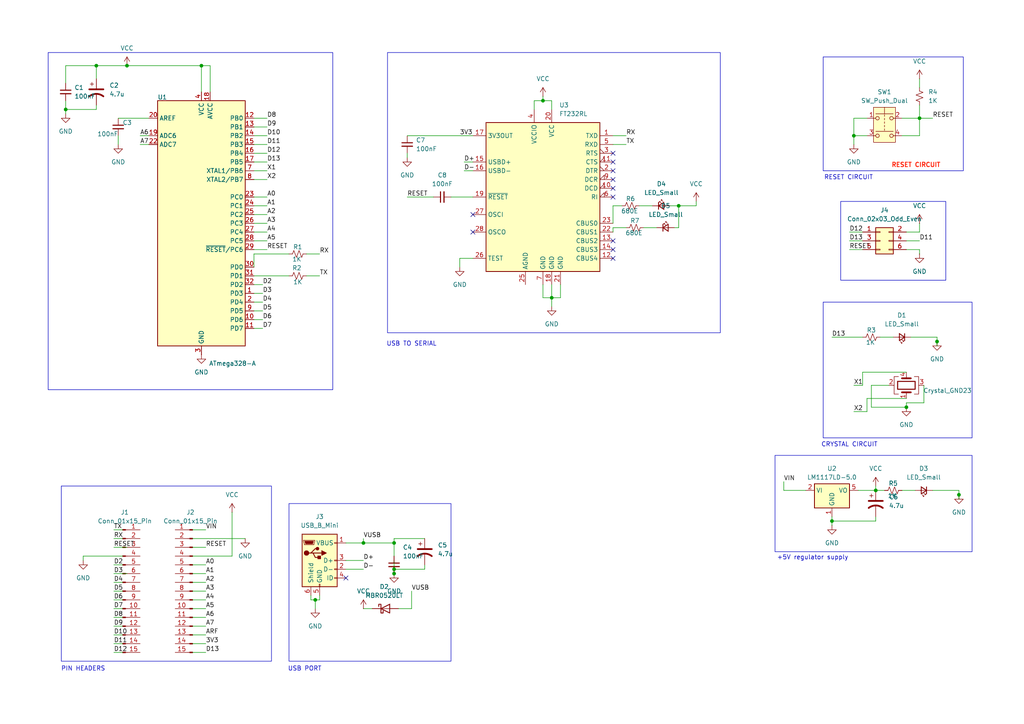
<source format=kicad_sch>
(kicad_sch
	(version 20231120)
	(generator "eeschema")
	(generator_version "8.0")
	(uuid "23633c1f-ffa4-47a9-863b-a42f010386bb")
	(paper "A4")
	(lib_symbols
		(symbol "Connector:Conn_01x15_Pin"
			(pin_names
				(offset 1.016) hide)
			(exclude_from_sim no)
			(in_bom yes)
			(on_board yes)
			(property "Reference" "J"
				(at 0 20.32 0)
				(effects
					(font
						(size 1.27 1.27)
					)
				)
			)
			(property "Value" "Conn_01x15_Pin"
				(at 0 -20.32 0)
				(effects
					(font
						(size 1.27 1.27)
					)
				)
			)
			(property "Footprint" ""
				(at 0 0 0)
				(effects
					(font
						(size 1.27 1.27)
					)
					(hide yes)
				)
			)
			(property "Datasheet" "~"
				(at 0 0 0)
				(effects
					(font
						(size 1.27 1.27)
					)
					(hide yes)
				)
			)
			(property "Description" "Generic connector, single row, 01x15, script generated"
				(at 0 0 0)
				(effects
					(font
						(size 1.27 1.27)
					)
					(hide yes)
				)
			)
			(property "ki_locked" ""
				(at 0 0 0)
				(effects
					(font
						(size 1.27 1.27)
					)
				)
			)
			(property "ki_keywords" "connector"
				(at 0 0 0)
				(effects
					(font
						(size 1.27 1.27)
					)
					(hide yes)
				)
			)
			(property "ki_fp_filters" "Connector*:*_1x??_*"
				(at 0 0 0)
				(effects
					(font
						(size 1.27 1.27)
					)
					(hide yes)
				)
			)
			(symbol "Conn_01x15_Pin_1_1"
				(polyline
					(pts
						(xy 1.27 -17.78) (xy 0.8636 -17.78)
					)
					(stroke
						(width 0.1524)
						(type default)
					)
					(fill
						(type none)
					)
				)
				(polyline
					(pts
						(xy 1.27 -15.24) (xy 0.8636 -15.24)
					)
					(stroke
						(width 0.1524)
						(type default)
					)
					(fill
						(type none)
					)
				)
				(polyline
					(pts
						(xy 1.27 -12.7) (xy 0.8636 -12.7)
					)
					(stroke
						(width 0.1524)
						(type default)
					)
					(fill
						(type none)
					)
				)
				(polyline
					(pts
						(xy 1.27 -10.16) (xy 0.8636 -10.16)
					)
					(stroke
						(width 0.1524)
						(type default)
					)
					(fill
						(type none)
					)
				)
				(polyline
					(pts
						(xy 1.27 -7.62) (xy 0.8636 -7.62)
					)
					(stroke
						(width 0.1524)
						(type default)
					)
					(fill
						(type none)
					)
				)
				(polyline
					(pts
						(xy 1.27 -5.08) (xy 0.8636 -5.08)
					)
					(stroke
						(width 0.1524)
						(type default)
					)
					(fill
						(type none)
					)
				)
				(polyline
					(pts
						(xy 1.27 -2.54) (xy 0.8636 -2.54)
					)
					(stroke
						(width 0.1524)
						(type default)
					)
					(fill
						(type none)
					)
				)
				(polyline
					(pts
						(xy 1.27 0) (xy 0.8636 0)
					)
					(stroke
						(width 0.1524)
						(type default)
					)
					(fill
						(type none)
					)
				)
				(polyline
					(pts
						(xy 1.27 2.54) (xy 0.8636 2.54)
					)
					(stroke
						(width 0.1524)
						(type default)
					)
					(fill
						(type none)
					)
				)
				(polyline
					(pts
						(xy 1.27 5.08) (xy 0.8636 5.08)
					)
					(stroke
						(width 0.1524)
						(type default)
					)
					(fill
						(type none)
					)
				)
				(polyline
					(pts
						(xy 1.27 7.62) (xy 0.8636 7.62)
					)
					(stroke
						(width 0.1524)
						(type default)
					)
					(fill
						(type none)
					)
				)
				(polyline
					(pts
						(xy 1.27 10.16) (xy 0.8636 10.16)
					)
					(stroke
						(width 0.1524)
						(type default)
					)
					(fill
						(type none)
					)
				)
				(polyline
					(pts
						(xy 1.27 12.7) (xy 0.8636 12.7)
					)
					(stroke
						(width 0.1524)
						(type default)
					)
					(fill
						(type none)
					)
				)
				(polyline
					(pts
						(xy 1.27 15.24) (xy 0.8636 15.24)
					)
					(stroke
						(width 0.1524)
						(type default)
					)
					(fill
						(type none)
					)
				)
				(polyline
					(pts
						(xy 1.27 17.78) (xy 0.8636 17.78)
					)
					(stroke
						(width 0.1524)
						(type default)
					)
					(fill
						(type none)
					)
				)
				(rectangle
					(start 0.8636 -17.653)
					(end 0 -17.907)
					(stroke
						(width 0.1524)
						(type default)
					)
					(fill
						(type outline)
					)
				)
				(rectangle
					(start 0.8636 -15.113)
					(end 0 -15.367)
					(stroke
						(width 0.1524)
						(type default)
					)
					(fill
						(type outline)
					)
				)
				(rectangle
					(start 0.8636 -12.573)
					(end 0 -12.827)
					(stroke
						(width 0.1524)
						(type default)
					)
					(fill
						(type outline)
					)
				)
				(rectangle
					(start 0.8636 -10.033)
					(end 0 -10.287)
					(stroke
						(width 0.1524)
						(type default)
					)
					(fill
						(type outline)
					)
				)
				(rectangle
					(start 0.8636 -7.493)
					(end 0 -7.747)
					(stroke
						(width 0.1524)
						(type default)
					)
					(fill
						(type outline)
					)
				)
				(rectangle
					(start 0.8636 -4.953)
					(end 0 -5.207)
					(stroke
						(width 0.1524)
						(type default)
					)
					(fill
						(type outline)
					)
				)
				(rectangle
					(start 0.8636 -2.413)
					(end 0 -2.667)
					(stroke
						(width 0.1524)
						(type default)
					)
					(fill
						(type outline)
					)
				)
				(rectangle
					(start 0.8636 0.127)
					(end 0 -0.127)
					(stroke
						(width 0.1524)
						(type default)
					)
					(fill
						(type outline)
					)
				)
				(rectangle
					(start 0.8636 2.667)
					(end 0 2.413)
					(stroke
						(width 0.1524)
						(type default)
					)
					(fill
						(type outline)
					)
				)
				(rectangle
					(start 0.8636 5.207)
					(end 0 4.953)
					(stroke
						(width 0.1524)
						(type default)
					)
					(fill
						(type outline)
					)
				)
				(rectangle
					(start 0.8636 7.747)
					(end 0 7.493)
					(stroke
						(width 0.1524)
						(type default)
					)
					(fill
						(type outline)
					)
				)
				(rectangle
					(start 0.8636 10.287)
					(end 0 10.033)
					(stroke
						(width 0.1524)
						(type default)
					)
					(fill
						(type outline)
					)
				)
				(rectangle
					(start 0.8636 12.827)
					(end 0 12.573)
					(stroke
						(width 0.1524)
						(type default)
					)
					(fill
						(type outline)
					)
				)
				(rectangle
					(start 0.8636 15.367)
					(end 0 15.113)
					(stroke
						(width 0.1524)
						(type default)
					)
					(fill
						(type outline)
					)
				)
				(rectangle
					(start 0.8636 17.907)
					(end 0 17.653)
					(stroke
						(width 0.1524)
						(type default)
					)
					(fill
						(type outline)
					)
				)
				(pin passive line
					(at 5.08 17.78 180)
					(length 3.81)
					(name "Pin_1"
						(effects
							(font
								(size 1.27 1.27)
							)
						)
					)
					(number "1"
						(effects
							(font
								(size 1.27 1.27)
							)
						)
					)
				)
				(pin passive line
					(at 5.08 -5.08 180)
					(length 3.81)
					(name "Pin_10"
						(effects
							(font
								(size 1.27 1.27)
							)
						)
					)
					(number "10"
						(effects
							(font
								(size 1.27 1.27)
							)
						)
					)
				)
				(pin passive line
					(at 5.08 -7.62 180)
					(length 3.81)
					(name "Pin_11"
						(effects
							(font
								(size 1.27 1.27)
							)
						)
					)
					(number "11"
						(effects
							(font
								(size 1.27 1.27)
							)
						)
					)
				)
				(pin passive line
					(at 5.08 -10.16 180)
					(length 3.81)
					(name "Pin_12"
						(effects
							(font
								(size 1.27 1.27)
							)
						)
					)
					(number "12"
						(effects
							(font
								(size 1.27 1.27)
							)
						)
					)
				)
				(pin passive line
					(at 5.08 -12.7 180)
					(length 3.81)
					(name "Pin_13"
						(effects
							(font
								(size 1.27 1.27)
							)
						)
					)
					(number "13"
						(effects
							(font
								(size 1.27 1.27)
							)
						)
					)
				)
				(pin passive line
					(at 5.08 -15.24 180)
					(length 3.81)
					(name "Pin_14"
						(effects
							(font
								(size 1.27 1.27)
							)
						)
					)
					(number "14"
						(effects
							(font
								(size 1.27 1.27)
							)
						)
					)
				)
				(pin passive line
					(at 5.08 -17.78 180)
					(length 3.81)
					(name "Pin_15"
						(effects
							(font
								(size 1.27 1.27)
							)
						)
					)
					(number "15"
						(effects
							(font
								(size 1.27 1.27)
							)
						)
					)
				)
				(pin passive line
					(at 5.08 15.24 180)
					(length 3.81)
					(name "Pin_2"
						(effects
							(font
								(size 1.27 1.27)
							)
						)
					)
					(number "2"
						(effects
							(font
								(size 1.27 1.27)
							)
						)
					)
				)
				(pin passive line
					(at 5.08 12.7 180)
					(length 3.81)
					(name "Pin_3"
						(effects
							(font
								(size 1.27 1.27)
							)
						)
					)
					(number "3"
						(effects
							(font
								(size 1.27 1.27)
							)
						)
					)
				)
				(pin passive line
					(at 5.08 10.16 180)
					(length 3.81)
					(name "Pin_4"
						(effects
							(font
								(size 1.27 1.27)
							)
						)
					)
					(number "4"
						(effects
							(font
								(size 1.27 1.27)
							)
						)
					)
				)
				(pin passive line
					(at 5.08 7.62 180)
					(length 3.81)
					(name "Pin_5"
						(effects
							(font
								(size 1.27 1.27)
							)
						)
					)
					(number "5"
						(effects
							(font
								(size 1.27 1.27)
							)
						)
					)
				)
				(pin passive line
					(at 5.08 5.08 180)
					(length 3.81)
					(name "Pin_6"
						(effects
							(font
								(size 1.27 1.27)
							)
						)
					)
					(number "6"
						(effects
							(font
								(size 1.27 1.27)
							)
						)
					)
				)
				(pin passive line
					(at 5.08 2.54 180)
					(length 3.81)
					(name "Pin_7"
						(effects
							(font
								(size 1.27 1.27)
							)
						)
					)
					(number "7"
						(effects
							(font
								(size 1.27 1.27)
							)
						)
					)
				)
				(pin passive line
					(at 5.08 0 180)
					(length 3.81)
					(name "Pin_8"
						(effects
							(font
								(size 1.27 1.27)
							)
						)
					)
					(number "8"
						(effects
							(font
								(size 1.27 1.27)
							)
						)
					)
				)
				(pin passive line
					(at 5.08 -2.54 180)
					(length 3.81)
					(name "Pin_9"
						(effects
							(font
								(size 1.27 1.27)
							)
						)
					)
					(number "9"
						(effects
							(font
								(size 1.27 1.27)
							)
						)
					)
				)
			)
		)
		(symbol "Connector:USB_B_Mini"
			(pin_names
				(offset 1.016)
			)
			(exclude_from_sim no)
			(in_bom yes)
			(on_board yes)
			(property "Reference" "J"
				(at -5.08 11.43 0)
				(effects
					(font
						(size 1.27 1.27)
					)
					(justify left)
				)
			)
			(property "Value" "USB_B_Mini"
				(at -5.08 8.89 0)
				(effects
					(font
						(size 1.27 1.27)
					)
					(justify left)
				)
			)
			(property "Footprint" ""
				(at 3.81 -1.27 0)
				(effects
					(font
						(size 1.27 1.27)
					)
					(hide yes)
				)
			)
			(property "Datasheet" "~"
				(at 3.81 -1.27 0)
				(effects
					(font
						(size 1.27 1.27)
					)
					(hide yes)
				)
			)
			(property "Description" "USB Mini Type B connector"
				(at 0 0 0)
				(effects
					(font
						(size 1.27 1.27)
					)
					(hide yes)
				)
			)
			(property "ki_keywords" "connector USB mini"
				(at 0 0 0)
				(effects
					(font
						(size 1.27 1.27)
					)
					(hide yes)
				)
			)
			(property "ki_fp_filters" "USB*"
				(at 0 0 0)
				(effects
					(font
						(size 1.27 1.27)
					)
					(hide yes)
				)
			)
			(symbol "USB_B_Mini_0_1"
				(rectangle
					(start -5.08 -7.62)
					(end 5.08 7.62)
					(stroke
						(width 0.254)
						(type default)
					)
					(fill
						(type background)
					)
				)
				(circle
					(center -3.81 2.159)
					(radius 0.635)
					(stroke
						(width 0.254)
						(type default)
					)
					(fill
						(type outline)
					)
				)
				(circle
					(center -0.635 3.429)
					(radius 0.381)
					(stroke
						(width 0.254)
						(type default)
					)
					(fill
						(type outline)
					)
				)
				(rectangle
					(start -0.127 -7.62)
					(end 0.127 -6.858)
					(stroke
						(width 0)
						(type default)
					)
					(fill
						(type none)
					)
				)
				(polyline
					(pts
						(xy -1.905 2.159) (xy 0.635 2.159)
					)
					(stroke
						(width 0.254)
						(type default)
					)
					(fill
						(type none)
					)
				)
				(polyline
					(pts
						(xy -3.175 2.159) (xy -2.54 2.159) (xy -1.27 3.429) (xy -0.635 3.429)
					)
					(stroke
						(width 0.254)
						(type default)
					)
					(fill
						(type none)
					)
				)
				(polyline
					(pts
						(xy -2.54 2.159) (xy -1.905 2.159) (xy -1.27 0.889) (xy 0 0.889)
					)
					(stroke
						(width 0.254)
						(type default)
					)
					(fill
						(type none)
					)
				)
				(polyline
					(pts
						(xy 0.635 2.794) (xy 0.635 1.524) (xy 1.905 2.159) (xy 0.635 2.794)
					)
					(stroke
						(width 0.254)
						(type default)
					)
					(fill
						(type outline)
					)
				)
				(polyline
					(pts
						(xy -4.318 5.588) (xy -1.778 5.588) (xy -2.032 4.826) (xy -4.064 4.826) (xy -4.318 5.588)
					)
					(stroke
						(width 0)
						(type default)
					)
					(fill
						(type outline)
					)
				)
				(polyline
					(pts
						(xy -4.699 5.842) (xy -4.699 5.588) (xy -4.445 4.826) (xy -4.445 4.572) (xy -1.651 4.572) (xy -1.651 4.826)
						(xy -1.397 5.588) (xy -1.397 5.842) (xy -4.699 5.842)
					)
					(stroke
						(width 0)
						(type default)
					)
					(fill
						(type none)
					)
				)
				(rectangle
					(start 0.254 1.27)
					(end -0.508 0.508)
					(stroke
						(width 0.254)
						(type default)
					)
					(fill
						(type outline)
					)
				)
				(rectangle
					(start 5.08 -5.207)
					(end 4.318 -4.953)
					(stroke
						(width 0)
						(type default)
					)
					(fill
						(type none)
					)
				)
				(rectangle
					(start 5.08 -2.667)
					(end 4.318 -2.413)
					(stroke
						(width 0)
						(type default)
					)
					(fill
						(type none)
					)
				)
				(rectangle
					(start 5.08 -0.127)
					(end 4.318 0.127)
					(stroke
						(width 0)
						(type default)
					)
					(fill
						(type none)
					)
				)
				(rectangle
					(start 5.08 4.953)
					(end 4.318 5.207)
					(stroke
						(width 0)
						(type default)
					)
					(fill
						(type none)
					)
				)
			)
			(symbol "USB_B_Mini_1_1"
				(pin power_out line
					(at 7.62 5.08 180)
					(length 2.54)
					(name "VBUS"
						(effects
							(font
								(size 1.27 1.27)
							)
						)
					)
					(number "1"
						(effects
							(font
								(size 1.27 1.27)
							)
						)
					)
				)
				(pin bidirectional line
					(at 7.62 -2.54 180)
					(length 2.54)
					(name "D-"
						(effects
							(font
								(size 1.27 1.27)
							)
						)
					)
					(number "2"
						(effects
							(font
								(size 1.27 1.27)
							)
						)
					)
				)
				(pin bidirectional line
					(at 7.62 0 180)
					(length 2.54)
					(name "D+"
						(effects
							(font
								(size 1.27 1.27)
							)
						)
					)
					(number "3"
						(effects
							(font
								(size 1.27 1.27)
							)
						)
					)
				)
				(pin passive line
					(at 7.62 -5.08 180)
					(length 2.54)
					(name "ID"
						(effects
							(font
								(size 1.27 1.27)
							)
						)
					)
					(number "4"
						(effects
							(font
								(size 1.27 1.27)
							)
						)
					)
				)
				(pin power_out line
					(at 0 -10.16 90)
					(length 2.54)
					(name "GND"
						(effects
							(font
								(size 1.27 1.27)
							)
						)
					)
					(number "5"
						(effects
							(font
								(size 1.27 1.27)
							)
						)
					)
				)
				(pin passive line
					(at -2.54 -10.16 90)
					(length 2.54)
					(name "Shield"
						(effects
							(font
								(size 1.27 1.27)
							)
						)
					)
					(number "6"
						(effects
							(font
								(size 1.27 1.27)
							)
						)
					)
				)
			)
		)
		(symbol "Connector_Generic:Conn_02x03_Odd_Even"
			(pin_names
				(offset 1.016) hide)
			(exclude_from_sim no)
			(in_bom yes)
			(on_board yes)
			(property "Reference" "J"
				(at 1.27 5.08 0)
				(effects
					(font
						(size 1.27 1.27)
					)
				)
			)
			(property "Value" "Conn_02x03_Odd_Even"
				(at 1.27 -5.08 0)
				(effects
					(font
						(size 1.27 1.27)
					)
				)
			)
			(property "Footprint" ""
				(at 0 0 0)
				(effects
					(font
						(size 1.27 1.27)
					)
					(hide yes)
				)
			)
			(property "Datasheet" "~"
				(at 0 0 0)
				(effects
					(font
						(size 1.27 1.27)
					)
					(hide yes)
				)
			)
			(property "Description" "Generic connector, double row, 02x03, odd/even pin numbering scheme (row 1 odd numbers, row 2 even numbers), script generated (kicad-library-utils/schlib/autogen/connector/)"
				(at 0 0 0)
				(effects
					(font
						(size 1.27 1.27)
					)
					(hide yes)
				)
			)
			(property "ki_keywords" "connector"
				(at 0 0 0)
				(effects
					(font
						(size 1.27 1.27)
					)
					(hide yes)
				)
			)
			(property "ki_fp_filters" "Connector*:*_2x??_*"
				(at 0 0 0)
				(effects
					(font
						(size 1.27 1.27)
					)
					(hide yes)
				)
			)
			(symbol "Conn_02x03_Odd_Even_1_1"
				(rectangle
					(start -1.27 -2.413)
					(end 0 -2.667)
					(stroke
						(width 0.1524)
						(type default)
					)
					(fill
						(type none)
					)
				)
				(rectangle
					(start -1.27 0.127)
					(end 0 -0.127)
					(stroke
						(width 0.1524)
						(type default)
					)
					(fill
						(type none)
					)
				)
				(rectangle
					(start -1.27 2.667)
					(end 0 2.413)
					(stroke
						(width 0.1524)
						(type default)
					)
					(fill
						(type none)
					)
				)
				(rectangle
					(start -1.27 3.81)
					(end 3.81 -3.81)
					(stroke
						(width 0.254)
						(type default)
					)
					(fill
						(type background)
					)
				)
				(rectangle
					(start 3.81 -2.413)
					(end 2.54 -2.667)
					(stroke
						(width 0.1524)
						(type default)
					)
					(fill
						(type none)
					)
				)
				(rectangle
					(start 3.81 0.127)
					(end 2.54 -0.127)
					(stroke
						(width 0.1524)
						(type default)
					)
					(fill
						(type none)
					)
				)
				(rectangle
					(start 3.81 2.667)
					(end 2.54 2.413)
					(stroke
						(width 0.1524)
						(type default)
					)
					(fill
						(type none)
					)
				)
				(pin passive line
					(at -5.08 2.54 0)
					(length 3.81)
					(name "Pin_1"
						(effects
							(font
								(size 1.27 1.27)
							)
						)
					)
					(number "1"
						(effects
							(font
								(size 1.27 1.27)
							)
						)
					)
				)
				(pin passive line
					(at 7.62 2.54 180)
					(length 3.81)
					(name "Pin_2"
						(effects
							(font
								(size 1.27 1.27)
							)
						)
					)
					(number "2"
						(effects
							(font
								(size 1.27 1.27)
							)
						)
					)
				)
				(pin passive line
					(at -5.08 0 0)
					(length 3.81)
					(name "Pin_3"
						(effects
							(font
								(size 1.27 1.27)
							)
						)
					)
					(number "3"
						(effects
							(font
								(size 1.27 1.27)
							)
						)
					)
				)
				(pin passive line
					(at 7.62 0 180)
					(length 3.81)
					(name "Pin_4"
						(effects
							(font
								(size 1.27 1.27)
							)
						)
					)
					(number "4"
						(effects
							(font
								(size 1.27 1.27)
							)
						)
					)
				)
				(pin passive line
					(at -5.08 -2.54 0)
					(length 3.81)
					(name "Pin_5"
						(effects
							(font
								(size 1.27 1.27)
							)
						)
					)
					(number "5"
						(effects
							(font
								(size 1.27 1.27)
							)
						)
					)
				)
				(pin passive line
					(at 7.62 -2.54 180)
					(length 3.81)
					(name "Pin_6"
						(effects
							(font
								(size 1.27 1.27)
							)
						)
					)
					(number "6"
						(effects
							(font
								(size 1.27 1.27)
							)
						)
					)
				)
			)
		)
		(symbol "Device:C_Polarized_US"
			(pin_numbers hide)
			(pin_names
				(offset 0.254) hide)
			(exclude_from_sim no)
			(in_bom yes)
			(on_board yes)
			(property "Reference" "C"
				(at 0.635 2.54 0)
				(effects
					(font
						(size 1.27 1.27)
					)
					(justify left)
				)
			)
			(property "Value" "C_Polarized_US"
				(at 0.635 -2.54 0)
				(effects
					(font
						(size 1.27 1.27)
					)
					(justify left)
				)
			)
			(property "Footprint" ""
				(at 0 0 0)
				(effects
					(font
						(size 1.27 1.27)
					)
					(hide yes)
				)
			)
			(property "Datasheet" "~"
				(at 0 0 0)
				(effects
					(font
						(size 1.27 1.27)
					)
					(hide yes)
				)
			)
			(property "Description" "Polarized capacitor, US symbol"
				(at 0 0 0)
				(effects
					(font
						(size 1.27 1.27)
					)
					(hide yes)
				)
			)
			(property "ki_keywords" "cap capacitor"
				(at 0 0 0)
				(effects
					(font
						(size 1.27 1.27)
					)
					(hide yes)
				)
			)
			(property "ki_fp_filters" "CP_*"
				(at 0 0 0)
				(effects
					(font
						(size 1.27 1.27)
					)
					(hide yes)
				)
			)
			(symbol "C_Polarized_US_0_1"
				(polyline
					(pts
						(xy -2.032 0.762) (xy 2.032 0.762)
					)
					(stroke
						(width 0.508)
						(type default)
					)
					(fill
						(type none)
					)
				)
				(polyline
					(pts
						(xy -1.778 2.286) (xy -0.762 2.286)
					)
					(stroke
						(width 0)
						(type default)
					)
					(fill
						(type none)
					)
				)
				(polyline
					(pts
						(xy -1.27 1.778) (xy -1.27 2.794)
					)
					(stroke
						(width 0)
						(type default)
					)
					(fill
						(type none)
					)
				)
				(arc
					(start 2.032 -1.27)
					(mid 0 -0.5572)
					(end -2.032 -1.27)
					(stroke
						(width 0.508)
						(type default)
					)
					(fill
						(type none)
					)
				)
			)
			(symbol "C_Polarized_US_1_1"
				(pin passive line
					(at 0 3.81 270)
					(length 2.794)
					(name "~"
						(effects
							(font
								(size 1.27 1.27)
							)
						)
					)
					(number "1"
						(effects
							(font
								(size 1.27 1.27)
							)
						)
					)
				)
				(pin passive line
					(at 0 -3.81 90)
					(length 3.302)
					(name "~"
						(effects
							(font
								(size 1.27 1.27)
							)
						)
					)
					(number "2"
						(effects
							(font
								(size 1.27 1.27)
							)
						)
					)
				)
			)
		)
		(symbol "Device:C_Small"
			(pin_numbers hide)
			(pin_names
				(offset 0.254) hide)
			(exclude_from_sim no)
			(in_bom yes)
			(on_board yes)
			(property "Reference" "C"
				(at 0.254 1.778 0)
				(effects
					(font
						(size 1.27 1.27)
					)
					(justify left)
				)
			)
			(property "Value" "C_Small"
				(at 0.254 -2.032 0)
				(effects
					(font
						(size 1.27 1.27)
					)
					(justify left)
				)
			)
			(property "Footprint" ""
				(at 0 0 0)
				(effects
					(font
						(size 1.27 1.27)
					)
					(hide yes)
				)
			)
			(property "Datasheet" "~"
				(at 0 0 0)
				(effects
					(font
						(size 1.27 1.27)
					)
					(hide yes)
				)
			)
			(property "Description" "Unpolarized capacitor, small symbol"
				(at 0 0 0)
				(effects
					(font
						(size 1.27 1.27)
					)
					(hide yes)
				)
			)
			(property "ki_keywords" "capacitor cap"
				(at 0 0 0)
				(effects
					(font
						(size 1.27 1.27)
					)
					(hide yes)
				)
			)
			(property "ki_fp_filters" "C_*"
				(at 0 0 0)
				(effects
					(font
						(size 1.27 1.27)
					)
					(hide yes)
				)
			)
			(symbol "C_Small_0_1"
				(polyline
					(pts
						(xy -1.524 -0.508) (xy 1.524 -0.508)
					)
					(stroke
						(width 0.3302)
						(type default)
					)
					(fill
						(type none)
					)
				)
				(polyline
					(pts
						(xy -1.524 0.508) (xy 1.524 0.508)
					)
					(stroke
						(width 0.3048)
						(type default)
					)
					(fill
						(type none)
					)
				)
			)
			(symbol "C_Small_1_1"
				(pin passive line
					(at 0 2.54 270)
					(length 2.032)
					(name "~"
						(effects
							(font
								(size 1.27 1.27)
							)
						)
					)
					(number "1"
						(effects
							(font
								(size 1.27 1.27)
							)
						)
					)
				)
				(pin passive line
					(at 0 -2.54 90)
					(length 2.032)
					(name "~"
						(effects
							(font
								(size 1.27 1.27)
							)
						)
					)
					(number "2"
						(effects
							(font
								(size 1.27 1.27)
							)
						)
					)
				)
			)
		)
		(symbol "Device:Crystal_GND23"
			(pin_names
				(offset 1.016) hide)
			(exclude_from_sim no)
			(in_bom yes)
			(on_board yes)
			(property "Reference" "Y"
				(at 3.175 5.08 0)
				(effects
					(font
						(size 1.27 1.27)
					)
					(justify left)
				)
			)
			(property "Value" "Crystal_GND23"
				(at 3.175 3.175 0)
				(effects
					(font
						(size 1.27 1.27)
					)
					(justify left)
				)
			)
			(property "Footprint" ""
				(at 0 0 0)
				(effects
					(font
						(size 1.27 1.27)
					)
					(hide yes)
				)
			)
			(property "Datasheet" "~"
				(at 0 0 0)
				(effects
					(font
						(size 1.27 1.27)
					)
					(hide yes)
				)
			)
			(property "Description" "Four pin crystal, GND on pins 2 and 3"
				(at 0 0 0)
				(effects
					(font
						(size 1.27 1.27)
					)
					(hide yes)
				)
			)
			(property "ki_keywords" "quartz ceramic resonator oscillator"
				(at 0 0 0)
				(effects
					(font
						(size 1.27 1.27)
					)
					(hide yes)
				)
			)
			(property "ki_fp_filters" "Crystal*"
				(at 0 0 0)
				(effects
					(font
						(size 1.27 1.27)
					)
					(hide yes)
				)
			)
			(symbol "Crystal_GND23_0_1"
				(rectangle
					(start -1.143 2.54)
					(end 1.143 -2.54)
					(stroke
						(width 0.3048)
						(type default)
					)
					(fill
						(type none)
					)
				)
				(polyline
					(pts
						(xy -2.54 0) (xy -2.032 0)
					)
					(stroke
						(width 0)
						(type default)
					)
					(fill
						(type none)
					)
				)
				(polyline
					(pts
						(xy -2.032 -1.27) (xy -2.032 1.27)
					)
					(stroke
						(width 0.508)
						(type default)
					)
					(fill
						(type none)
					)
				)
				(polyline
					(pts
						(xy 0 -3.81) (xy 0 -3.556)
					)
					(stroke
						(width 0)
						(type default)
					)
					(fill
						(type none)
					)
				)
				(polyline
					(pts
						(xy 0 3.556) (xy 0 3.81)
					)
					(stroke
						(width 0)
						(type default)
					)
					(fill
						(type none)
					)
				)
				(polyline
					(pts
						(xy 2.032 -1.27) (xy 2.032 1.27)
					)
					(stroke
						(width 0.508)
						(type default)
					)
					(fill
						(type none)
					)
				)
				(polyline
					(pts
						(xy 2.032 0) (xy 2.54 0)
					)
					(stroke
						(width 0)
						(type default)
					)
					(fill
						(type none)
					)
				)
				(polyline
					(pts
						(xy -2.54 -2.286) (xy -2.54 -3.556) (xy 2.54 -3.556) (xy 2.54 -2.286)
					)
					(stroke
						(width 0)
						(type default)
					)
					(fill
						(type none)
					)
				)
				(polyline
					(pts
						(xy -2.54 2.286) (xy -2.54 3.556) (xy 2.54 3.556) (xy 2.54 2.286)
					)
					(stroke
						(width 0)
						(type default)
					)
					(fill
						(type none)
					)
				)
			)
			(symbol "Crystal_GND23_1_1"
				(pin passive line
					(at -3.81 0 0)
					(length 1.27)
					(name "1"
						(effects
							(font
								(size 1.27 1.27)
							)
						)
					)
					(number "1"
						(effects
							(font
								(size 1.27 1.27)
							)
						)
					)
				)
				(pin passive line
					(at 0 5.08 270)
					(length 1.27)
					(name "2"
						(effects
							(font
								(size 1.27 1.27)
							)
						)
					)
					(number "2"
						(effects
							(font
								(size 1.27 1.27)
							)
						)
					)
				)
				(pin passive line
					(at 0 -5.08 90)
					(length 1.27)
					(name "3"
						(effects
							(font
								(size 1.27 1.27)
							)
						)
					)
					(number "3"
						(effects
							(font
								(size 1.27 1.27)
							)
						)
					)
				)
				(pin passive line
					(at 3.81 0 180)
					(length 1.27)
					(name "4"
						(effects
							(font
								(size 1.27 1.27)
							)
						)
					)
					(number "4"
						(effects
							(font
								(size 1.27 1.27)
							)
						)
					)
				)
			)
		)
		(symbol "Device:LED_Small"
			(pin_numbers hide)
			(pin_names
				(offset 0.254) hide)
			(exclude_from_sim no)
			(in_bom yes)
			(on_board yes)
			(property "Reference" "D"
				(at -1.27 3.175 0)
				(effects
					(font
						(size 1.27 1.27)
					)
					(justify left)
				)
			)
			(property "Value" "LED_Small"
				(at -4.445 -2.54 0)
				(effects
					(font
						(size 1.27 1.27)
					)
					(justify left)
				)
			)
			(property "Footprint" ""
				(at 0 0 90)
				(effects
					(font
						(size 1.27 1.27)
					)
					(hide yes)
				)
			)
			(property "Datasheet" "~"
				(at 0 0 90)
				(effects
					(font
						(size 1.27 1.27)
					)
					(hide yes)
				)
			)
			(property "Description" "Light emitting diode, small symbol"
				(at 0 0 0)
				(effects
					(font
						(size 1.27 1.27)
					)
					(hide yes)
				)
			)
			(property "ki_keywords" "LED diode light-emitting-diode"
				(at 0 0 0)
				(effects
					(font
						(size 1.27 1.27)
					)
					(hide yes)
				)
			)
			(property "ki_fp_filters" "LED* LED_SMD:* LED_THT:*"
				(at 0 0 0)
				(effects
					(font
						(size 1.27 1.27)
					)
					(hide yes)
				)
			)
			(symbol "LED_Small_0_1"
				(polyline
					(pts
						(xy -0.762 -1.016) (xy -0.762 1.016)
					)
					(stroke
						(width 0.254)
						(type default)
					)
					(fill
						(type none)
					)
				)
				(polyline
					(pts
						(xy 1.016 0) (xy -0.762 0)
					)
					(stroke
						(width 0)
						(type default)
					)
					(fill
						(type none)
					)
				)
				(polyline
					(pts
						(xy 0.762 -1.016) (xy -0.762 0) (xy 0.762 1.016) (xy 0.762 -1.016)
					)
					(stroke
						(width 0.254)
						(type default)
					)
					(fill
						(type none)
					)
				)
				(polyline
					(pts
						(xy 0 0.762) (xy -0.508 1.27) (xy -0.254 1.27) (xy -0.508 1.27) (xy -0.508 1.016)
					)
					(stroke
						(width 0)
						(type default)
					)
					(fill
						(type none)
					)
				)
				(polyline
					(pts
						(xy 0.508 1.27) (xy 0 1.778) (xy 0.254 1.778) (xy 0 1.778) (xy 0 1.524)
					)
					(stroke
						(width 0)
						(type default)
					)
					(fill
						(type none)
					)
				)
			)
			(symbol "LED_Small_1_1"
				(pin passive line
					(at -2.54 0 0)
					(length 1.778)
					(name "K"
						(effects
							(font
								(size 1.27 1.27)
							)
						)
					)
					(number "1"
						(effects
							(font
								(size 1.27 1.27)
							)
						)
					)
				)
				(pin passive line
					(at 2.54 0 180)
					(length 1.778)
					(name "A"
						(effects
							(font
								(size 1.27 1.27)
							)
						)
					)
					(number "2"
						(effects
							(font
								(size 1.27 1.27)
							)
						)
					)
				)
			)
		)
		(symbol "Device:R_Small_US"
			(pin_numbers hide)
			(pin_names
				(offset 0.254) hide)
			(exclude_from_sim no)
			(in_bom yes)
			(on_board yes)
			(property "Reference" "R"
				(at 0.762 0.508 0)
				(effects
					(font
						(size 1.27 1.27)
					)
					(justify left)
				)
			)
			(property "Value" "R_Small_US"
				(at 0.762 -1.016 0)
				(effects
					(font
						(size 1.27 1.27)
					)
					(justify left)
				)
			)
			(property "Footprint" ""
				(at 0 0 0)
				(effects
					(font
						(size 1.27 1.27)
					)
					(hide yes)
				)
			)
			(property "Datasheet" "~"
				(at 0 0 0)
				(effects
					(font
						(size 1.27 1.27)
					)
					(hide yes)
				)
			)
			(property "Description" "Resistor, small US symbol"
				(at 0 0 0)
				(effects
					(font
						(size 1.27 1.27)
					)
					(hide yes)
				)
			)
			(property "ki_keywords" "r resistor"
				(at 0 0 0)
				(effects
					(font
						(size 1.27 1.27)
					)
					(hide yes)
				)
			)
			(property "ki_fp_filters" "R_*"
				(at 0 0 0)
				(effects
					(font
						(size 1.27 1.27)
					)
					(hide yes)
				)
			)
			(symbol "R_Small_US_1_1"
				(polyline
					(pts
						(xy 0 0) (xy 1.016 -0.381) (xy 0 -0.762) (xy -1.016 -1.143) (xy 0 -1.524)
					)
					(stroke
						(width 0)
						(type default)
					)
					(fill
						(type none)
					)
				)
				(polyline
					(pts
						(xy 0 1.524) (xy 1.016 1.143) (xy 0 0.762) (xy -1.016 0.381) (xy 0 0)
					)
					(stroke
						(width 0)
						(type default)
					)
					(fill
						(type none)
					)
				)
				(pin passive line
					(at 0 2.54 270)
					(length 1.016)
					(name "~"
						(effects
							(font
								(size 1.27 1.27)
							)
						)
					)
					(number "1"
						(effects
							(font
								(size 1.27 1.27)
							)
						)
					)
				)
				(pin passive line
					(at 0 -2.54 90)
					(length 1.016)
					(name "~"
						(effects
							(font
								(size 1.27 1.27)
							)
						)
					)
					(number "2"
						(effects
							(font
								(size 1.27 1.27)
							)
						)
					)
				)
			)
		)
		(symbol "Diode:MBR0520LT"
			(pin_numbers hide)
			(pin_names
				(offset 1.016) hide)
			(exclude_from_sim no)
			(in_bom yes)
			(on_board yes)
			(property "Reference" "D"
				(at 0 2.54 0)
				(effects
					(font
						(size 1.27 1.27)
					)
				)
			)
			(property "Value" "MBR0520LT"
				(at 0 -2.54 0)
				(effects
					(font
						(size 1.27 1.27)
					)
				)
			)
			(property "Footprint" "Diode_SMD:D_SOD-123"
				(at 0 -4.445 0)
				(effects
					(font
						(size 1.27 1.27)
					)
					(hide yes)
				)
			)
			(property "Datasheet" "http://www.onsemi.com/pub_link/Collateral/MBR0520LT1-D.PDF"
				(at 0 0 0)
				(effects
					(font
						(size 1.27 1.27)
					)
					(hide yes)
				)
			)
			(property "Description" "20V 0.5A Schottky Power Rectifier Diode, SOD-123"
				(at 0 0 0)
				(effects
					(font
						(size 1.27 1.27)
					)
					(hide yes)
				)
			)
			(property "ki_keywords" "diode Schottky"
				(at 0 0 0)
				(effects
					(font
						(size 1.27 1.27)
					)
					(hide yes)
				)
			)
			(property "ki_fp_filters" "D*SOD?123*"
				(at 0 0 0)
				(effects
					(font
						(size 1.27 1.27)
					)
					(hide yes)
				)
			)
			(symbol "MBR0520LT_0_1"
				(polyline
					(pts
						(xy 1.27 0) (xy -1.27 0)
					)
					(stroke
						(width 0)
						(type default)
					)
					(fill
						(type none)
					)
				)
				(polyline
					(pts
						(xy 1.27 1.27) (xy 1.27 -1.27) (xy -1.27 0) (xy 1.27 1.27)
					)
					(stroke
						(width 0.254)
						(type default)
					)
					(fill
						(type none)
					)
				)
				(polyline
					(pts
						(xy -1.905 0.635) (xy -1.905 1.27) (xy -1.27 1.27) (xy -1.27 -1.27) (xy -0.635 -1.27) (xy -0.635 -0.635)
					)
					(stroke
						(width 0.254)
						(type default)
					)
					(fill
						(type none)
					)
				)
			)
			(symbol "MBR0520LT_1_1"
				(pin passive line
					(at -3.81 0 0)
					(length 2.54)
					(name "K"
						(effects
							(font
								(size 1.27 1.27)
							)
						)
					)
					(number "1"
						(effects
							(font
								(size 1.27 1.27)
							)
						)
					)
				)
				(pin passive line
					(at 3.81 0 180)
					(length 2.54)
					(name "A"
						(effects
							(font
								(size 1.27 1.27)
							)
						)
					)
					(number "2"
						(effects
							(font
								(size 1.27 1.27)
							)
						)
					)
				)
			)
		)
		(symbol "Interface_USB:FT232RL"
			(exclude_from_sim no)
			(in_bom yes)
			(on_board yes)
			(property "Reference" "U"
				(at -16.51 22.86 0)
				(effects
					(font
						(size 1.27 1.27)
					)
					(justify left)
				)
			)
			(property "Value" "FT232RL"
				(at 10.16 22.86 0)
				(effects
					(font
						(size 1.27 1.27)
					)
					(justify left)
				)
			)
			(property "Footprint" "Package_SO:SSOP-28_5.3x10.2mm_P0.65mm"
				(at 27.94 -22.86 0)
				(effects
					(font
						(size 1.27 1.27)
					)
					(hide yes)
				)
			)
			(property "Datasheet" "https://www.ftdichip.com/Support/Documents/DataSheets/ICs/DS_FT232R.pdf"
				(at 0 0 0)
				(effects
					(font
						(size 1.27 1.27)
					)
					(hide yes)
				)
			)
			(property "Description" "USB to Serial Interface, SSOP-28"
				(at 0 0 0)
				(effects
					(font
						(size 1.27 1.27)
					)
					(hide yes)
				)
			)
			(property "ki_keywords" "FTDI USB Serial"
				(at 0 0 0)
				(effects
					(font
						(size 1.27 1.27)
					)
					(hide yes)
				)
			)
			(property "ki_fp_filters" "SSOP*5.3x10.2mm*P0.65mm*"
				(at 0 0 0)
				(effects
					(font
						(size 1.27 1.27)
					)
					(hide yes)
				)
			)
			(symbol "FT232RL_0_1"
				(rectangle
					(start -16.51 21.59)
					(end 16.51 -21.59)
					(stroke
						(width 0.254)
						(type default)
					)
					(fill
						(type background)
					)
				)
			)
			(symbol "FT232RL_1_1"
				(pin output line
					(at 20.32 17.78 180)
					(length 3.81)
					(name "TXD"
						(effects
							(font
								(size 1.27 1.27)
							)
						)
					)
					(number "1"
						(effects
							(font
								(size 1.27 1.27)
							)
						)
					)
				)
				(pin input input_low
					(at 20.32 2.54 180)
					(length 3.81)
					(name "DCD"
						(effects
							(font
								(size 1.27 1.27)
							)
						)
					)
					(number "10"
						(effects
							(font
								(size 1.27 1.27)
							)
						)
					)
				)
				(pin input input_low
					(at 20.32 10.16 180)
					(length 3.81)
					(name "CTS"
						(effects
							(font
								(size 1.27 1.27)
							)
						)
					)
					(number "11"
						(effects
							(font
								(size 1.27 1.27)
							)
						)
					)
				)
				(pin bidirectional line
					(at 20.32 -17.78 180)
					(length 3.81)
					(name "CBUS4"
						(effects
							(font
								(size 1.27 1.27)
							)
						)
					)
					(number "12"
						(effects
							(font
								(size 1.27 1.27)
							)
						)
					)
				)
				(pin bidirectional line
					(at 20.32 -12.7 180)
					(length 3.81)
					(name "CBUS2"
						(effects
							(font
								(size 1.27 1.27)
							)
						)
					)
					(number "13"
						(effects
							(font
								(size 1.27 1.27)
							)
						)
					)
				)
				(pin bidirectional line
					(at 20.32 -15.24 180)
					(length 3.81)
					(name "CBUS3"
						(effects
							(font
								(size 1.27 1.27)
							)
						)
					)
					(number "14"
						(effects
							(font
								(size 1.27 1.27)
							)
						)
					)
				)
				(pin bidirectional line
					(at -20.32 10.16 0)
					(length 3.81)
					(name "USBD+"
						(effects
							(font
								(size 1.27 1.27)
							)
						)
					)
					(number "15"
						(effects
							(font
								(size 1.27 1.27)
							)
						)
					)
				)
				(pin bidirectional line
					(at -20.32 7.62 0)
					(length 3.81)
					(name "USBD-"
						(effects
							(font
								(size 1.27 1.27)
							)
						)
					)
					(number "16"
						(effects
							(font
								(size 1.27 1.27)
							)
						)
					)
				)
				(pin power_out line
					(at -20.32 17.78 0)
					(length 3.81)
					(name "3V3OUT"
						(effects
							(font
								(size 1.27 1.27)
							)
						)
					)
					(number "17"
						(effects
							(font
								(size 1.27 1.27)
							)
						)
					)
				)
				(pin power_in line
					(at 2.54 -25.4 90)
					(length 3.81)
					(name "GND"
						(effects
							(font
								(size 1.27 1.27)
							)
						)
					)
					(number "18"
						(effects
							(font
								(size 1.27 1.27)
							)
						)
					)
				)
				(pin input line
					(at -20.32 0 0)
					(length 3.81)
					(name "~{RESET}"
						(effects
							(font
								(size 1.27 1.27)
							)
						)
					)
					(number "19"
						(effects
							(font
								(size 1.27 1.27)
							)
						)
					)
				)
				(pin output output_low
					(at 20.32 7.62 180)
					(length 3.81)
					(name "DTR"
						(effects
							(font
								(size 1.27 1.27)
							)
						)
					)
					(number "2"
						(effects
							(font
								(size 1.27 1.27)
							)
						)
					)
				)
				(pin power_in line
					(at 2.54 25.4 270)
					(length 3.81)
					(name "VCC"
						(effects
							(font
								(size 1.27 1.27)
							)
						)
					)
					(number "20"
						(effects
							(font
								(size 1.27 1.27)
							)
						)
					)
				)
				(pin power_in line
					(at 5.08 -25.4 90)
					(length 3.81)
					(name "GND"
						(effects
							(font
								(size 1.27 1.27)
							)
						)
					)
					(number "21"
						(effects
							(font
								(size 1.27 1.27)
							)
						)
					)
				)
				(pin bidirectional line
					(at 20.32 -10.16 180)
					(length 3.81)
					(name "CBUS1"
						(effects
							(font
								(size 1.27 1.27)
							)
						)
					)
					(number "22"
						(effects
							(font
								(size 1.27 1.27)
							)
						)
					)
				)
				(pin bidirectional line
					(at 20.32 -7.62 180)
					(length 3.81)
					(name "CBUS0"
						(effects
							(font
								(size 1.27 1.27)
							)
						)
					)
					(number "23"
						(effects
							(font
								(size 1.27 1.27)
							)
						)
					)
				)
				(pin power_in line
					(at -5.08 -25.4 90)
					(length 3.81)
					(name "AGND"
						(effects
							(font
								(size 1.27 1.27)
							)
						)
					)
					(number "25"
						(effects
							(font
								(size 1.27 1.27)
							)
						)
					)
				)
				(pin input line
					(at -20.32 -17.78 0)
					(length 3.81)
					(name "TEST"
						(effects
							(font
								(size 1.27 1.27)
							)
						)
					)
					(number "26"
						(effects
							(font
								(size 1.27 1.27)
							)
						)
					)
				)
				(pin input line
					(at -20.32 -5.08 0)
					(length 3.81)
					(name "OSCI"
						(effects
							(font
								(size 1.27 1.27)
							)
						)
					)
					(number "27"
						(effects
							(font
								(size 1.27 1.27)
							)
						)
					)
				)
				(pin output line
					(at -20.32 -10.16 0)
					(length 3.81)
					(name "OSCO"
						(effects
							(font
								(size 1.27 1.27)
							)
						)
					)
					(number "28"
						(effects
							(font
								(size 1.27 1.27)
							)
						)
					)
				)
				(pin output output_low
					(at 20.32 12.7 180)
					(length 3.81)
					(name "RTS"
						(effects
							(font
								(size 1.27 1.27)
							)
						)
					)
					(number "3"
						(effects
							(font
								(size 1.27 1.27)
							)
						)
					)
				)
				(pin power_in line
					(at -2.54 25.4 270)
					(length 3.81)
					(name "VCCIO"
						(effects
							(font
								(size 1.27 1.27)
							)
						)
					)
					(number "4"
						(effects
							(font
								(size 1.27 1.27)
							)
						)
					)
				)
				(pin input line
					(at 20.32 15.24 180)
					(length 3.81)
					(name "RXD"
						(effects
							(font
								(size 1.27 1.27)
							)
						)
					)
					(number "5"
						(effects
							(font
								(size 1.27 1.27)
							)
						)
					)
				)
				(pin input input_low
					(at 20.32 0 180)
					(length 3.81)
					(name "RI"
						(effects
							(font
								(size 1.27 1.27)
							)
						)
					)
					(number "6"
						(effects
							(font
								(size 1.27 1.27)
							)
						)
					)
				)
				(pin power_in line
					(at 0 -25.4 90)
					(length 3.81)
					(name "GND"
						(effects
							(font
								(size 1.27 1.27)
							)
						)
					)
					(number "7"
						(effects
							(font
								(size 1.27 1.27)
							)
						)
					)
				)
				(pin input input_low
					(at 20.32 5.08 180)
					(length 3.81)
					(name "DCR"
						(effects
							(font
								(size 1.27 1.27)
							)
						)
					)
					(number "9"
						(effects
							(font
								(size 1.27 1.27)
							)
						)
					)
				)
			)
		)
		(symbol "MCU_Microchip_ATmega:ATmega328-A"
			(exclude_from_sim no)
			(in_bom yes)
			(on_board yes)
			(property "Reference" "U"
				(at -12.7 36.83 0)
				(effects
					(font
						(size 1.27 1.27)
					)
					(justify left bottom)
				)
			)
			(property "Value" "ATmega328-A"
				(at 2.54 -36.83 0)
				(effects
					(font
						(size 1.27 1.27)
					)
					(justify left top)
				)
			)
			(property "Footprint" "Package_QFP:TQFP-32_7x7mm_P0.8mm"
				(at 0 0 0)
				(effects
					(font
						(size 1.27 1.27)
						(italic yes)
					)
					(hide yes)
				)
			)
			(property "Datasheet" "http://ww1.microchip.com/downloads/en/DeviceDoc/ATmega328_P%20AVR%20MCU%20with%20picoPower%20Technology%20Data%20Sheet%2040001984A.pdf"
				(at 0 0 0)
				(effects
					(font
						(size 1.27 1.27)
					)
					(hide yes)
				)
			)
			(property "Description" "20MHz, 32kB Flash, 2kB SRAM, 1kB EEPROM, TQFP-32"
				(at 0 0 0)
				(effects
					(font
						(size 1.27 1.27)
					)
					(hide yes)
				)
			)
			(property "ki_keywords" "AVR 8bit Microcontroller MegaAVR"
				(at 0 0 0)
				(effects
					(font
						(size 1.27 1.27)
					)
					(hide yes)
				)
			)
			(property "ki_fp_filters" "TQFP*7x7mm*P0.8mm*"
				(at 0 0 0)
				(effects
					(font
						(size 1.27 1.27)
					)
					(hide yes)
				)
			)
			(symbol "ATmega328-A_0_1"
				(rectangle
					(start -12.7 -35.56)
					(end 12.7 35.56)
					(stroke
						(width 0.254)
						(type default)
					)
					(fill
						(type background)
					)
				)
			)
			(symbol "ATmega328-A_1_1"
				(pin bidirectional line
					(at 15.24 -20.32 180)
					(length 2.54)
					(name "PD3"
						(effects
							(font
								(size 1.27 1.27)
							)
						)
					)
					(number "1"
						(effects
							(font
								(size 1.27 1.27)
							)
						)
					)
				)
				(pin bidirectional line
					(at 15.24 -27.94 180)
					(length 2.54)
					(name "PD6"
						(effects
							(font
								(size 1.27 1.27)
							)
						)
					)
					(number "10"
						(effects
							(font
								(size 1.27 1.27)
							)
						)
					)
				)
				(pin bidirectional line
					(at 15.24 -30.48 180)
					(length 2.54)
					(name "PD7"
						(effects
							(font
								(size 1.27 1.27)
							)
						)
					)
					(number "11"
						(effects
							(font
								(size 1.27 1.27)
							)
						)
					)
				)
				(pin bidirectional line
					(at 15.24 30.48 180)
					(length 2.54)
					(name "PB0"
						(effects
							(font
								(size 1.27 1.27)
							)
						)
					)
					(number "12"
						(effects
							(font
								(size 1.27 1.27)
							)
						)
					)
				)
				(pin bidirectional line
					(at 15.24 27.94 180)
					(length 2.54)
					(name "PB1"
						(effects
							(font
								(size 1.27 1.27)
							)
						)
					)
					(number "13"
						(effects
							(font
								(size 1.27 1.27)
							)
						)
					)
				)
				(pin bidirectional line
					(at 15.24 25.4 180)
					(length 2.54)
					(name "PB2"
						(effects
							(font
								(size 1.27 1.27)
							)
						)
					)
					(number "14"
						(effects
							(font
								(size 1.27 1.27)
							)
						)
					)
				)
				(pin bidirectional line
					(at 15.24 22.86 180)
					(length 2.54)
					(name "PB3"
						(effects
							(font
								(size 1.27 1.27)
							)
						)
					)
					(number "15"
						(effects
							(font
								(size 1.27 1.27)
							)
						)
					)
				)
				(pin bidirectional line
					(at 15.24 20.32 180)
					(length 2.54)
					(name "PB4"
						(effects
							(font
								(size 1.27 1.27)
							)
						)
					)
					(number "16"
						(effects
							(font
								(size 1.27 1.27)
							)
						)
					)
				)
				(pin bidirectional line
					(at 15.24 17.78 180)
					(length 2.54)
					(name "PB5"
						(effects
							(font
								(size 1.27 1.27)
							)
						)
					)
					(number "17"
						(effects
							(font
								(size 1.27 1.27)
							)
						)
					)
				)
				(pin power_in line
					(at 2.54 38.1 270)
					(length 2.54)
					(name "AVCC"
						(effects
							(font
								(size 1.27 1.27)
							)
						)
					)
					(number "18"
						(effects
							(font
								(size 1.27 1.27)
							)
						)
					)
				)
				(pin input line
					(at -15.24 25.4 0)
					(length 2.54)
					(name "ADC6"
						(effects
							(font
								(size 1.27 1.27)
							)
						)
					)
					(number "19"
						(effects
							(font
								(size 1.27 1.27)
							)
						)
					)
				)
				(pin bidirectional line
					(at 15.24 -22.86 180)
					(length 2.54)
					(name "PD4"
						(effects
							(font
								(size 1.27 1.27)
							)
						)
					)
					(number "2"
						(effects
							(font
								(size 1.27 1.27)
							)
						)
					)
				)
				(pin passive line
					(at -15.24 30.48 0)
					(length 2.54)
					(name "AREF"
						(effects
							(font
								(size 1.27 1.27)
							)
						)
					)
					(number "20"
						(effects
							(font
								(size 1.27 1.27)
							)
						)
					)
				)
				(pin passive line
					(at 0 -38.1 90)
					(length 2.54) hide
					(name "GND"
						(effects
							(font
								(size 1.27 1.27)
							)
						)
					)
					(number "21"
						(effects
							(font
								(size 1.27 1.27)
							)
						)
					)
				)
				(pin input line
					(at -15.24 22.86 0)
					(length 2.54)
					(name "ADC7"
						(effects
							(font
								(size 1.27 1.27)
							)
						)
					)
					(number "22"
						(effects
							(font
								(size 1.27 1.27)
							)
						)
					)
				)
				(pin bidirectional line
					(at 15.24 7.62 180)
					(length 2.54)
					(name "PC0"
						(effects
							(font
								(size 1.27 1.27)
							)
						)
					)
					(number "23"
						(effects
							(font
								(size 1.27 1.27)
							)
						)
					)
				)
				(pin bidirectional line
					(at 15.24 5.08 180)
					(length 2.54)
					(name "PC1"
						(effects
							(font
								(size 1.27 1.27)
							)
						)
					)
					(number "24"
						(effects
							(font
								(size 1.27 1.27)
							)
						)
					)
				)
				(pin bidirectional line
					(at 15.24 2.54 180)
					(length 2.54)
					(name "PC2"
						(effects
							(font
								(size 1.27 1.27)
							)
						)
					)
					(number "25"
						(effects
							(font
								(size 1.27 1.27)
							)
						)
					)
				)
				(pin bidirectional line
					(at 15.24 0 180)
					(length 2.54)
					(name "PC3"
						(effects
							(font
								(size 1.27 1.27)
							)
						)
					)
					(number "26"
						(effects
							(font
								(size 1.27 1.27)
							)
						)
					)
				)
				(pin bidirectional line
					(at 15.24 -2.54 180)
					(length 2.54)
					(name "PC4"
						(effects
							(font
								(size 1.27 1.27)
							)
						)
					)
					(number "27"
						(effects
							(font
								(size 1.27 1.27)
							)
						)
					)
				)
				(pin bidirectional line
					(at 15.24 -5.08 180)
					(length 2.54)
					(name "PC5"
						(effects
							(font
								(size 1.27 1.27)
							)
						)
					)
					(number "28"
						(effects
							(font
								(size 1.27 1.27)
							)
						)
					)
				)
				(pin bidirectional line
					(at 15.24 -7.62 180)
					(length 2.54)
					(name "~{RESET}/PC6"
						(effects
							(font
								(size 1.27 1.27)
							)
						)
					)
					(number "29"
						(effects
							(font
								(size 1.27 1.27)
							)
						)
					)
				)
				(pin power_in line
					(at 0 -38.1 90)
					(length 2.54)
					(name "GND"
						(effects
							(font
								(size 1.27 1.27)
							)
						)
					)
					(number "3"
						(effects
							(font
								(size 1.27 1.27)
							)
						)
					)
				)
				(pin bidirectional line
					(at 15.24 -12.7 180)
					(length 2.54)
					(name "PD0"
						(effects
							(font
								(size 1.27 1.27)
							)
						)
					)
					(number "30"
						(effects
							(font
								(size 1.27 1.27)
							)
						)
					)
				)
				(pin bidirectional line
					(at 15.24 -15.24 180)
					(length 2.54)
					(name "PD1"
						(effects
							(font
								(size 1.27 1.27)
							)
						)
					)
					(number "31"
						(effects
							(font
								(size 1.27 1.27)
							)
						)
					)
				)
				(pin bidirectional line
					(at 15.24 -17.78 180)
					(length 2.54)
					(name "PD2"
						(effects
							(font
								(size 1.27 1.27)
							)
						)
					)
					(number "32"
						(effects
							(font
								(size 1.27 1.27)
							)
						)
					)
				)
				(pin power_in line
					(at 0 38.1 270)
					(length 2.54)
					(name "VCC"
						(effects
							(font
								(size 1.27 1.27)
							)
						)
					)
					(number "4"
						(effects
							(font
								(size 1.27 1.27)
							)
						)
					)
				)
				(pin passive line
					(at 0 -38.1 90)
					(length 2.54) hide
					(name "GND"
						(effects
							(font
								(size 1.27 1.27)
							)
						)
					)
					(number "5"
						(effects
							(font
								(size 1.27 1.27)
							)
						)
					)
				)
				(pin passive line
					(at 0 38.1 270)
					(length 2.54) hide
					(name "VCC"
						(effects
							(font
								(size 1.27 1.27)
							)
						)
					)
					(number "6"
						(effects
							(font
								(size 1.27 1.27)
							)
						)
					)
				)
				(pin bidirectional line
					(at 15.24 15.24 180)
					(length 2.54)
					(name "XTAL1/PB6"
						(effects
							(font
								(size 1.27 1.27)
							)
						)
					)
					(number "7"
						(effects
							(font
								(size 1.27 1.27)
							)
						)
					)
				)
				(pin bidirectional line
					(at 15.24 12.7 180)
					(length 2.54)
					(name "XTAL2/PB7"
						(effects
							(font
								(size 1.27 1.27)
							)
						)
					)
					(number "8"
						(effects
							(font
								(size 1.27 1.27)
							)
						)
					)
				)
				(pin bidirectional line
					(at 15.24 -25.4 180)
					(length 2.54)
					(name "PD5"
						(effects
							(font
								(size 1.27 1.27)
							)
						)
					)
					(number "9"
						(effects
							(font
								(size 1.27 1.27)
							)
						)
					)
				)
			)
		)
		(symbol "Regulator_Linear:LM1117LD-5.0"
			(exclude_from_sim no)
			(in_bom yes)
			(on_board yes)
			(property "Reference" "U"
				(at -3.81 3.175 0)
				(effects
					(font
						(size 1.27 1.27)
					)
				)
			)
			(property "Value" "LM1117LD-5.0"
				(at 0 3.175 0)
				(effects
					(font
						(size 1.27 1.27)
					)
					(justify left)
				)
			)
			(property "Footprint" "Package_SON:WSON-8-1EP_4x4mm_P0.8mm_EP2.2x3mm"
				(at 0 0 0)
				(effects
					(font
						(size 1.27 1.27)
					)
					(hide yes)
				)
			)
			(property "Datasheet" "http://www.ti.com/lit/ds/symlink/lm1117.pdf"
				(at 0 0 0)
				(effects
					(font
						(size 1.27 1.27)
					)
					(hide yes)
				)
			)
			(property "Description" "800mA Low-Dropout Linear Regulator, 5.0V fixed output, WSON-8"
				(at 0 0 0)
				(effects
					(font
						(size 1.27 1.27)
					)
					(hide yes)
				)
			)
			(property "ki_keywords" "linear regulator ldo fixed positive"
				(at 0 0 0)
				(effects
					(font
						(size 1.27 1.27)
					)
					(hide yes)
				)
			)
			(property "ki_fp_filters" "WSON?8*"
				(at 0 0 0)
				(effects
					(font
						(size 1.27 1.27)
					)
					(hide yes)
				)
			)
			(symbol "LM1117LD-5.0_0_1"
				(rectangle
					(start -5.08 -5.08)
					(end 5.08 1.905)
					(stroke
						(width 0.254)
						(type default)
					)
					(fill
						(type background)
					)
				)
			)
			(symbol "LM1117LD-5.0_1_1"
				(pin power_in line
					(at 0 -7.62 90)
					(length 2.54)
					(name "GND"
						(effects
							(font
								(size 1.27 1.27)
							)
						)
					)
					(number "1"
						(effects
							(font
								(size 1.27 1.27)
							)
						)
					)
				)
				(pin power_in line
					(at -7.62 0 0)
					(length 2.54)
					(name "VI"
						(effects
							(font
								(size 1.27 1.27)
							)
						)
					)
					(number "2"
						(effects
							(font
								(size 1.27 1.27)
							)
						)
					)
				)
				(pin passive line
					(at -7.62 0 0)
					(length 2.54) hide
					(name "VI"
						(effects
							(font
								(size 1.27 1.27)
							)
						)
					)
					(number "3"
						(effects
							(font
								(size 1.27 1.27)
							)
						)
					)
				)
				(pin passive line
					(at -7.62 0 0)
					(length 2.54) hide
					(name "VI"
						(effects
							(font
								(size 1.27 1.27)
							)
						)
					)
					(number "4"
						(effects
							(font
								(size 1.27 1.27)
							)
						)
					)
				)
				(pin power_out line
					(at 7.62 0 180)
					(length 2.54)
					(name "VO"
						(effects
							(font
								(size 1.27 1.27)
							)
						)
					)
					(number "5"
						(effects
							(font
								(size 1.27 1.27)
							)
						)
					)
				)
				(pin passive line
					(at 7.62 0 180)
					(length 2.54) hide
					(name "VO"
						(effects
							(font
								(size 1.27 1.27)
							)
						)
					)
					(number "6"
						(effects
							(font
								(size 1.27 1.27)
							)
						)
					)
				)
				(pin passive line
					(at 7.62 0 180)
					(length 2.54) hide
					(name "VO"
						(effects
							(font
								(size 1.27 1.27)
							)
						)
					)
					(number "7"
						(effects
							(font
								(size 1.27 1.27)
							)
						)
					)
				)
				(pin no_connect line
					(at 5.08 -2.54 180)
					(length 2.54) hide
					(name "NC"
						(effects
							(font
								(size 1.27 1.27)
							)
						)
					)
					(number "8"
						(effects
							(font
								(size 1.27 1.27)
							)
						)
					)
				)
				(pin passive line
					(at 7.62 0 180)
					(length 2.54) hide
					(name "VO"
						(effects
							(font
								(size 1.27 1.27)
							)
						)
					)
					(number "9"
						(effects
							(font
								(size 1.27 1.27)
							)
						)
					)
				)
			)
		)
		(symbol "Switch:SW_Push_Dual"
			(pin_names
				(offset 1.016) hide)
			(exclude_from_sim no)
			(in_bom yes)
			(on_board yes)
			(property "Reference" "SW"
				(at 0 7.62 0)
				(effects
					(font
						(size 1.27 1.27)
					)
				)
			)
			(property "Value" "SW_Push_Dual"
				(at 0 -6.35 0)
				(effects
					(font
						(size 1.27 1.27)
					)
				)
			)
			(property "Footprint" ""
				(at 0 7.62 0)
				(effects
					(font
						(size 1.27 1.27)
					)
					(hide yes)
				)
			)
			(property "Datasheet" "~"
				(at 0 0 0)
				(effects
					(font
						(size 1.27 1.27)
					)
					(hide yes)
				)
			)
			(property "Description" "Push button switch, generic, symbol, four pins"
				(at 0 0 0)
				(effects
					(font
						(size 1.27 1.27)
					)
					(hide yes)
				)
			)
			(property "ki_keywords" "switch normally-open pushbutton push-button"
				(at 0 0 0)
				(effects
					(font
						(size 1.27 1.27)
					)
					(hide yes)
				)
			)
			(symbol "SW_Push_Dual_0_1"
				(circle
					(center -2.032 -2.54)
					(radius 0.508)
					(stroke
						(width 0)
						(type default)
					)
					(fill
						(type none)
					)
				)
				(circle
					(center -2.032 2.54)
					(radius 0.508)
					(stroke
						(width 0)
						(type default)
					)
					(fill
						(type none)
					)
				)
				(polyline
					(pts
						(xy 0 -0.508) (xy 0 -1.016)
					)
					(stroke
						(width 0)
						(type default)
					)
					(fill
						(type none)
					)
				)
				(polyline
					(pts
						(xy 0 0.508) (xy 0 0)
					)
					(stroke
						(width 0)
						(type default)
					)
					(fill
						(type none)
					)
				)
				(polyline
					(pts
						(xy 0 1.016) (xy 0 1.524)
					)
					(stroke
						(width 0)
						(type default)
					)
					(fill
						(type none)
					)
				)
				(polyline
					(pts
						(xy 0 2.032) (xy 0 2.54)
					)
					(stroke
						(width 0)
						(type default)
					)
					(fill
						(type none)
					)
				)
				(polyline
					(pts
						(xy 0 3.048) (xy 0 3.556)
					)
					(stroke
						(width 0)
						(type default)
					)
					(fill
						(type none)
					)
				)
				(polyline
					(pts
						(xy 0 3.81) (xy 0 5.588)
					)
					(stroke
						(width 0)
						(type default)
					)
					(fill
						(type none)
					)
				)
				(polyline
					(pts
						(xy 2.54 -1.27) (xy -2.54 -1.27)
					)
					(stroke
						(width 0)
						(type default)
					)
					(fill
						(type none)
					)
				)
				(polyline
					(pts
						(xy 2.54 3.81) (xy -2.54 3.81)
					)
					(stroke
						(width 0)
						(type default)
					)
					(fill
						(type none)
					)
				)
				(circle
					(center 2.032 -2.54)
					(radius 0.508)
					(stroke
						(width 0)
						(type default)
					)
					(fill
						(type none)
					)
				)
				(circle
					(center 2.032 2.54)
					(radius 0.508)
					(stroke
						(width 0)
						(type default)
					)
					(fill
						(type none)
					)
				)
				(pin passive line
					(at -5.08 2.54 0)
					(length 2.54)
					(name "1"
						(effects
							(font
								(size 1.27 1.27)
							)
						)
					)
					(number "1"
						(effects
							(font
								(size 1.27 1.27)
							)
						)
					)
				)
				(pin passive line
					(at 5.08 2.54 180)
					(length 2.54)
					(name "2"
						(effects
							(font
								(size 1.27 1.27)
							)
						)
					)
					(number "2"
						(effects
							(font
								(size 1.27 1.27)
							)
						)
					)
				)
				(pin passive line
					(at -5.08 -2.54 0)
					(length 2.54)
					(name "3"
						(effects
							(font
								(size 1.27 1.27)
							)
						)
					)
					(number "3"
						(effects
							(font
								(size 1.27 1.27)
							)
						)
					)
				)
				(pin passive line
					(at 5.08 -2.54 180)
					(length 2.54)
					(name "4"
						(effects
							(font
								(size 1.27 1.27)
							)
						)
					)
					(number "4"
						(effects
							(font
								(size 1.27 1.27)
							)
						)
					)
				)
			)
			(symbol "SW_Push_Dual_1_1"
				(rectangle
					(start -3.175 5.715)
					(end 3.175 -4.445)
					(stroke
						(width 0)
						(type default)
					)
					(fill
						(type background)
					)
				)
			)
		)
		(symbol "power:GND"
			(power)
			(pin_numbers hide)
			(pin_names
				(offset 0) hide)
			(exclude_from_sim no)
			(in_bom yes)
			(on_board yes)
			(property "Reference" "#PWR"
				(at 0 -6.35 0)
				(effects
					(font
						(size 1.27 1.27)
					)
					(hide yes)
				)
			)
			(property "Value" "GND"
				(at 0 -3.81 0)
				(effects
					(font
						(size 1.27 1.27)
					)
				)
			)
			(property "Footprint" ""
				(at 0 0 0)
				(effects
					(font
						(size 1.27 1.27)
					)
					(hide yes)
				)
			)
			(property "Datasheet" ""
				(at 0 0 0)
				(effects
					(font
						(size 1.27 1.27)
					)
					(hide yes)
				)
			)
			(property "Description" "Power symbol creates a global label with name \"GND\" , ground"
				(at 0 0 0)
				(effects
					(font
						(size 1.27 1.27)
					)
					(hide yes)
				)
			)
			(property "ki_keywords" "global power"
				(at 0 0 0)
				(effects
					(font
						(size 1.27 1.27)
					)
					(hide yes)
				)
			)
			(symbol "GND_0_1"
				(polyline
					(pts
						(xy 0 0) (xy 0 -1.27) (xy 1.27 -1.27) (xy 0 -2.54) (xy -1.27 -1.27) (xy 0 -1.27)
					)
					(stroke
						(width 0)
						(type default)
					)
					(fill
						(type none)
					)
				)
			)
			(symbol "GND_1_1"
				(pin power_in line
					(at 0 0 270)
					(length 0)
					(name "~"
						(effects
							(font
								(size 1.27 1.27)
							)
						)
					)
					(number "1"
						(effects
							(font
								(size 1.27 1.27)
							)
						)
					)
				)
			)
		)
		(symbol "power:VCC"
			(power)
			(pin_numbers hide)
			(pin_names
				(offset 0) hide)
			(exclude_from_sim no)
			(in_bom yes)
			(on_board yes)
			(property "Reference" "#PWR"
				(at 0 -3.81 0)
				(effects
					(font
						(size 1.27 1.27)
					)
					(hide yes)
				)
			)
			(property "Value" "VCC"
				(at 0 3.556 0)
				(effects
					(font
						(size 1.27 1.27)
					)
				)
			)
			(property "Footprint" ""
				(at 0 0 0)
				(effects
					(font
						(size 1.27 1.27)
					)
					(hide yes)
				)
			)
			(property "Datasheet" ""
				(at 0 0 0)
				(effects
					(font
						(size 1.27 1.27)
					)
					(hide yes)
				)
			)
			(property "Description" "Power symbol creates a global label with name \"VCC\""
				(at 0 0 0)
				(effects
					(font
						(size 1.27 1.27)
					)
					(hide yes)
				)
			)
			(property "ki_keywords" "global power"
				(at 0 0 0)
				(effects
					(font
						(size 1.27 1.27)
					)
					(hide yes)
				)
			)
			(symbol "VCC_0_1"
				(polyline
					(pts
						(xy -0.762 1.27) (xy 0 2.54)
					)
					(stroke
						(width 0)
						(type default)
					)
					(fill
						(type none)
					)
				)
				(polyline
					(pts
						(xy 0 0) (xy 0 2.54)
					)
					(stroke
						(width 0)
						(type default)
					)
					(fill
						(type none)
					)
				)
				(polyline
					(pts
						(xy 0 2.54) (xy 0.762 1.27)
					)
					(stroke
						(width 0)
						(type default)
					)
					(fill
						(type none)
					)
				)
			)
			(symbol "VCC_1_1"
				(pin power_in line
					(at 0 0 90)
					(length 0)
					(name "~"
						(effects
							(font
								(size 1.27 1.27)
							)
						)
					)
					(number "1"
						(effects
							(font
								(size 1.27 1.27)
							)
						)
					)
				)
			)
		)
	)
	(junction
		(at 27.94 19.05)
		(diameter 0)
		(color 0 0 0 0)
		(uuid "037d931b-b96a-4bff-8fbf-6b81b434e2b7")
	)
	(junction
		(at 271.78 99.06)
		(diameter 0)
		(color 0 0 0 0)
		(uuid "08f8210f-1e9f-4653-aad3-6681a617d4d5")
	)
	(junction
		(at 114.3 157.48)
		(diameter 0)
		(color 0 0 0 0)
		(uuid "12d4409c-87ec-4fae-9ce0-011b569dd35a")
	)
	(junction
		(at 19.05 31.75)
		(diameter 0)
		(color 0 0 0 0)
		(uuid "19dbacf2-f667-4c06-9065-ec669b54cbcb")
	)
	(junction
		(at 247.65 39.37)
		(diameter 0)
		(color 0 0 0 0)
		(uuid "3361c16f-4ddf-4933-a846-6cca16f6c457")
	)
	(junction
		(at 114.3 166.37)
		(diameter 0)
		(color 0 0 0 0)
		(uuid "3793b7af-382e-439e-848d-8f62b97db03b")
	)
	(junction
		(at 160.02 86.36)
		(diameter 0)
		(color 0 0 0 0)
		(uuid "4f6163f4-79dd-4d3f-ad7b-03a38419a714")
	)
	(junction
		(at 196.85 59.69)
		(diameter 0)
		(color 0 0 0 0)
		(uuid "4fe363ac-30e7-44fe-826e-3d62f2c27df5")
	)
	(junction
		(at 254 142.24)
		(diameter 0)
		(color 0 0 0 0)
		(uuid "537fbb8f-23c1-4219-b6a5-eea45cd76214")
	)
	(junction
		(at 241.3 151.13)
		(diameter 0)
		(color 0 0 0 0)
		(uuid "576c6dc4-7838-4789-834c-d7b5247f2ba0")
	)
	(junction
		(at 114.3 165.1)
		(diameter 0)
		(color 0 0 0 0)
		(uuid "7181308e-00b8-419d-ae40-d36cdc116f84")
	)
	(junction
		(at 262.89 118.11)
		(diameter 0)
		(color 0 0 0 0)
		(uuid "79609342-7d0c-4f8b-a69c-562b5378dd87")
	)
	(junction
		(at 157.48 29.21)
		(diameter 0)
		(color 0 0 0 0)
		(uuid "7fff808d-05d7-4dcf-bb11-95eca8b176f3")
	)
	(junction
		(at 36.83 19.05)
		(diameter 0)
		(color 0 0 0 0)
		(uuid "82a2838b-1837-4c22-8485-98f9f4d0af05")
	)
	(junction
		(at 91.44 173.99)
		(diameter 0)
		(color 0 0 0 0)
		(uuid "90338d3c-7b5c-4e31-be80-75a2e1406b41")
	)
	(junction
		(at 58.42 19.05)
		(diameter 0)
		(color 0 0 0 0)
		(uuid "b0790f61-96bf-40aa-a8d0-f8b3be4beb3d")
	)
	(junction
		(at 105.41 157.48)
		(diameter 0)
		(color 0 0 0 0)
		(uuid "b0e05bd7-17f9-475d-8b39-f30e81c51d9d")
	)
	(junction
		(at 278.13 143.51)
		(diameter 0)
		(color 0 0 0 0)
		(uuid "f482001c-2d6a-4f0a-8edc-8af7c4ab42cd")
	)
	(junction
		(at 266.7 34.29)
		(diameter 0)
		(color 0 0 0 0)
		(uuid "fa55060e-f140-4033-8a9d-85376d2f2f0a")
	)
	(no_connect
		(at 137.16 62.23)
		(uuid "364415f1-8db7-42fd-a0e6-e31ddf79f9c1")
	)
	(no_connect
		(at 177.8 44.45)
		(uuid "58fdd47d-9035-4129-83f6-ccc0e426ec22")
	)
	(no_connect
		(at 177.8 54.61)
		(uuid "67759211-0fac-47db-83fa-e043e96077dd")
	)
	(no_connect
		(at 177.8 46.99)
		(uuid "6959327b-ff08-4bfa-9205-1d35dc22c594")
	)
	(no_connect
		(at 177.8 69.85)
		(uuid "6af1d726-f194-4e63-96a1-a0be72fc392b")
	)
	(no_connect
		(at 177.8 57.15)
		(uuid "816e016b-da9f-45df-a4d4-1684347f2fb2")
	)
	(no_connect
		(at 177.8 74.93)
		(uuid "8fcfa5bf-4a0d-4fa0-adff-eee317696043")
	)
	(no_connect
		(at 177.8 52.07)
		(uuid "a886d5fb-8218-4e22-bb05-e4ec0f1c0e96")
	)
	(no_connect
		(at 100.33 167.64)
		(uuid "ae5ae223-b322-4723-b849-e3415e34f358")
	)
	(no_connect
		(at 177.8 49.53)
		(uuid "b7a62427-3e49-496d-af31-1f8d5b248a14")
	)
	(no_connect
		(at 137.16 67.31)
		(uuid "d4f584ab-f493-4cda-b59e-97fb2642edbf")
	)
	(no_connect
		(at 177.8 72.39)
		(uuid "d81888df-0d37-48cd-8dc6-8f59dbf1a44a")
	)
	(wire
		(pts
			(xy 114.3 157.48) (xy 114.3 161.29)
		)
		(stroke
			(width 0)
			(type default)
		)
		(uuid "013eed6f-0e81-49f0-b099-f32c2becb07c")
	)
	(wire
		(pts
			(xy 73.66 92.71) (xy 76.2 92.71)
		)
		(stroke
			(width 0)
			(type default)
		)
		(uuid "0211a374-d577-49cd-aa59-062370957eca")
	)
	(wire
		(pts
			(xy 73.66 39.37) (xy 77.47 39.37)
		)
		(stroke
			(width 0)
			(type default)
		)
		(uuid "02418e8a-3c6f-4e91-b204-223837faa6d3")
	)
	(wire
		(pts
			(xy 90.17 172.72) (xy 90.17 173.99)
		)
		(stroke
			(width 0)
			(type default)
		)
		(uuid "0326b13c-2f47-4700-b893-f0c3addb1689")
	)
	(wire
		(pts
			(xy 262.89 72.39) (xy 266.7 72.39)
		)
		(stroke
			(width 0)
			(type default)
		)
		(uuid "05bf9d83-70ab-42f4-9e74-cc8577252d84")
	)
	(wire
		(pts
			(xy 252.73 111.76) (xy 252.73 118.11)
		)
		(stroke
			(width 0)
			(type default)
		)
		(uuid "07927f14-9a8f-4df7-9d76-9033ae06dbf1")
	)
	(wire
		(pts
			(xy 133.35 77.47) (xy 133.35 74.93)
		)
		(stroke
			(width 0)
			(type default)
		)
		(uuid "0810641d-5422-43a0-80b5-acbc56b72af6")
	)
	(wire
		(pts
			(xy 19.05 31.75) (xy 19.05 33.02)
		)
		(stroke
			(width 0)
			(type default)
		)
		(uuid "08a07ad7-d4ef-47bf-849f-0d45e3e00191")
	)
	(wire
		(pts
			(xy 73.66 64.77) (xy 77.47 64.77)
		)
		(stroke
			(width 0)
			(type default)
		)
		(uuid "0e01a2b4-c6b0-4910-bc1d-3921d9d6ad82")
	)
	(wire
		(pts
			(xy 55.88 184.15) (xy 59.69 184.15)
		)
		(stroke
			(width 0)
			(type default)
		)
		(uuid "0f810f1f-f965-45d2-a36c-ca66dcb1aa12")
	)
	(wire
		(pts
			(xy 278.13 144.78) (xy 278.13 143.51)
		)
		(stroke
			(width 0)
			(type default)
		)
		(uuid "0ff5e44b-bf47-4596-9a70-9275278d0fd6")
	)
	(wire
		(pts
			(xy 100.33 165.1) (xy 105.41 165.1)
		)
		(stroke
			(width 0)
			(type default)
		)
		(uuid "1094f4c7-8985-4f4c-9411-adff0fd1bf29")
	)
	(wire
		(pts
			(xy 55.88 171.45) (xy 59.69 171.45)
		)
		(stroke
			(width 0)
			(type default)
		)
		(uuid "10bf23d9-da96-4316-8e7e-31c3371aeea3")
	)
	(wire
		(pts
			(xy 266.7 72.39) (xy 266.7 73.66)
		)
		(stroke
			(width 0)
			(type default)
		)
		(uuid "112d9fc4-11f5-44bf-8adc-be842c8c2514")
	)
	(wire
		(pts
			(xy 55.88 161.29) (xy 67.31 161.29)
		)
		(stroke
			(width 0)
			(type default)
		)
		(uuid "11848a49-9183-421c-9ebf-539d245fb9e6")
	)
	(wire
		(pts
			(xy 270.51 142.24) (xy 278.13 142.24)
		)
		(stroke
			(width 0)
			(type default)
		)
		(uuid "11a091e8-859c-4d07-a5c5-8927700c489a")
	)
	(wire
		(pts
			(xy 181.61 66.04) (xy 177.8 66.04)
		)
		(stroke
			(width 0)
			(type default)
		)
		(uuid "1404244c-f1f1-4d38-9545-2164aa6bdbc4")
	)
	(wire
		(pts
			(xy 241.3 97.79) (xy 250.19 97.79)
		)
		(stroke
			(width 0)
			(type default)
		)
		(uuid "14ff5900-cff3-4494-b4c5-2bbb36db07ee")
	)
	(wire
		(pts
			(xy 33.02 184.15) (xy 35.56 184.15)
		)
		(stroke
			(width 0)
			(type default)
		)
		(uuid "16718927-f5de-4275-91d5-b704ec9be186")
	)
	(wire
		(pts
			(xy 114.3 162.56) (xy 114.3 165.1)
		)
		(stroke
			(width 0)
			(type default)
		)
		(uuid "185eaae3-87ce-4e43-ab58-95899bdfb6c2")
	)
	(wire
		(pts
			(xy 254 151.13) (xy 254 149.86)
		)
		(stroke
			(width 0)
			(type default)
		)
		(uuid "1958c881-7caf-4196-8091-c2cdff0a911c")
	)
	(wire
		(pts
			(xy 160.02 82.55) (xy 160.02 86.36)
		)
		(stroke
			(width 0)
			(type default)
		)
		(uuid "1b5a8a47-beb7-4252-9133-826ce60ac798")
	)
	(wire
		(pts
			(xy 227.33 139.7) (xy 227.33 142.24)
		)
		(stroke
			(width 0)
			(type default)
		)
		(uuid "1d92e428-2cb7-478e-a652-64e2df37b199")
	)
	(wire
		(pts
			(xy 33.02 189.23) (xy 35.56 189.23)
		)
		(stroke
			(width 0)
			(type default)
		)
		(uuid "1f822a7e-aa7b-4188-b003-787b47f4f735")
	)
	(wire
		(pts
			(xy 33.02 181.61) (xy 35.56 181.61)
		)
		(stroke
			(width 0)
			(type default)
		)
		(uuid "23184451-fada-4aea-b9a6-7bbf27486f0c")
	)
	(wire
		(pts
			(xy 266.7 30.48) (xy 266.7 34.29)
		)
		(stroke
			(width 0)
			(type default)
		)
		(uuid "232286ab-e8fc-46be-b988-30219e2a1a51")
	)
	(wire
		(pts
			(xy 73.66 82.55) (xy 76.2 82.55)
		)
		(stroke
			(width 0)
			(type default)
		)
		(uuid "245d5d7f-dfa8-46d0-9722-c5bf4badb703")
	)
	(wire
		(pts
			(xy 134.62 49.53) (xy 137.16 49.53)
		)
		(stroke
			(width 0)
			(type default)
		)
		(uuid "28f51641-0572-4a5d-8be8-699b0eb4ab5a")
	)
	(wire
		(pts
			(xy 55.88 163.83) (xy 59.69 163.83)
		)
		(stroke
			(width 0)
			(type default)
		)
		(uuid "295950b2-b974-454a-9c5f-a08561879cc9")
	)
	(wire
		(pts
			(xy 177.8 59.69) (xy 177.8 64.77)
		)
		(stroke
			(width 0)
			(type default)
		)
		(uuid "2b36ade1-d4a3-4d85-af73-a6dac900803d")
	)
	(wire
		(pts
			(xy 186.69 66.04) (xy 190.5 66.04)
		)
		(stroke
			(width 0)
			(type default)
		)
		(uuid "2d03f22a-da3c-4a58-89b5-b587ea72b479")
	)
	(wire
		(pts
			(xy 27.94 19.05) (xy 27.94 22.86)
		)
		(stroke
			(width 0)
			(type default)
		)
		(uuid "2e861ea8-7f8e-477a-8791-24d8e84be208")
	)
	(wire
		(pts
			(xy 27.94 19.05) (xy 19.05 19.05)
		)
		(stroke
			(width 0)
			(type default)
		)
		(uuid "2f6ba883-7e2d-4c84-af66-5fc2935d2deb")
	)
	(wire
		(pts
			(xy 177.8 39.37) (xy 181.61 39.37)
		)
		(stroke
			(width 0)
			(type default)
		)
		(uuid "30fd0213-9d3b-4a51-bee8-2dd082616a9e")
	)
	(wire
		(pts
			(xy 73.66 90.17) (xy 76.2 90.17)
		)
		(stroke
			(width 0)
			(type default)
		)
		(uuid "319b09bf-3ee1-4168-acfe-d7d8e7a63bd1")
	)
	(wire
		(pts
			(xy 55.88 173.99) (xy 59.69 173.99)
		)
		(stroke
			(width 0)
			(type default)
		)
		(uuid "353715a4-5f2c-44cb-bcaf-71da9807991c")
	)
	(wire
		(pts
			(xy 262.89 67.31) (xy 266.7 67.31)
		)
		(stroke
			(width 0)
			(type default)
		)
		(uuid "379a4d33-de0c-4631-8183-8b5d0a2282e9")
	)
	(wire
		(pts
			(xy 55.88 166.37) (xy 59.69 166.37)
		)
		(stroke
			(width 0)
			(type default)
		)
		(uuid "38ad58a5-406d-4231-ad0f-f4ce1cdc44df")
	)
	(wire
		(pts
			(xy 33.02 176.53) (xy 35.56 176.53)
		)
		(stroke
			(width 0)
			(type default)
		)
		(uuid "38db0ce4-1069-4962-a445-9db0c11a6711")
	)
	(wire
		(pts
			(xy 40.64 41.91) (xy 43.18 41.91)
		)
		(stroke
			(width 0)
			(type default)
		)
		(uuid "39fae024-00b0-4eb4-b96d-24b36abaccee")
	)
	(wire
		(pts
			(xy 55.88 186.69) (xy 59.69 186.69)
		)
		(stroke
			(width 0)
			(type default)
		)
		(uuid "3a625929-05ee-49b9-bc68-0058e5d8b497")
	)
	(wire
		(pts
			(xy 246.38 69.85) (xy 250.19 69.85)
		)
		(stroke
			(width 0)
			(type default)
		)
		(uuid "3ccef813-c706-4b5a-9417-3b1ff56a9b78")
	)
	(wire
		(pts
			(xy 114.3 165.1) (xy 114.3 166.37)
		)
		(stroke
			(width 0)
			(type default)
		)
		(uuid "3d003825-f486-4ce4-880b-57275a5b28d9")
	)
	(wire
		(pts
			(xy 247.65 34.29) (xy 247.65 39.37)
		)
		(stroke
			(width 0)
			(type default)
		)
		(uuid "3e697dee-406a-4624-97e0-8895a18ab903")
	)
	(wire
		(pts
			(xy 247.65 111.76) (xy 250.19 111.76)
		)
		(stroke
			(width 0)
			(type default)
		)
		(uuid "3f098987-03e8-4580-ad1a-4dea62ed970f")
	)
	(wire
		(pts
			(xy 262.89 69.85) (xy 266.7 69.85)
		)
		(stroke
			(width 0)
			(type default)
		)
		(uuid "4159efee-9c03-413c-8854-5eddaa867c8d")
	)
	(wire
		(pts
			(xy 67.31 161.29) (xy 67.31 148.59)
		)
		(stroke
			(width 0)
			(type default)
		)
		(uuid "41c7390a-c13c-4988-b9ba-1b24d5f068f9")
	)
	(wire
		(pts
			(xy 241.3 149.86) (xy 241.3 151.13)
		)
		(stroke
			(width 0)
			(type default)
		)
		(uuid "43fde4c0-dceb-421f-9703-70e3778d9148")
	)
	(wire
		(pts
			(xy 185.42 59.69) (xy 189.23 59.69)
		)
		(stroke
			(width 0)
			(type default)
		)
		(uuid "454de053-0ac4-4e9c-85bd-518d8b9fb3bc")
	)
	(wire
		(pts
			(xy 19.05 19.05) (xy 19.05 24.13)
		)
		(stroke
			(width 0)
			(type default)
		)
		(uuid "45f87f6c-6b7c-4962-a1a9-0c636dfee169")
	)
	(wire
		(pts
			(xy 73.66 59.69) (xy 77.47 59.69)
		)
		(stroke
			(width 0)
			(type default)
		)
		(uuid "46c68a77-9893-47b9-af57-8ea63d1782a6")
	)
	(wire
		(pts
			(xy 114.3 165.1) (xy 123.19 165.1)
		)
		(stroke
			(width 0)
			(type default)
		)
		(uuid "47ab465c-ee49-4604-9ddc-40db071b374b")
	)
	(wire
		(pts
			(xy 123.19 156.21) (xy 114.3 156.21)
		)
		(stroke
			(width 0)
			(type default)
		)
		(uuid "48210588-b9bb-4bc7-a876-bf9449da6291")
	)
	(wire
		(pts
			(xy 73.66 72.39) (xy 77.47 72.39)
		)
		(stroke
			(width 0)
			(type default)
		)
		(uuid "493b87dc-efc4-42e4-91fa-85ba35e788df")
	)
	(wire
		(pts
			(xy 105.41 157.48) (xy 114.3 157.48)
		)
		(stroke
			(width 0)
			(type default)
		)
		(uuid "4afd1427-5f6e-4c5a-b190-f5887be40169")
	)
	(wire
		(pts
			(xy 271.78 100.33) (xy 271.78 99.06)
		)
		(stroke
			(width 0)
			(type default)
		)
		(uuid "4fc5389e-2a04-418b-9d70-9dbe75029e2f")
	)
	(wire
		(pts
			(xy 73.66 80.01) (xy 83.82 80.01)
		)
		(stroke
			(width 0)
			(type default)
		)
		(uuid "50121800-b9bf-4c9c-b4fd-97a8f10c849b")
	)
	(wire
		(pts
			(xy 157.48 86.36) (xy 160.02 86.36)
		)
		(stroke
			(width 0)
			(type default)
		)
		(uuid "50ddeb76-8e18-4ccb-b5b7-9e0c8d039215")
	)
	(wire
		(pts
			(xy 266.7 22.86) (xy 266.7 25.4)
		)
		(stroke
			(width 0)
			(type default)
		)
		(uuid "52921e78-2d44-4a28-9dd3-31a9aca1ba4b")
	)
	(wire
		(pts
			(xy 195.58 66.04) (xy 196.85 66.04)
		)
		(stroke
			(width 0)
			(type default)
		)
		(uuid "52c1833d-646a-4162-a813-0c10f67301ea")
	)
	(wire
		(pts
			(xy 92.71 173.99) (xy 92.71 172.72)
		)
		(stroke
			(width 0)
			(type default)
		)
		(uuid "558ac12d-2bf2-490c-a9e2-5a4788603977")
	)
	(wire
		(pts
			(xy 73.66 69.85) (xy 77.47 69.85)
		)
		(stroke
			(width 0)
			(type default)
		)
		(uuid "572ed5e3-6f17-4cb6-b116-2e6a7b423a5d")
	)
	(wire
		(pts
			(xy 55.88 156.21) (xy 71.12 156.21)
		)
		(stroke
			(width 0)
			(type default)
		)
		(uuid "57db5c97-82c9-4540-b9fa-8c6bda75d74e")
	)
	(wire
		(pts
			(xy 33.02 166.37) (xy 36.83 166.37)
		)
		(stroke
			(width 0)
			(type default)
		)
		(uuid "59d16f0a-f8bc-4fd6-8e1c-ac7cdcb3bae1")
	)
	(wire
		(pts
			(xy 73.66 46.99) (xy 77.47 46.99)
		)
		(stroke
			(width 0)
			(type default)
		)
		(uuid "5c1facd4-aa03-49e4-aa28-d1640f34a399")
	)
	(wire
		(pts
			(xy 252.73 118.11) (xy 262.89 118.11)
		)
		(stroke
			(width 0)
			(type default)
		)
		(uuid "5ee69b23-3374-4158-94e3-0f4b99bcb58c")
	)
	(wire
		(pts
			(xy 134.62 46.99) (xy 137.16 46.99)
		)
		(stroke
			(width 0)
			(type default)
		)
		(uuid "5ee74b52-0f40-459c-ba86-2372f84a94e2")
	)
	(wire
		(pts
			(xy 73.66 49.53) (xy 77.47 49.53)
		)
		(stroke
			(width 0)
			(type default)
		)
		(uuid "5f8143a5-22b7-4542-87b5-441d765fa549")
	)
	(wire
		(pts
			(xy 114.3 156.21) (xy 114.3 157.48)
		)
		(stroke
			(width 0)
			(type default)
		)
		(uuid "5fc669d5-89c2-4b15-89b0-0695fb6c112e")
	)
	(wire
		(pts
			(xy 73.66 85.09) (xy 76.2 85.09)
		)
		(stroke
			(width 0)
			(type default)
		)
		(uuid "6084b5ca-baf6-469d-82ea-98b8d9f3e614")
	)
	(wire
		(pts
			(xy 251.46 34.29) (xy 247.65 34.29)
		)
		(stroke
			(width 0)
			(type default)
		)
		(uuid "60c68550-6f43-4c1c-865f-59f4df5d3f29")
	)
	(wire
		(pts
			(xy 251.46 115.57) (xy 251.46 119.38)
		)
		(stroke
			(width 0)
			(type default)
		)
		(uuid "620fff73-def0-4bf0-b42f-9477835b87fd")
	)
	(wire
		(pts
			(xy 105.41 157.48) (xy 105.41 156.21)
		)
		(stroke
			(width 0)
			(type default)
		)
		(uuid "660b0663-d270-48e3-ae4f-ae42a09af0ed")
	)
	(wire
		(pts
			(xy 250.19 107.95) (xy 262.89 107.95)
		)
		(stroke
			(width 0)
			(type default)
		)
		(uuid "66644319-d3e3-40bb-bf41-0e5dea80e64a")
	)
	(wire
		(pts
			(xy 196.85 59.69) (xy 196.85 66.04)
		)
		(stroke
			(width 0)
			(type default)
		)
		(uuid "66906eaf-8b36-4882-884a-653678603f0e")
	)
	(wire
		(pts
			(xy 73.66 73.66) (xy 83.82 73.66)
		)
		(stroke
			(width 0)
			(type default)
		)
		(uuid "67fad873-82f9-45fd-8677-5f5d12943a8d")
	)
	(wire
		(pts
			(xy 73.66 87.63) (xy 76.2 87.63)
		)
		(stroke
			(width 0)
			(type default)
		)
		(uuid "680b3bd0-3603-4af3-bed1-7e2c612213ec")
	)
	(wire
		(pts
			(xy 194.31 59.69) (xy 196.85 59.69)
		)
		(stroke
			(width 0)
			(type default)
		)
		(uuid "6b4dae5d-2293-42cd-9896-96458c6ab74a")
	)
	(wire
		(pts
			(xy 33.02 179.07) (xy 35.56 179.07)
		)
		(stroke
			(width 0)
			(type default)
		)
		(uuid "6b7c5a0c-4e6c-4c3c-b988-93419034b5e8")
	)
	(wire
		(pts
			(xy 247.65 119.38) (xy 251.46 119.38)
		)
		(stroke
			(width 0)
			(type default)
		)
		(uuid "6ba5b823-23b9-4d84-93f9-f54122288f11")
	)
	(wire
		(pts
			(xy 19.05 29.21) (xy 19.05 31.75)
		)
		(stroke
			(width 0)
			(type default)
		)
		(uuid "6c8b7d29-92a7-4ad2-a887-b5fa678aa470")
	)
	(wire
		(pts
			(xy 55.88 181.61) (xy 59.69 181.61)
		)
		(stroke
			(width 0)
			(type default)
		)
		(uuid "6ced8add-4f2a-4365-92b7-b95cc0ce7454")
	)
	(wire
		(pts
			(xy 162.56 86.36) (xy 162.56 82.55)
		)
		(stroke
			(width 0)
			(type default)
		)
		(uuid "6d045d37-52c1-45d5-b79e-f219b8d4f703")
	)
	(wire
		(pts
			(xy 246.38 67.31) (xy 250.19 67.31)
		)
		(stroke
			(width 0)
			(type default)
		)
		(uuid "6e107415-5c3d-4176-95cc-e47d1ea3801f")
	)
	(wire
		(pts
			(xy 251.46 115.57) (xy 262.89 115.57)
		)
		(stroke
			(width 0)
			(type default)
		)
		(uuid "6ea81efa-c451-4889-950f-7dc8880408e0")
	)
	(wire
		(pts
			(xy 160.02 29.21) (xy 160.02 31.75)
		)
		(stroke
			(width 0)
			(type default)
		)
		(uuid "6f710c21-3d01-4319-a2bb-6e92df20faa7")
	)
	(wire
		(pts
			(xy 24.13 161.29) (xy 24.13 162.56)
		)
		(stroke
			(width 0)
			(type default)
		)
		(uuid "70b562e0-a1f1-4584-b873-2d0c0054de35")
	)
	(wire
		(pts
			(xy 90.17 173.99) (xy 91.44 173.99)
		)
		(stroke
			(width 0)
			(type default)
		)
		(uuid "76a3a31e-a05d-4b9b-8ca6-09cf807a22d5")
	)
	(wire
		(pts
			(xy 266.7 34.29) (xy 266.7 39.37)
		)
		(stroke
			(width 0)
			(type default)
		)
		(uuid "783b911d-ae4d-4182-8896-14ca7e326530")
	)
	(wire
		(pts
			(xy 40.64 39.37) (xy 43.18 39.37)
		)
		(stroke
			(width 0)
			(type default)
		)
		(uuid "7a60a0ff-f31d-4d8f-bbef-2ea4c5c3cc56")
	)
	(wire
		(pts
			(xy 250.19 111.76) (xy 250.19 107.95)
		)
		(stroke
			(width 0)
			(type default)
		)
		(uuid "7a632dfe-2862-43fd-b667-96b7b15f5070")
	)
	(wire
		(pts
			(xy 73.66 62.23) (xy 77.47 62.23)
		)
		(stroke
			(width 0)
			(type default)
		)
		(uuid "7c5365cc-ebe0-4c96-a6a0-29a4e38e048b")
	)
	(wire
		(pts
			(xy 262.89 118.11) (xy 262.89 116.84)
		)
		(stroke
			(width 0)
			(type default)
		)
		(uuid "7cb83385-88d8-4935-90f1-d58edacdfc8b")
	)
	(wire
		(pts
			(xy 19.05 31.75) (xy 27.94 31.75)
		)
		(stroke
			(width 0)
			(type default)
		)
		(uuid "7d4a8f1a-05bd-4488-944e-708976055a34")
	)
	(wire
		(pts
			(xy 262.89 116.84) (xy 267.97 116.84)
		)
		(stroke
			(width 0)
			(type default)
		)
		(uuid "7d4cbc39-2bbf-40dd-8f0f-edb9c77dc67c")
	)
	(wire
		(pts
			(xy 33.02 163.83) (xy 35.56 163.83)
		)
		(stroke
			(width 0)
			(type default)
		)
		(uuid "7d55d13b-870c-47a1-878c-a4a9c13c832b")
	)
	(wire
		(pts
			(xy 118.11 44.45) (xy 118.11 45.72)
		)
		(stroke
			(width 0)
			(type default)
		)
		(uuid "813c93f6-295f-43e7-9c6d-441e7cacaec1")
	)
	(wire
		(pts
			(xy 118.11 57.15) (xy 125.73 57.15)
		)
		(stroke
			(width 0)
			(type default)
		)
		(uuid "82a9ac61-b43a-4e50-8197-f0b291c59a49")
	)
	(wire
		(pts
			(xy 118.11 39.37) (xy 137.16 39.37)
		)
		(stroke
			(width 0)
			(type default)
		)
		(uuid "836c67a5-2709-4300-93f5-5be19e5ee89a")
	)
	(wire
		(pts
			(xy 264.16 97.79) (xy 271.78 97.79)
		)
		(stroke
			(width 0)
			(type default)
		)
		(uuid "85d3537f-ebc4-49ac-98ef-42ddb7d4851e")
	)
	(wire
		(pts
			(xy 73.66 95.25) (xy 76.2 95.25)
		)
		(stroke
			(width 0)
			(type default)
		)
		(uuid "88c8d585-9608-453f-b504-a05fc8543865")
	)
	(wire
		(pts
			(xy 261.62 142.24) (xy 265.43 142.24)
		)
		(stroke
			(width 0)
			(type default)
		)
		(uuid "88d32e44-217d-4e89-8913-b8d6d1fa514f")
	)
	(wire
		(pts
			(xy 55.88 168.91) (xy 59.69 168.91)
		)
		(stroke
			(width 0)
			(type default)
		)
		(uuid "8a8309bc-04e5-4b69-a0c0-3d93e9894d0b")
	)
	(wire
		(pts
			(xy 252.73 111.76) (xy 257.81 111.76)
		)
		(stroke
			(width 0)
			(type default)
		)
		(uuid "8c0b51a3-a5d5-49b6-8d53-79f0fecfeac6")
	)
	(wire
		(pts
			(xy 33.02 168.91) (xy 35.56 168.91)
		)
		(stroke
			(width 0)
			(type default)
		)
		(uuid "8f6fcdc5-2c8f-49f7-9bf2-44ff8c870c61")
	)
	(wire
		(pts
			(xy 36.83 19.05) (xy 58.42 19.05)
		)
		(stroke
			(width 0)
			(type default)
		)
		(uuid "92fba6b2-52ca-4e56-a21d-c4307c870712")
	)
	(wire
		(pts
			(xy 33.02 186.69) (xy 35.56 186.69)
		)
		(stroke
			(width 0)
			(type default)
		)
		(uuid "949366a7-3a47-482f-869e-46a25088456d")
	)
	(wire
		(pts
			(xy 33.02 173.99) (xy 35.56 173.99)
		)
		(stroke
			(width 0)
			(type default)
		)
		(uuid "9499d415-cc79-4245-b84b-b76ec8193fd9")
	)
	(wire
		(pts
			(xy 105.41 176.53) (xy 107.95 176.53)
		)
		(stroke
			(width 0)
			(type default)
		)
		(uuid "975cdad4-3d33-40fb-a251-d06335660d89")
	)
	(wire
		(pts
			(xy 58.42 19.05) (xy 60.96 19.05)
		)
		(stroke
			(width 0)
			(type default)
		)
		(uuid "97dbab2c-f80a-4010-9b63-dfe1306ee692")
	)
	(wire
		(pts
			(xy 55.88 176.53) (xy 59.69 176.53)
		)
		(stroke
			(width 0)
			(type default)
		)
		(uuid "a1fcccdf-343e-4190-b054-bd188d594d6f")
	)
	(wire
		(pts
			(xy 241.3 151.13) (xy 254 151.13)
		)
		(stroke
			(width 0)
			(type default)
		)
		(uuid "a34a53f9-e3dd-4470-9131-a9bdf152a1a1")
	)
	(wire
		(pts
			(xy 157.48 27.94) (xy 157.48 29.21)
		)
		(stroke
			(width 0)
			(type default)
		)
		(uuid "a42486e0-808a-46fc-b730-bb23ce79ae46")
	)
	(wire
		(pts
			(xy 177.8 66.04) (xy 177.8 67.31)
		)
		(stroke
			(width 0)
			(type default)
		)
		(uuid "a4f21842-773b-49cd-96d0-bf462b2780b9")
	)
	(wire
		(pts
			(xy 73.66 41.91) (xy 77.47 41.91)
		)
		(stroke
			(width 0)
			(type default)
		)
		(uuid "a64f97ca-7aad-419e-91e0-00e844f5cce6")
	)
	(wire
		(pts
			(xy 33.02 156.21) (xy 35.56 156.21)
		)
		(stroke
			(width 0)
			(type default)
		)
		(uuid "a66d0af3-2f94-4131-ad00-8bc4346cd967")
	)
	(wire
		(pts
			(xy 254 142.24) (xy 248.92 142.24)
		)
		(stroke
			(width 0)
			(type default)
		)
		(uuid "a672ecb1-f53d-4fed-bc4c-fea5ef95ebe5")
	)
	(wire
		(pts
			(xy 55.88 153.67) (xy 59.69 153.67)
		)
		(stroke
			(width 0)
			(type default)
		)
		(uuid "a74fb84d-93db-496e-b758-60574ff32d9d")
	)
	(wire
		(pts
			(xy 33.02 171.45) (xy 35.56 171.45)
		)
		(stroke
			(width 0)
			(type default)
		)
		(uuid "a9c40889-2afe-4a12-9977-b41c6bad3f6b")
	)
	(wire
		(pts
			(xy 123.19 165.1) (xy 123.19 163.83)
		)
		(stroke
			(width 0)
			(type default)
		)
		(uuid "aac873c9-3d02-4432-9bdd-4a7a44c13913")
	)
	(wire
		(pts
			(xy 266.7 34.29) (xy 270.51 34.29)
		)
		(stroke
			(width 0)
			(type default)
		)
		(uuid "ad45c78a-1cb2-46ff-acb8-86622c1dd84f")
	)
	(wire
		(pts
			(xy 60.96 26.67) (xy 60.96 19.05)
		)
		(stroke
			(width 0)
			(type default)
		)
		(uuid "ae3c0308-074d-42eb-a6b7-f59abc23b52a")
	)
	(wire
		(pts
			(xy 58.42 19.05) (xy 58.42 26.67)
		)
		(stroke
			(width 0)
			(type default)
		)
		(uuid "b01dca49-8f07-4b98-8db8-7b04b4a12ec7")
	)
	(wire
		(pts
			(xy 100.33 162.56) (xy 105.41 162.56)
		)
		(stroke
			(width 0)
			(type default)
		)
		(uuid "b10eaf73-dc0f-485d-a6a2-df99e6750a06")
	)
	(wire
		(pts
			(xy 36.83 19.05) (xy 27.94 19.05)
		)
		(stroke
			(width 0)
			(type default)
		)
		(uuid "b199b23e-389b-4a71-b2fc-b342171a6d67")
	)
	(wire
		(pts
			(xy 91.44 173.99) (xy 91.44 176.53)
		)
		(stroke
			(width 0)
			(type default)
		)
		(uuid "b4072fc2-a56b-4b30-b347-86e2dd81dbac")
	)
	(wire
		(pts
			(xy 278.13 142.24) (xy 278.13 143.51)
		)
		(stroke
			(width 0)
			(type default)
		)
		(uuid "b518574b-403a-4052-9008-a9880c83079f")
	)
	(wire
		(pts
			(xy 133.35 74.93) (xy 137.16 74.93)
		)
		(stroke
			(width 0)
			(type default)
		)
		(uuid "b5707702-c8a4-441e-b846-57369152f3f9")
	)
	(wire
		(pts
			(xy 27.94 31.75) (xy 27.94 30.48)
		)
		(stroke
			(width 0)
			(type default)
		)
		(uuid "b9c4d6ea-9644-483c-ad5c-2aba77deb20d")
	)
	(wire
		(pts
			(xy 247.65 39.37) (xy 251.46 39.37)
		)
		(stroke
			(width 0)
			(type default)
		)
		(uuid "bafa64d8-f6a8-4213-bde5-4ea4611ff939")
	)
	(wire
		(pts
			(xy 73.66 44.45) (xy 77.47 44.45)
		)
		(stroke
			(width 0)
			(type default)
		)
		(uuid "bb203cb1-72c1-44ed-95c3-0990b3144041")
	)
	(wire
		(pts
			(xy 88.9 73.66) (xy 92.71 73.66)
		)
		(stroke
			(width 0)
			(type default)
		)
		(uuid "bbd24460-7513-4643-b8e0-16e6e5f87cd4")
	)
	(wire
		(pts
			(xy 154.94 31.75) (xy 154.94 29.21)
		)
		(stroke
			(width 0)
			(type default)
		)
		(uuid "bdd6edb5-0f56-4ac1-8c82-3aa37a139e65")
	)
	(wire
		(pts
			(xy 180.34 59.69) (xy 177.8 59.69)
		)
		(stroke
			(width 0)
			(type default)
		)
		(uuid "be2fd20c-9d7d-4b8c-b23e-f5246da84b0f")
	)
	(wire
		(pts
			(xy 73.66 57.15) (xy 77.47 57.15)
		)
		(stroke
			(width 0)
			(type default)
		)
		(uuid "be86c5a7-c603-4e2c-8e53-7759d8a98586")
	)
	(wire
		(pts
			(xy 266.7 67.31) (xy 266.7 64.77)
		)
		(stroke
			(width 0)
			(type default)
		)
		(uuid "bfd821bb-59b8-447c-8691-9e3021e4a7da")
	)
	(wire
		(pts
			(xy 160.02 86.36) (xy 160.02 88.9)
		)
		(stroke
			(width 0)
			(type default)
		)
		(uuid "c043f784-d3c7-4ca4-b91e-9f21f11450f2")
	)
	(wire
		(pts
			(xy 73.66 52.07) (xy 77.47 52.07)
		)
		(stroke
			(width 0)
			(type default)
		)
		(uuid "c1a3a3e7-cffd-4666-b524-6796d627ec2d")
	)
	(wire
		(pts
			(xy 196.85 59.69) (xy 201.93 59.69)
		)
		(stroke
			(width 0)
			(type default)
		)
		(uuid "c215f733-5ab8-45d5-89ab-3d499c67059c")
	)
	(wire
		(pts
			(xy 34.29 34.29) (xy 43.18 34.29)
		)
		(stroke
			(width 0)
			(type default)
		)
		(uuid "c2adc5b8-5dc2-4dff-b050-972693640ee0")
	)
	(wire
		(pts
			(xy 157.48 82.55) (xy 157.48 86.36)
		)
		(stroke
			(width 0)
			(type default)
		)
		(uuid "c5c37438-52b5-4b85-9eef-a7f08bb7b2c9")
	)
	(wire
		(pts
			(xy 157.48 29.21) (xy 160.02 29.21)
		)
		(stroke
			(width 0)
			(type default)
		)
		(uuid "c8279039-760c-4062-960f-1e281e60f51a")
	)
	(wire
		(pts
			(xy 73.66 36.83) (xy 77.47 36.83)
		)
		(stroke
			(width 0)
			(type default)
		)
		(uuid "c82b5028-ce2b-4d51-83e9-b5317846bd67")
	)
	(wire
		(pts
			(xy 254 142.24) (xy 256.54 142.24)
		)
		(stroke
			(width 0)
			(type default)
		)
		(uuid "ce503f08-ad5e-4892-9c92-725f4cb6856e")
	)
	(wire
		(pts
			(xy 177.8 41.91) (xy 181.61 41.91)
		)
		(stroke
			(width 0)
			(type default)
		)
		(uuid "cf9a98ac-16a8-4265-9285-122856d8e44f")
	)
	(wire
		(pts
			(xy 271.78 97.79) (xy 271.78 99.06)
		)
		(stroke
			(width 0)
			(type default)
		)
		(uuid "d015cdb6-ee0a-4815-adde-12395f85722f")
	)
	(wire
		(pts
			(xy 55.88 158.75) (xy 59.69 158.75)
		)
		(stroke
			(width 0)
			(type default)
		)
		(uuid "d06841c3-6bb3-4b0c-ad96-c997d600bef2")
	)
	(wire
		(pts
			(xy 119.38 176.53) (xy 119.38 171.45)
		)
		(stroke
			(width 0)
			(type default)
		)
		(uuid "d1321c4f-3a23-43b9-bcde-76df2d73562e")
	)
	(wire
		(pts
			(xy 73.66 67.31) (xy 77.47 67.31)
		)
		(stroke
			(width 0)
			(type default)
		)
		(uuid "d151730c-09c6-4e95-8a1f-42b7a7a27b82")
	)
	(wire
		(pts
			(xy 227.33 142.24) (xy 233.68 142.24)
		)
		(stroke
			(width 0)
			(type default)
		)
		(uuid "d1c3b85e-ccc4-48b4-9c03-88aaaac1525a")
	)
	(wire
		(pts
			(xy 266.7 34.29) (xy 261.62 34.29)
		)
		(stroke
			(width 0)
			(type default)
		)
		(uuid "d2d6e5c6-9a57-4791-84d3-466a1435cf36")
	)
	(wire
		(pts
			(xy 255.27 97.79) (xy 259.08 97.79)
		)
		(stroke
			(width 0)
			(type default)
		)
		(uuid "d349ecc7-fbcd-4974-a2ef-b21024244ee5")
	)
	(wire
		(pts
			(xy 35.56 161.29) (xy 24.13 161.29)
		)
		(stroke
			(width 0)
			(type default)
		)
		(uuid "d7058bab-71f8-4b50-a60e-93e0fe9af82c")
	)
	(wire
		(pts
			(xy 88.9 80.01) (xy 92.71 80.01)
		)
		(stroke
			(width 0)
			(type default)
		)
		(uuid "d7a162e9-c9dd-4114-b5e6-f4443c5fd2de")
	)
	(wire
		(pts
			(xy 33.02 158.75) (xy 36.83 158.75)
		)
		(stroke
			(width 0)
			(type default)
		)
		(uuid "dab7f93b-6971-4ee9-81de-9c3c8b42f72b")
	)
	(wire
		(pts
			(xy 130.81 57.15) (xy 137.16 57.15)
		)
		(stroke
			(width 0)
			(type default)
		)
		(uuid "df3e622b-2ae9-444a-aa14-3e3e22cca3fb")
	)
	(wire
		(pts
			(xy 267.97 116.84) (xy 267.97 111.76)
		)
		(stroke
			(width 0)
			(type default)
		)
		(uuid "df5f5b45-e31d-4a97-b46a-89b0a20f110d")
	)
	(wire
		(pts
			(xy 160.02 86.36) (xy 162.56 86.36)
		)
		(stroke
			(width 0)
			(type default)
		)
		(uuid "e616d2dd-bead-4f33-893d-dabe1d4a53af")
	)
	(wire
		(pts
			(xy 34.29 39.37) (xy 34.29 41.91)
		)
		(stroke
			(width 0)
			(type default)
		)
		(uuid "e93e74fd-0c13-4b3d-8993-f8c3370b91e1")
	)
	(wire
		(pts
			(xy 247.65 39.37) (xy 247.65 41.91)
		)
		(stroke
			(width 0)
			(type default)
		)
		(uuid "e9dfc054-7682-4b53-a911-86846e58f419")
	)
	(wire
		(pts
			(xy 91.44 173.99) (xy 92.71 173.99)
		)
		(stroke
			(width 0)
			(type default)
		)
		(uuid "eb71c37b-4b71-45d2-be9d-3123e390b691")
	)
	(wire
		(pts
			(xy 254 140.97) (xy 254 142.24)
		)
		(stroke
			(width 0)
			(type default)
		)
		(uuid "ec80bd2c-9027-4a49-a425-8bd0842e6f66")
	)
	(wire
		(pts
			(xy 115.57 176.53) (xy 119.38 176.53)
		)
		(stroke
			(width 0)
			(type default)
		)
		(uuid "ee3038e6-4c42-429c-8bc9-a5c0a3e1515e")
	)
	(wire
		(pts
			(xy 201.93 58.42) (xy 201.93 59.69)
		)
		(stroke
			(width 0)
			(type default)
		)
		(uuid "ef7832f5-0db8-4c0a-8215-e9552eb15596")
	)
	(wire
		(pts
			(xy 266.7 39.37) (xy 261.62 39.37)
		)
		(stroke
			(width 0)
			(type default)
		)
		(uuid "efef65d2-3e97-4ff8-addb-78f0add6db98")
	)
	(wire
		(pts
			(xy 246.38 72.39) (xy 250.19 72.39)
		)
		(stroke
			(width 0)
			(type default)
		)
		(uuid "f256f4b3-cc28-4c6f-89bc-4ab71fd45239")
	)
	(wire
		(pts
			(xy 73.66 34.29) (xy 77.47 34.29)
		)
		(stroke
			(width 0)
			(type default)
		)
		(uuid "f2ba5cab-674f-4006-a27c-958823aa077f")
	)
	(wire
		(pts
			(xy 241.3 151.13) (xy 241.3 152.4)
		)
		(stroke
			(width 0)
			(type default)
		)
		(uuid "f387e087-d199-4d5d-97bb-08593d60077b")
	)
	(wire
		(pts
			(xy 100.33 157.48) (xy 105.41 157.48)
		)
		(stroke
			(width 0)
			(type default)
		)
		(uuid "f60dbfca-39ac-426c-b02f-ffa10f626af4")
	)
	(wire
		(pts
			(xy 73.66 77.47) (xy 73.66 73.66)
		)
		(stroke
			(width 0)
			(type default)
		)
		(uuid "f7228161-d1be-4908-947f-c91e4c7ccd17")
	)
	(wire
		(pts
			(xy 33.02 153.67) (xy 35.56 153.67)
		)
		(stroke
			(width 0)
			(type default)
		)
		(uuid "f99f9897-abac-4a59-8694-9903e36eb868")
	)
	(wire
		(pts
			(xy 55.88 189.23) (xy 59.69 189.23)
		)
		(stroke
			(width 0)
			(type default)
		)
		(uuid "fbff1165-5a5c-4ad0-8c16-19c3bc6c2c14")
	)
	(wire
		(pts
			(xy 55.88 179.07) (xy 59.69 179.07)
		)
		(stroke
			(width 0)
			(type default)
		)
		(uuid "fc589bec-9cf5-4c47-9df4-00750abe7aff")
	)
	(wire
		(pts
			(xy 154.94 29.21) (xy 157.48 29.21)
		)
		(stroke
			(width 0)
			(type default)
		)
		(uuid "fe8e526b-2c8d-40b9-a5d8-926f4f5d862e")
	)
	(rectangle
		(start 17.78 140.97)
		(end 78.74 191.77)
		(stroke
			(width 0)
			(type default)
		)
		(fill
			(type none)
		)
		(uuid 20e12ab5-3aaa-437b-8cf4-a78f6bb3996a)
	)
	(rectangle
		(start 243.84 58.42)
		(end 274.32 81.28)
		(stroke
			(width 0)
			(type default)
		)
		(fill
			(type none)
		)
		(uuid 64037741-81c6-4c37-b954-a6adc2dd5c09)
	)
	(rectangle
		(start 238.76 87.63)
		(end 281.94 127)
		(stroke
			(width 0)
			(type default)
		)
		(fill
			(type none)
		)
		(uuid 6a3d69da-21f6-447f-ae5f-0f0f9e57deaa)
	)
	(rectangle
		(start 13.97 15.24)
		(end 96.52 113.03)
		(stroke
			(width 0)
			(type default)
		)
		(fill
			(type none)
		)
		(uuid 7c7d272d-e85e-4028-ab53-3cace67e5e15)
	)
	(rectangle
		(start 224.79 132.08)
		(end 281.94 160.02)
		(stroke
			(width 0)
			(type default)
		)
		(fill
			(type none)
		)
		(uuid 8aa93ed2-091d-4bb6-838e-438ecd5be02b)
	)
	(rectangle
		(start 83.82 146.05)
		(end 130.81 191.77)
		(stroke
			(width 0)
			(type default)
		)
		(fill
			(type none)
		)
		(uuid 90dd4e13-8624-44c5-b26d-9bf430cc7580)
	)
	(rectangle
		(start 238.76 16.51)
		(end 279.4 49.53)
		(stroke
			(width 0)
			(type default)
		)
		(fill
			(type none)
		)
		(uuid dcf0d855-2c75-4c3a-88a6-c535128417a0)
	)
	(rectangle
		(start 112.395 15.24)
		(end 208.915 96.52)
		(stroke
			(width 0)
			(type default)
		)
		(fill
			(type none)
		)
		(uuid f681a45f-3314-4e5c-8e1d-ccccfba30ac0)
	)
	(text "CRYSTAL CIRCUIT\n"
		(exclude_from_sim no)
		(at 246.38 129.032 0)
		(effects
			(font
				(size 1.27 1.27)
			)
		)
		(uuid "35121a92-a90e-4b17-a255-6b7de9248a6f")
	)
	(text "USB TO SERIAL"
		(exclude_from_sim no)
		(at 119.38 99.822 0)
		(effects
			(font
				(size 1.27 1.27)
			)
		)
		(uuid "45d3dbf4-8ce9-4ee5-86b8-3c5d48bb16f2")
	)
	(text "+5V regulator supply"
		(exclude_from_sim no)
		(at 235.712 161.798 0)
		(effects
			(font
				(size 1.27 1.27)
			)
		)
		(uuid "4d5ba983-4b52-4044-aa48-a30ef79a0eec")
	)
	(text "PIN HEADERS\n"
		(exclude_from_sim no)
		(at 24.13 194.056 0)
		(effects
			(font
				(size 1.27 1.27)
			)
		)
		(uuid "55a900ec-7aab-4e78-b281-abbb2b7dc70c")
	)
	(text "RESET CIRCUIT"
		(exclude_from_sim no)
		(at 265.684 48.006 0)
		(effects
			(font
				(size 1.27 1.27)
				(thickness 0.254)
				(bold yes)
				(color 255 38 15 1)
			)
		)
		(uuid "7b4e2ec1-5a79-4240-a0c7-7f4434f6f528")
	)
	(text "RESET CIRCUIT\n"
		(exclude_from_sim no)
		(at 246.126 51.562 0)
		(effects
			(font
				(size 1.27 1.27)
			)
		)
		(uuid "a2553772-475e-47b1-8ce0-ec39020a79b1")
	)
	(text "USB PORT"
		(exclude_from_sim no)
		(at 88.392 194.056 0)
		(effects
			(font
				(size 1.27 1.27)
			)
		)
		(uuid "d6ebb8c3-4bf7-41bd-a8f8-c9ddba3c0e58")
	)
	(label "D12"
		(at 246.38 67.31 0)
		(effects
			(font
				(size 1.27 1.27)
			)
			(justify left bottom)
		)
		(uuid "01f18d65-31f6-467f-933b-0884c1b8a25c")
	)
	(label "D5"
		(at 33.02 171.45 0)
		(effects
			(font
				(size 1.27 1.27)
			)
			(justify left bottom)
		)
		(uuid "0ad53283-1d38-47c7-a5be-80bfdab5767c")
	)
	(label "A2"
		(at 59.69 168.91 0)
		(effects
			(font
				(size 1.27 1.27)
			)
			(justify left bottom)
		)
		(uuid "0b5f1081-afd3-48c7-89dc-ee2259df498d")
	)
	(label "D9"
		(at 33.02 181.61 0)
		(effects
			(font
				(size 1.27 1.27)
			)
			(justify left bottom)
		)
		(uuid "0d421f2b-55e4-40b5-b7cb-2d3d6ccacb60")
	)
	(label "A5"
		(at 77.47 69.85 0)
		(effects
			(font
				(size 1.27 1.27)
			)
			(justify left bottom)
		)
		(uuid "0db2880c-efc5-4278-87dd-a2c186acae44")
	)
	(label "D6"
		(at 76.2 92.71 0)
		(effects
			(font
				(size 1.27 1.27)
			)
			(justify left bottom)
		)
		(uuid "14c09634-883c-4ca5-830f-bfaaea0a4a44")
	)
	(label "D4"
		(at 76.2 87.63 0)
		(effects
			(font
				(size 1.27 1.27)
			)
			(justify left bottom)
		)
		(uuid "15b35176-ef1d-4b91-a1cb-50d08338b303")
	)
	(label "RESET"
		(at 246.38 72.39 0)
		(effects
			(font
				(size 1.27 1.27)
			)
			(justify left bottom)
		)
		(uuid "15d9b298-8925-422b-b2cd-063f35657e1d")
	)
	(label "VIN"
		(at 59.69 153.67 0)
		(effects
			(font
				(size 1.27 1.27)
			)
			(justify left bottom)
		)
		(uuid "1a2f5e0e-9eb2-45f5-8868-041808f6a31c")
	)
	(label "A7"
		(at 40.64 41.91 0)
		(effects
			(font
				(size 1.27 1.27)
			)
			(justify left bottom)
		)
		(uuid "219c31e8-3ebb-41cf-92d1-09e546e10d16")
	)
	(label "RX"
		(at 92.71 73.66 0)
		(effects
			(font
				(size 1.27 1.27)
			)
			(justify left bottom)
		)
		(uuid "252c5eff-c5b8-4247-83f9-c41549ba76ac")
	)
	(label "RESET"
		(at 118.11 57.15 0)
		(effects
			(font
				(size 1.27 1.27)
			)
			(justify left bottom)
		)
		(uuid "2611e810-c22d-4d15-9a8b-ad2e9c79f9c5")
	)
	(label "D13"
		(at 246.38 69.85 0)
		(effects
			(font
				(size 1.27 1.27)
			)
			(justify left bottom)
		)
		(uuid "285e7547-94d9-481d-9c6c-6dbcdf1253ef")
	)
	(label "D12"
		(at 77.47 44.45 0)
		(effects
			(font
				(size 1.27 1.27)
			)
			(justify left bottom)
		)
		(uuid "28837173-c2a6-4956-b310-3214dc30d6cc")
	)
	(label "D-"
		(at 105.41 165.1 0)
		(effects
			(font
				(size 1.27 1.27)
				(thickness 0.1588)
			)
			(justify left bottom)
		)
		(uuid "2cf5b12f-2f00-4375-8626-dcc94a530b1b")
	)
	(label "A7"
		(at 59.69 181.61 0)
		(effects
			(font
				(size 1.27 1.27)
			)
			(justify left bottom)
		)
		(uuid "340430eb-1be7-4f0e-b5ca-edc81f8b2e7b")
	)
	(label "VUSB"
		(at 105.41 156.21 0)
		(effects
			(font
				(size 1.27 1.27)
				(thickness 0.1588)
			)
			(justify left bottom)
		)
		(uuid "351f7fb4-745a-41c9-8292-3f0758384b00")
	)
	(label "D13"
		(at 77.47 46.99 0)
		(effects
			(font
				(size 1.27 1.27)
			)
			(justify left bottom)
		)
		(uuid "382da84f-50ab-42fd-b1b5-66ae0ccb281b")
	)
	(label "D11"
		(at 266.7 69.85 0)
		(effects
			(font
				(size 1.27 1.27)
			)
			(justify left bottom)
		)
		(uuid "39f49f57-1f1a-4777-8470-765273f3303c")
	)
	(label "TX"
		(at 33.02 153.67 0)
		(effects
			(font
				(size 1.27 1.27)
			)
			(justify left bottom)
		)
		(uuid "3b6569fa-00d1-49de-ad81-a6f088d422ec")
	)
	(label "X1"
		(at 247.65 111.76 0)
		(effects
			(font
				(size 1.27 1.27)
			)
			(justify left bottom)
		)
		(uuid "3f0b5aff-2e3a-4d77-aa69-c7610eb45cae")
	)
	(label "RX"
		(at 33.02 156.21 0)
		(effects
			(font
				(size 1.27 1.27)
			)
			(justify left bottom)
		)
		(uuid "40aac1e0-5ff3-437c-bda2-2205986bf560")
	)
	(label "X2"
		(at 77.47 52.07 0)
		(effects
			(font
				(size 1.27 1.27)
			)
			(justify left bottom)
		)
		(uuid "4196c6f9-b239-43bc-a1ae-6cb01b36ccae")
	)
	(label "X1"
		(at 77.47 49.53 0)
		(effects
			(font
				(size 1.27 1.27)
			)
			(justify left bottom)
		)
		(uuid "47482365-863c-4762-b980-523a1a9de02a")
	)
	(label "D+"
		(at 134.62 46.99 0)
		(effects
			(font
				(size 1.27 1.27)
			)
			(justify left bottom)
		)
		(uuid "49868dee-fbf7-4b8b-980f-90b0c0e893af")
	)
	(label "A1"
		(at 59.69 166.37 0)
		(effects
			(font
				(size 1.27 1.27)
			)
			(justify left bottom)
		)
		(uuid "49e460d2-5b46-4223-952e-c9ed625c48ef")
	)
	(label "D10"
		(at 77.47 39.37 0)
		(effects
			(font
				(size 1.27 1.27)
			)
			(justify left bottom)
		)
		(uuid "52c6106a-edb5-4f03-860f-ee769f43e64f")
	)
	(label "RESET"
		(at 59.69 158.75 0)
		(effects
			(font
				(size 1.27 1.27)
			)
			(justify left bottom)
		)
		(uuid "56eb217f-ea8f-4f12-8c31-efdcda8435fb")
	)
	(label "A6"
		(at 40.64 39.37 0)
		(effects
			(font
				(size 1.27 1.27)
			)
			(justify left bottom)
		)
		(uuid "69032792-f71f-401d-9d80-7c231e5842f5")
	)
	(label "D2"
		(at 33.02 163.83 0)
		(effects
			(font
				(size 1.27 1.27)
			)
			(justify left bottom)
		)
		(uuid "6c36efc5-7c8b-4809-b4e8-839ff7b4050d")
	)
	(label "A6"
		(at 59.69 179.07 0)
		(effects
			(font
				(size 1.27 1.27)
			)
			(justify left bottom)
		)
		(uuid "6da9761a-db29-4f2f-9685-ba12bd0e406f")
	)
	(label "A3"
		(at 77.47 64.77 0)
		(effects
			(font
				(size 1.27 1.27)
			)
			(justify left bottom)
		)
		(uuid "735ab6b6-6955-4f1f-b2ce-5deca35d5d0d")
	)
	(label "D8"
		(at 33.02 179.07 0)
		(effects
			(font
				(size 1.27 1.27)
			)
			(justify left bottom)
		)
		(uuid "78760210-428a-48fc-8bc9-5277aa1a024d")
	)
	(label "D+"
		(at 105.41 162.56 0)
		(effects
			(font
				(size 1.27 1.27)
				(thickness 0.1588)
			)
			(justify left bottom)
		)
		(uuid "81842c1b-f858-4c73-9935-498cdce31c22")
	)
	(label "D7"
		(at 33.02 176.53 0)
		(effects
			(font
				(size 1.27 1.27)
			)
			(justify left bottom)
		)
		(uuid "8a70a776-a79a-4076-9b1a-66d00129e62f")
	)
	(label "RESET"
		(at 270.51 34.29 0)
		(effects
			(font
				(size 1.27 1.27)
			)
			(justify left bottom)
		)
		(uuid "8b701d03-f474-468f-ae88-ffd9a2070282")
	)
	(label "D-"
		(at 134.62 49.53 0)
		(effects
			(font
				(size 1.27 1.27)
			)
			(justify left bottom)
		)
		(uuid "8d21bedb-1553-412c-b7fe-523d251ed762")
	)
	(label "A1"
		(at 77.47 59.69 0)
		(effects
			(font
				(size 1.27 1.27)
			)
			(justify left bottom)
		)
		(uuid "915e4ac0-d115-4454-b1a7-5c95f5db2387")
	)
	(label "A3"
		(at 59.69 171.45 0)
		(effects
			(font
				(size 1.27 1.27)
			)
			(justify left bottom)
		)
		(uuid "95ddfc87-82ca-4c19-8d63-f2e05e9504e5")
	)
	(label "A2"
		(at 77.47 62.23 0)
		(effects
			(font
				(size 1.27 1.27)
			)
			(justify left bottom)
		)
		(uuid "9690c444-57ce-4c4e-a6af-e1e946c16ee4")
	)
	(label "RX"
		(at 181.61 39.37 0)
		(effects
			(font
				(size 1.27 1.27)
			)
			(justify left bottom)
		)
		(uuid "969e784c-61bb-48e1-8ba6-cb20ea4ecdd3")
	)
	(label "VIN"
		(at 227.33 139.7 0)
		(effects
			(font
				(size 1.27 1.27)
			)
			(justify left bottom)
		)
		(uuid "9885e035-45df-4aa8-a882-4b38eb92a022")
	)
	(label "D7"
		(at 76.2 95.25 0)
		(effects
			(font
				(size 1.27 1.27)
			)
			(justify left bottom)
		)
		(uuid "995e8059-72ef-452f-975b-5701e0814657")
	)
	(label "A4"
		(at 77.47 67.31 0)
		(effects
			(font
				(size 1.27 1.27)
			)
			(justify left bottom)
		)
		(uuid "a2db2ac1-1b18-4f67-b6fe-3100eb3b27b6")
	)
	(label "A5"
		(at 59.69 176.53 0)
		(effects
			(font
				(size 1.27 1.27)
			)
			(justify left bottom)
		)
		(uuid "a5ae089f-30f4-4a06-b28d-8190d8957b50")
	)
	(label "D11"
		(at 77.47 41.91 0)
		(effects
			(font
				(size 1.27 1.27)
			)
			(justify left bottom)
		)
		(uuid "aa9e11e4-fa75-48b9-a716-1b6cdbd93d4c")
	)
	(label "3V3"
		(at 59.69 186.69 0)
		(effects
			(font
				(size 1.27 1.27)
			)
			(justify left bottom)
		)
		(uuid "aae3c398-8881-4121-afa9-abfcfda2f72e")
	)
	(label "D6"
		(at 33.02 173.99 0)
		(effects
			(font
				(size 1.27 1.27)
			)
			(justify left bottom)
		)
		(uuid "af658c64-3ba8-4fe5-ae51-52e23a4d3c01")
	)
	(label "X2"
		(at 247.65 119.38 0)
		(effects
			(font
				(size 1.27 1.27)
			)
			(justify left bottom)
		)
		(uuid "b0512e34-22ec-4e48-ab11-7e2293e1c6bd")
	)
	(label "D9"
		(at 77.47 36.83 0)
		(effects
			(font
				(size 1.27 1.27)
			)
			(justify left bottom)
		)
		(uuid "b18ca81e-1258-49a8-966a-5ac4d91a2f11")
	)
	(label "D13"
		(at 59.69 189.23 0)
		(effects
			(font
				(size 1.27 1.27)
			)
			(justify left bottom)
		)
		(uuid "b3dabc95-d7a1-403e-b685-9548dfc7bbe3")
	)
	(label "D10"
		(at 33.02 184.15 0)
		(effects
			(font
				(size 1.27 1.27)
			)
			(justify left bottom)
		)
		(uuid "b4f6b517-b423-4e71-9af8-97f6e1a36692")
	)
	(label "D11"
		(at 33.02 186.69 0)
		(effects
			(font
				(size 1.27 1.27)
			)
			(justify left bottom)
		)
		(uuid "bacaa15d-fb9a-41d2-b215-4b18daa22237")
	)
	(label "A0"
		(at 59.69 163.83 0)
		(effects
			(font
				(size 1.27 1.27)
			)
			(justify left bottom)
		)
		(uuid "c78e96b5-536c-473c-a51f-d57d2ed6684e")
	)
	(label "A0"
		(at 77.47 57.15 0)
		(effects
			(font
				(size 1.27 1.27)
			)
			(justify left bottom)
		)
		(uuid "d09bbe2a-7928-4915-bff6-81ce331b610e")
	)
	(label "RESET"
		(at 77.47 72.39 0)
		(effects
			(font
				(size 1.27 1.27)
			)
			(justify left bottom)
		)
		(uuid "d1ccb8d6-fd98-45d8-831a-9c78bc26aace")
	)
	(label "D3"
		(at 76.2 85.09 0)
		(effects
			(font
				(size 1.27 1.27)
			)
			(justify left bottom)
		)
		(uuid "d2513c28-aecc-4b0a-95ab-53193033bb08")
	)
	(label "VUSB"
		(at 119.38 171.45 0)
		(effects
			(font
				(size 1.27 1.27)
				(thickness 0.1588)
			)
			(justify left bottom)
		)
		(uuid "d2e93d7a-4711-401f-b67c-e9c79476d27a")
	)
	(label "3V3"
		(at 133.35 39.37 0)
		(effects
			(font
				(size 1.27 1.27)
			)
			(justify left bottom)
		)
		(uuid "d36b3e3d-28ff-461c-8545-ccc6ef781191")
	)
	(label "D2"
		(at 76.2 82.55 0)
		(effects
			(font
				(size 1.27 1.27)
			)
			(justify left bottom)
		)
		(uuid "d5798c68-48bf-4975-8061-0b5737f872bc")
	)
	(label "D13"
		(at 241.3 97.79 0)
		(effects
			(font
				(size 1.27 1.27)
			)
			(justify left bottom)
		)
		(uuid "d9ebfa76-ee1f-4fef-ad1f-2b1f24f76a51")
	)
	(label "D5"
		(at 76.2 90.17 0)
		(effects
			(font
				(size 1.27 1.27)
			)
			(justify left bottom)
		)
		(uuid "e43bb067-4940-4990-89a0-a5e632ea0c8e")
	)
	(label "D4"
		(at 33.02 168.91 0)
		(effects
			(font
				(size 1.27 1.27)
			)
			(justify left bottom)
		)
		(uuid "e4fa89bd-178d-4146-a91d-cbc881d6d0ae")
	)
	(label "TX"
		(at 92.71 80.01 0)
		(effects
			(font
				(size 1.27 1.27)
			)
			(justify left bottom)
		)
		(uuid "e7a78f18-f7b5-4601-8693-48d3f651e679")
	)
	(label "D8"
		(at 77.47 34.29 0)
		(effects
			(font
				(size 1.27 1.27)
			)
			(justify left bottom)
		)
		(uuid "e91bc4c7-016f-4f76-aff2-2d74b5e0ae64")
	)
	(label "RESET"
		(at 33.02 158.75 0)
		(effects
			(font
				(size 1.27 1.27)
			)
			(justify left bottom)
		)
		(uuid "ebc5ef36-65eb-4082-bddc-2ed324dff3bd")
	)
	(label "ARF"
		(at 59.69 184.15 0)
		(effects
			(font
				(size 1.27 1.27)
			)
			(justify left bottom)
		)
		(uuid "ed676f08-9127-4a4a-b632-157ec8d619bb")
	)
	(label "TX"
		(at 181.61 41.91 0)
		(effects
			(font
				(size 1.27 1.27)
			)
			(justify left bottom)
		)
		(uuid "f0ba416b-97a2-49e9-9a5f-83d1d0be8043")
	)
	(label "D3"
		(at 33.02 166.37 0)
		(effects
			(font
				(size 1.27 1.27)
			)
			(justify left bottom)
		)
		(uuid "fa77200e-9c8d-459d-89a5-a5fd8bfc5b7a")
	)
	(label "D12"
		(at 33.02 189.23 0)
		(effects
			(font
				(size 1.27 1.27)
			)
			(justify left bottom)
		)
		(uuid "fbaf1b84-665e-4b7c-9807-093fb596ee9d")
	)
	(label "A4"
		(at 59.69 173.99 0)
		(effects
			(font
				(size 1.27 1.27)
			)
			(justify left bottom)
		)
		(uuid "fdeba728-9831-4994-bc8c-31b3e76f93d3")
	)
	(symbol
		(lib_id "power:GND")
		(at 58.42 102.87 0)
		(unit 1)
		(exclude_from_sim no)
		(in_bom yes)
		(on_board yes)
		(dnp no)
		(fields_autoplaced yes)
		(uuid "063a8024-4056-44ba-8f45-d06c37ee1d6c")
		(property "Reference" "#PWR024"
			(at 58.42 109.22 0)
			(effects
				(font
					(size 1.27 1.27)
				)
				(hide yes)
			)
		)
		(property "Value" "GND"
			(at 58.42 107.95 0)
			(effects
				(font
					(size 1.27 1.27)
				)
			)
		)
		(property "Footprint" ""
			(at 58.42 102.87 0)
			(effects
				(font
					(size 1.27 1.27)
				)
				(hide yes)
			)
		)
		(property "Datasheet" ""
			(at 58.42 102.87 0)
			(effects
				(font
					(size 1.27 1.27)
				)
				(hide yes)
			)
		)
		(property "Description" "Power symbol creates a global label with name \"GND\" , ground"
			(at 58.42 102.87 0)
			(effects
				(font
					(size 1.27 1.27)
				)
				(hide yes)
			)
		)
		(pin "1"
			(uuid "b1c77eba-860d-47e6-9dc0-8863080cff3a")
		)
		(instances
			(project "ArduinoNano"
				(path "/23633c1f-ffa4-47a9-863b-a42f010386bb"
					(reference "#PWR024")
					(unit 1)
				)
			)
		)
	)
	(symbol
		(lib_id "power:GND")
		(at 278.13 143.51 0)
		(unit 1)
		(exclude_from_sim no)
		(in_bom yes)
		(on_board yes)
		(dnp no)
		(fields_autoplaced yes)
		(uuid "07bcb448-b4b0-470b-81ae-c29c1f0ef555")
		(property "Reference" "#PWR015"
			(at 278.13 149.86 0)
			(effects
				(font
					(size 1.27 1.27)
				)
				(hide yes)
			)
		)
		(property "Value" "GND"
			(at 278.13 148.59 0)
			(effects
				(font
					(size 1.27 1.27)
				)
			)
		)
		(property "Footprint" ""
			(at 278.13 143.51 0)
			(effects
				(font
					(size 1.27 1.27)
				)
				(hide yes)
			)
		)
		(property "Datasheet" ""
			(at 278.13 143.51 0)
			(effects
				(font
					(size 1.27 1.27)
				)
				(hide yes)
			)
		)
		(property "Description" "Power symbol creates a global label with name \"GND\" , ground"
			(at 278.13 143.51 0)
			(effects
				(font
					(size 1.27 1.27)
				)
				(hide yes)
			)
		)
		(pin "1"
			(uuid "6d361ccb-899c-4c86-b703-edcd1378ee42")
		)
		(instances
			(project "ArduinoNano"
				(path "/23633c1f-ffa4-47a9-863b-a42f010386bb"
					(reference "#PWR015")
					(unit 1)
				)
			)
		)
	)
	(symbol
		(lib_id "MCU_Microchip_ATmega:ATmega328-A")
		(at 58.42 64.77 0)
		(unit 1)
		(exclude_from_sim no)
		(in_bom yes)
		(on_board yes)
		(dnp no)
		(uuid "0973c61e-8dc2-4d87-82d3-482b1d6a14a0")
		(property "Reference" "U1"
			(at 45.72 28.194 0)
			(effects
				(font
					(size 1.27 1.27)
				)
				(justify left)
			)
		)
		(property "Value" "ATmega328-A"
			(at 60.6141 105.41 0)
			(effects
				(font
					(size 1.27 1.27)
				)
				(justify left)
			)
		)
		(property "Footprint" "Package_QFP:TQFP-32_7x7mm_P0.8mm"
			(at 58.42 64.77 0)
			(effects
				(font
					(size 1.27 1.27)
					(italic yes)
				)
				(hide yes)
			)
		)
		(property "Datasheet" "http://ww1.microchip.com/downloads/en/DeviceDoc/ATmega328_P%20AVR%20MCU%20with%20picoPower%20Technology%20Data%20Sheet%2040001984A.pdf"
			(at 58.42 64.77 0)
			(effects
				(font
					(size 1.27 1.27)
				)
				(hide yes)
			)
		)
		(property "Description" "20MHz, 32kB Flash, 2kB SRAM, 1kB EEPROM, TQFP-32"
			(at 58.42 64.77 0)
			(effects
				(font
					(size 1.27 1.27)
				)
				(hide yes)
			)
		)
		(pin "32"
			(uuid "e70cd553-8001-400c-829d-948a113748b3")
		)
		(pin "22"
			(uuid "791874ec-92d2-4076-b5e2-d640c0da68a5")
		)
		(pin "4"
			(uuid "25b9b120-9721-4bce-a3b0-4707ec237c19")
		)
		(pin "5"
			(uuid "0e872ede-4ac6-4760-881f-1b1a249ce10e")
		)
		(pin "17"
			(uuid "3341f9aa-bc3e-4e96-b595-b816bea30867")
		)
		(pin "23"
			(uuid "d3c6893d-0d4d-4a01-914f-e0a410e5ef74")
		)
		(pin "12"
			(uuid "78eb37ba-cf99-4c61-bf11-95e8d4c1090a")
		)
		(pin "14"
			(uuid "d9467a51-6d82-4726-ad3f-2ac2fe8c4105")
		)
		(pin "18"
			(uuid "38f3801f-7cc6-4fa1-9dd4-49a09b98a780")
		)
		(pin "25"
			(uuid "73e41efc-300e-47f1-a674-6a57723a141b")
		)
		(pin "30"
			(uuid "0ac9240e-9c22-4a36-aae2-569bfc5aac4a")
		)
		(pin "8"
			(uuid "afbd4603-6eaa-4dd0-82dc-768fa9bb1622")
		)
		(pin "6"
			(uuid "46e68f62-f982-48eb-8f63-f4ff3fd446b9")
		)
		(pin "2"
			(uuid "64b976a1-f5a9-44fa-8740-b39528504992")
		)
		(pin "19"
			(uuid "2f7b25bd-6430-403e-a996-996d555c87f1")
		)
		(pin "21"
			(uuid "e10c8106-0192-4e0f-8b27-5c9d6849b91c")
		)
		(pin "26"
			(uuid "937e735b-95dd-42fb-88f9-5099234c807b")
		)
		(pin "3"
			(uuid "bae9177f-b620-46a9-ac4b-bc3fb12cbbe0")
		)
		(pin "11"
			(uuid "07715e4a-4fd5-4cac-bafd-dc8b77669bb1")
		)
		(pin "28"
			(uuid "08c3ff24-819f-4a3e-8193-7cf9e32d0aa1")
		)
		(pin "20"
			(uuid "dbf457ac-d290-4f9c-b674-faa3d36cdd9c")
		)
		(pin "29"
			(uuid "89ee4942-2acc-4f0f-af5c-8c0f1ff56f55")
		)
		(pin "7"
			(uuid "f7f9b3fe-df48-4cf0-b3c2-ea562331103d")
		)
		(pin "15"
			(uuid "17ebdc30-91dd-41c6-99f6-6d5683339044")
		)
		(pin "27"
			(uuid "8d6ca64a-f4c5-4020-a0d0-c9273978f7b9")
		)
		(pin "13"
			(uuid "8d7e1c96-0706-4897-a972-20179787e8df")
		)
		(pin "24"
			(uuid "79283b2a-a8ee-4833-b468-f508ac42d171")
		)
		(pin "10"
			(uuid "f6b78376-9882-4ecb-a0ee-99d5beb708ac")
		)
		(pin "31"
			(uuid "34e6068f-594c-47a0-a2da-21b12de16a8f")
		)
		(pin "1"
			(uuid "52dbbbc1-52f8-4578-826c-4f99683a8aed")
		)
		(pin "16"
			(uuid "ba087f98-aa64-4cdd-88fb-abcc1bdf0dd0")
		)
		(pin "9"
			(uuid "b0df02b9-de8e-4b77-80c5-4de4b2f6bbf4")
		)
		(instances
			(project ""
				(path "/23633c1f-ffa4-47a9-863b-a42f010386bb"
					(reference "U1")
					(unit 1)
				)
			)
		)
	)
	(symbol
		(lib_id "Diode:MBR0520LT")
		(at 111.76 176.53 0)
		(unit 1)
		(exclude_from_sim no)
		(in_bom yes)
		(on_board yes)
		(dnp no)
		(fields_autoplaced yes)
		(uuid "11ec55b9-aff1-498c-9d15-68ad361a40d6")
		(property "Reference" "D2"
			(at 111.4425 170.18 0)
			(effects
				(font
					(size 1.27 1.27)
				)
			)
		)
		(property "Value" "MBR0520LT"
			(at 111.4425 172.72 0)
			(effects
				(font
					(size 1.27 1.27)
				)
			)
		)
		(property "Footprint" "Diode_SMD:D_SOD-123"
			(at 111.76 180.975 0)
			(effects
				(font
					(size 1.27 1.27)
				)
				(hide yes)
			)
		)
		(property "Datasheet" "http://www.onsemi.com/pub_link/Collateral/MBR0520LT1-D.PDF"
			(at 111.76 176.53 0)
			(effects
				(font
					(size 1.27 1.27)
				)
				(hide yes)
			)
		)
		(property "Description" "20V 0.5A Schottky Power Rectifier Diode, SOD-123"
			(at 111.76 176.53 0)
			(effects
				(font
					(size 1.27 1.27)
				)
				(hide yes)
			)
		)
		(pin "1"
			(uuid "690470ec-2f97-4b8c-9783-5733f3f20c09")
		)
		(pin "2"
			(uuid "d1a1afaf-afd7-41af-960b-082a20c3b7d5")
		)
		(instances
			(project ""
				(path "/23633c1f-ffa4-47a9-863b-a42f010386bb"
					(reference "D2")
					(unit 1)
				)
			)
		)
	)
	(symbol
		(lib_id "Device:C_Small")
		(at 19.05 26.67 0)
		(unit 1)
		(exclude_from_sim no)
		(in_bom yes)
		(on_board yes)
		(dnp no)
		(fields_autoplaced yes)
		(uuid "1a287502-e2b7-40ff-ab8b-1cdf60c02574")
		(property "Reference" "C1"
			(at 21.59 25.4062 0)
			(effects
				(font
					(size 1.27 1.27)
				)
				(justify left)
			)
		)
		(property "Value" "100nF"
			(at 21.59 27.9462 0)
			(effects
				(font
					(size 1.27 1.27)
				)
				(justify left)
			)
		)
		(property "Footprint" "Capacitor_SMD:C_0603_1608Metric"
			(at 19.05 26.67 0)
			(effects
				(font
					(size 1.27 1.27)
				)
				(hide yes)
			)
		)
		(property "Datasheet" "~"
			(at 19.05 26.67 0)
			(effects
				(font
					(size 1.27 1.27)
				)
				(hide yes)
			)
		)
		(property "Description" "Unpolarized capacitor, small symbol"
			(at 19.05 26.67 0)
			(effects
				(font
					(size 1.27 1.27)
				)
				(hide yes)
			)
		)
		(pin "2"
			(uuid "d947012f-4094-4c24-a7b3-175c076aad6c")
		)
		(pin "1"
			(uuid "80a233f4-18dc-4326-bbc9-b9dd743de05a")
		)
		(instances
			(project ""
				(path "/23633c1f-ffa4-47a9-863b-a42f010386bb"
					(reference "C1")
					(unit 1)
				)
			)
		)
	)
	(symbol
		(lib_id "Device:R_Small_US")
		(at 182.88 59.69 90)
		(unit 1)
		(exclude_from_sim no)
		(in_bom yes)
		(on_board yes)
		(dnp no)
		(uuid "1d77c4d1-9fcb-45ba-882c-e125101cc6ab")
		(property "Reference" "R6"
			(at 182.88 57.658 90)
			(effects
				(font
					(size 1.27 1.27)
				)
			)
		)
		(property "Value" "680E"
			(at 182.626 61.214 90)
			(effects
				(font
					(size 1.27 1.27)
				)
			)
		)
		(property "Footprint" "Resistor_SMD:R_0402_1005Metric"
			(at 182.88 59.69 0)
			(effects
				(font
					(size 1.27 1.27)
				)
				(hide yes)
			)
		)
		(property "Datasheet" "~"
			(at 182.88 59.69 0)
			(effects
				(font
					(size 1.27 1.27)
				)
				(hide yes)
			)
		)
		(property "Description" "Resistor, small US symbol"
			(at 182.88 59.69 0)
			(effects
				(font
					(size 1.27 1.27)
				)
				(hide yes)
			)
		)
		(pin "1"
			(uuid "084d3489-5367-4e7f-9a2c-216646b664bf")
		)
		(pin "2"
			(uuid "3a435010-dc39-4340-bfaa-5a1f9a6b0cea")
		)
		(instances
			(project "ArduinoNano"
				(path "/23633c1f-ffa4-47a9-863b-a42f010386bb"
					(reference "R6")
					(unit 1)
				)
			)
		)
	)
	(symbol
		(lib_id "power:GND")
		(at 266.7 73.66 0)
		(unit 1)
		(exclude_from_sim no)
		(in_bom yes)
		(on_board yes)
		(dnp no)
		(fields_autoplaced yes)
		(uuid "24950ce1-3035-42ae-8ea9-b773c90325f0")
		(property "Reference" "#PWR018"
			(at 266.7 80.01 0)
			(effects
				(font
					(size 1.27 1.27)
				)
				(hide yes)
			)
		)
		(property "Value" "GND"
			(at 266.7 78.74 0)
			(effects
				(font
					(size 1.27 1.27)
				)
			)
		)
		(property "Footprint" ""
			(at 266.7 73.66 0)
			(effects
				(font
					(size 1.27 1.27)
				)
				(hide yes)
			)
		)
		(property "Datasheet" ""
			(at 266.7 73.66 0)
			(effects
				(font
					(size 1.27 1.27)
				)
				(hide yes)
			)
		)
		(property "Description" "Power symbol creates a global label with name \"GND\" , ground"
			(at 266.7 73.66 0)
			(effects
				(font
					(size 1.27 1.27)
				)
				(hide yes)
			)
		)
		(pin "1"
			(uuid "8a848bb1-b3ee-4d6a-9060-4539e063007a")
		)
		(instances
			(project "ArduinoNano"
				(path "/23633c1f-ffa4-47a9-863b-a42f010386bb"
					(reference "#PWR018")
					(unit 1)
				)
			)
		)
	)
	(symbol
		(lib_id "Device:C_Polarized_US")
		(at 254 146.05 0)
		(unit 1)
		(exclude_from_sim no)
		(in_bom yes)
		(on_board yes)
		(dnp no)
		(fields_autoplaced yes)
		(uuid "26b23b20-7db6-4b57-bedf-ae4d1de6d3e8")
		(property "Reference" "C6"
			(at 257.81 144.1449 0)
			(effects
				(font
					(size 1.27 1.27)
				)
				(justify left)
			)
		)
		(property "Value" "4.7u"
			(at 257.81 146.6849 0)
			(effects
				(font
					(size 1.27 1.27)
				)
				(justify left)
			)
		)
		(property "Footprint" "Capacitor_Tantalum_SMD:CP_EIA-1608-08_AVX-J"
			(at 254 146.05 0)
			(effects
				(font
					(size 1.27 1.27)
				)
				(hide yes)
			)
		)
		(property "Datasheet" "~"
			(at 254 146.05 0)
			(effects
				(font
					(size 1.27 1.27)
				)
				(hide yes)
			)
		)
		(property "Description" "Polarized capacitor, US symbol"
			(at 254 146.05 0)
			(effects
				(font
					(size 1.27 1.27)
				)
				(hide yes)
			)
		)
		(pin "2"
			(uuid "ee8386d4-bfcd-44e8-a760-a0a5f4c06073")
		)
		(pin "1"
			(uuid "386014d8-5e94-4776-8bff-347c440cde3a")
		)
		(instances
			(project "ArduinoNano"
				(path "/23633c1f-ffa4-47a9-863b-a42f010386bb"
					(reference "C6")
					(unit 1)
				)
			)
		)
	)
	(symbol
		(lib_id "power:GND")
		(at 118.11 45.72 0)
		(unit 1)
		(exclude_from_sim no)
		(in_bom yes)
		(on_board yes)
		(dnp no)
		(fields_autoplaced yes)
		(uuid "275dbe8b-3b9b-4c9b-93cd-0eefe592e487")
		(property "Reference" "#PWR022"
			(at 118.11 52.07 0)
			(effects
				(font
					(size 1.27 1.27)
				)
				(hide yes)
			)
		)
		(property "Value" "GND"
			(at 118.11 50.8 0)
			(effects
				(font
					(size 1.27 1.27)
				)
			)
		)
		(property "Footprint" ""
			(at 118.11 45.72 0)
			(effects
				(font
					(size 1.27 1.27)
				)
				(hide yes)
			)
		)
		(property "Datasheet" ""
			(at 118.11 45.72 0)
			(effects
				(font
					(size 1.27 1.27)
				)
				(hide yes)
			)
		)
		(property "Description" "Power symbol creates a global label with name \"GND\" , ground"
			(at 118.11 45.72 0)
			(effects
				(font
					(size 1.27 1.27)
				)
				(hide yes)
			)
		)
		(pin "1"
			(uuid "de0cebda-aef2-401a-8ee2-25dd0d0e5e40")
		)
		(instances
			(project "ArduinoNano"
				(path "/23633c1f-ffa4-47a9-863b-a42f010386bb"
					(reference "#PWR022")
					(unit 1)
				)
			)
		)
	)
	(symbol
		(lib_id "Regulator_Linear:LM1117LD-5.0")
		(at 241.3 142.24 0)
		(unit 1)
		(exclude_from_sim no)
		(in_bom yes)
		(on_board yes)
		(dnp no)
		(fields_autoplaced yes)
		(uuid "28be40ca-a73c-4aeb-9941-ab79fc22ca99")
		(property "Reference" "U2"
			(at 241.3 135.89 0)
			(effects
				(font
					(size 1.27 1.27)
				)
			)
		)
		(property "Value" "LM1117LD-5.0"
			(at 241.3 138.43 0)
			(effects
				(font
					(size 1.27 1.27)
				)
			)
		)
		(property "Footprint" "Package_SON:WSON-8-1EP_4x4mm_P0.8mm_EP2.2x3mm"
			(at 241.3 142.24 0)
			(effects
				(font
					(size 1.27 1.27)
				)
				(hide yes)
			)
		)
		(property "Datasheet" "http://www.ti.com/lit/ds/symlink/lm1117.pdf"
			(at 241.3 142.24 0)
			(effects
				(font
					(size 1.27 1.27)
				)
				(hide yes)
			)
		)
		(property "Description" "800mA Low-Dropout Linear Regulator, 5.0V fixed output, WSON-8"
			(at 241.3 142.24 0)
			(effects
				(font
					(size 1.27 1.27)
				)
				(hide yes)
			)
		)
		(pin "1"
			(uuid "10b6e3b8-1841-4454-9096-8362fbaf1d46")
		)
		(pin "5"
			(uuid "6b4e0661-f37e-4892-a081-dc54d07e7076")
		)
		(pin "7"
			(uuid "14eba57e-a206-454c-b96e-4b8774a1c888")
		)
		(pin "9"
			(uuid "1dc7a691-eee1-43b1-be0c-4269363a7e32")
		)
		(pin "6"
			(uuid "5a8e870e-c45d-48c4-ab39-a9e9e13c728e")
		)
		(pin "2"
			(uuid "916ad049-4d16-4179-8a7e-e3e1f05c9d14")
		)
		(pin "4"
			(uuid "64cff6a2-7eed-4769-9762-bd5da559071c")
		)
		(pin "8"
			(uuid "1a2bfbc2-43ed-4c09-a10b-c8eaef7795cd")
		)
		(pin "3"
			(uuid "2a22cb38-fda1-4c8b-b7f9-37153fdf1e29")
		)
		(instances
			(project ""
				(path "/23633c1f-ffa4-47a9-863b-a42f010386bb"
					(reference "U2")
					(unit 1)
				)
			)
		)
	)
	(symbol
		(lib_id "Device:R_Small_US")
		(at 252.73 97.79 90)
		(unit 1)
		(exclude_from_sim no)
		(in_bom yes)
		(on_board yes)
		(dnp no)
		(uuid "2a98a2b3-5638-44f4-b7cb-0cc1db9fae9b")
		(property "Reference" "R3"
			(at 252.73 95.758 90)
			(effects
				(font
					(size 1.27 1.27)
				)
			)
		)
		(property "Value" "1K"
			(at 252.476 99.314 90)
			(effects
				(font
					(size 1.27 1.27)
				)
			)
		)
		(property "Footprint" "Resistor_SMD:R_01005_0402Metric"
			(at 252.73 97.79 0)
			(effects
				(font
					(size 1.27 1.27)
				)
				(hide yes)
			)
		)
		(property "Datasheet" "~"
			(at 252.73 97.79 0)
			(effects
				(font
					(size 1.27 1.27)
				)
				(hide yes)
			)
		)
		(property "Description" "Resistor, small US symbol"
			(at 252.73 97.79 0)
			(effects
				(font
					(size 1.27 1.27)
				)
				(hide yes)
			)
		)
		(pin "1"
			(uuid "da803805-bccd-4bb2-ba14-f5645d1e84c7")
		)
		(pin "2"
			(uuid "fd9d437b-a332-47ba-8459-22bc95762eb2")
		)
		(instances
			(project "ArduinoNano"
				(path "/23633c1f-ffa4-47a9-863b-a42f010386bb"
					(reference "R3")
					(unit 1)
				)
			)
		)
	)
	(symbol
		(lib_id "Device:C_Small")
		(at 114.3 163.83 0)
		(unit 1)
		(exclude_from_sim no)
		(in_bom yes)
		(on_board yes)
		(dnp no)
		(uuid "2fed7e0b-d142-4049-a3d0-22841d1b2014")
		(property "Reference" "C4"
			(at 116.84 158.7562 0)
			(effects
				(font
					(size 1.27 1.27)
				)
				(justify left)
			)
		)
		(property "Value" "100nF"
			(at 116.84 161.2962 0)
			(effects
				(font
					(size 1.27 1.27)
				)
				(justify left)
			)
		)
		(property "Footprint" "Capacitor_SMD:C_0603_1608Metric"
			(at 114.3 163.83 0)
			(effects
				(font
					(size 1.27 1.27)
				)
				(hide yes)
			)
		)
		(property "Datasheet" "~"
			(at 114.3 163.83 0)
			(effects
				(font
					(size 1.27 1.27)
				)
				(hide yes)
			)
		)
		(property "Description" "Unpolarized capacitor, small symbol"
			(at 114.3 163.83 0)
			(effects
				(font
					(size 1.27 1.27)
				)
				(hide yes)
			)
		)
		(pin "2"
			(uuid "4f5e59ee-a878-4665-915d-69df461b2e66")
		)
		(pin "1"
			(uuid "3487c747-26c5-4fde-9b39-0e943d1532d4")
		)
		(instances
			(project "ArduinoNano"
				(path "/23633c1f-ffa4-47a9-863b-a42f010386bb"
					(reference "C4")
					(unit 1)
				)
			)
		)
	)
	(symbol
		(lib_id "power:GND")
		(at 160.02 88.9 0)
		(unit 1)
		(exclude_from_sim no)
		(in_bom yes)
		(on_board yes)
		(dnp no)
		(fields_autoplaced yes)
		(uuid "3083ea13-12d0-4635-8fef-110bb40ccf8a")
		(property "Reference" "#PWR019"
			(at 160.02 95.25 0)
			(effects
				(font
					(size 1.27 1.27)
				)
				(hide yes)
			)
		)
		(property "Value" "GND"
			(at 160.02 93.98 0)
			(effects
				(font
					(size 1.27 1.27)
				)
			)
		)
		(property "Footprint" ""
			(at 160.02 88.9 0)
			(effects
				(font
					(size 1.27 1.27)
				)
				(hide yes)
			)
		)
		(property "Datasheet" ""
			(at 160.02 88.9 0)
			(effects
				(font
					(size 1.27 1.27)
				)
				(hide yes)
			)
		)
		(property "Description" "Power symbol creates a global label with name \"GND\" , ground"
			(at 160.02 88.9 0)
			(effects
				(font
					(size 1.27 1.27)
				)
				(hide yes)
			)
		)
		(pin "1"
			(uuid "ca48e658-c32b-457a-8c7c-5f57e9da46d6")
		)
		(instances
			(project "ArduinoNano"
				(path "/23633c1f-ffa4-47a9-863b-a42f010386bb"
					(reference "#PWR019")
					(unit 1)
				)
			)
		)
	)
	(symbol
		(lib_id "Connector:Conn_01x15_Pin")
		(at 55.88 171.45 0)
		(mirror y)
		(unit 1)
		(exclude_from_sim no)
		(in_bom yes)
		(on_board yes)
		(dnp no)
		(uuid "310bfe1a-dba5-4d69-a6ef-d6a1db99adf8")
		(property "Reference" "J2"
			(at 55.245 148.59 0)
			(effects
				(font
					(size 1.27 1.27)
				)
			)
		)
		(property "Value" "Conn_01x15_Pin"
			(at 55.245 151.13 0)
			(effects
				(font
					(size 1.27 1.27)
				)
			)
		)
		(property "Footprint" "Connector_Samtec_HPM_THT:Samtec_HPM-15-01-x-S_Straight_1x15_Pitch5.08mm"
			(at 55.88 171.45 0)
			(effects
				(font
					(size 1.27 1.27)
				)
				(hide yes)
			)
		)
		(property "Datasheet" "~"
			(at 55.88 171.45 0)
			(effects
				(font
					(size 1.27 1.27)
				)
				(hide yes)
			)
		)
		(property "Description" "Generic connector, single row, 01x15, script generated"
			(at 55.88 171.45 0)
			(effects
				(font
					(size 1.27 1.27)
				)
				(hide yes)
			)
		)
		(pin "11"
			(uuid "7c728376-245b-4822-993a-6171135db890")
		)
		(pin "14"
			(uuid "5f3ebeab-a024-4868-86bd-4c90bd063085")
		)
		(pin "1"
			(uuid "eeb4c796-5fcf-4f5a-8ee8-89b95fe554f3")
		)
		(pin "10"
			(uuid "1dae784e-d1bc-4084-8366-0f062085798d")
		)
		(pin "13"
			(uuid "4c6285af-4d03-4ce3-8e1d-ecd17a0d7c07")
		)
		(pin "15"
			(uuid "0be51ea5-13a8-45b6-ad4d-aeff4116bc23")
		)
		(pin "12"
			(uuid "6727c9a8-4803-407a-94b7-66c31781313e")
		)
		(pin "8"
			(uuid "e72a99ad-983c-4f2f-aed8-3568d4816ec8")
		)
		(pin "5"
			(uuid "97f29339-89ff-450b-9b48-32f556f467d3")
		)
		(pin "7"
			(uuid "41ac026b-f8b3-43e4-939b-29e20e8d4d1a")
		)
		(pin "9"
			(uuid "5392a91c-291a-4cc4-868e-11770b81ef46")
		)
		(pin "2"
			(uuid "e27a05bd-6268-43e0-9d3d-4328ef842625")
		)
		(pin "3"
			(uuid "12b11779-0379-4bca-90e1-831cc377ea68")
		)
		(pin "4"
			(uuid "f6ee3308-4d71-4bc5-b04c-d13c3ecc4984")
		)
		(pin "6"
			(uuid "85e1180c-102a-48ca-b825-05c684a5eaae")
		)
		(instances
			(project ""
				(path "/23633c1f-ffa4-47a9-863b-a42f010386bb"
					(reference "J2")
					(unit 1)
				)
			)
		)
	)
	(symbol
		(lib_id "Device:R_Small_US")
		(at 259.08 142.24 90)
		(unit 1)
		(exclude_from_sim no)
		(in_bom yes)
		(on_board yes)
		(dnp no)
		(uuid "397a5bff-5791-4a1a-9182-97efd9ca7718")
		(property "Reference" "R5"
			(at 259.08 140.208 90)
			(effects
				(font
					(size 1.27 1.27)
				)
			)
		)
		(property "Value" "1K"
			(at 258.826 143.764 90)
			(effects
				(font
					(size 1.27 1.27)
				)
			)
		)
		(property "Footprint" "Resistor_SMD:R_01005_0402Metric"
			(at 259.08 142.24 0)
			(effects
				(font
					(size 1.27 1.27)
				)
				(hide yes)
			)
		)
		(property "Datasheet" "~"
			(at 259.08 142.24 0)
			(effects
				(font
					(size 1.27 1.27)
				)
				(hide yes)
			)
		)
		(property "Description" "Resistor, small US symbol"
			(at 259.08 142.24 0)
			(effects
				(font
					(size 1.27 1.27)
				)
				(hide yes)
			)
		)
		(pin "1"
			(uuid "221041d4-77c6-4b98-a32d-e39ec40d8738")
		)
		(pin "2"
			(uuid "79da2cf0-be86-4d45-9d20-0f89821261c2")
		)
		(instances
			(project "ArduinoNano"
				(path "/23633c1f-ffa4-47a9-863b-a42f010386bb"
					(reference "R5")
					(unit 1)
				)
			)
		)
	)
	(symbol
		(lib_id "power:GND")
		(at 133.35 77.47 0)
		(unit 1)
		(exclude_from_sim no)
		(in_bom yes)
		(on_board yes)
		(dnp no)
		(fields_autoplaced yes)
		(uuid "40f882b4-a770-4b54-aa56-c3e54f6f2ef1")
		(property "Reference" "#PWR020"
			(at 133.35 83.82 0)
			(effects
				(font
					(size 1.27 1.27)
				)
				(hide yes)
			)
		)
		(property "Value" "GND"
			(at 133.35 82.55 0)
			(effects
				(font
					(size 1.27 1.27)
				)
			)
		)
		(property "Footprint" ""
			(at 133.35 77.47 0)
			(effects
				(font
					(size 1.27 1.27)
				)
				(hide yes)
			)
		)
		(property "Datasheet" ""
			(at 133.35 77.47 0)
			(effects
				(font
					(size 1.27 1.27)
				)
				(hide yes)
			)
		)
		(property "Description" "Power symbol creates a global label with name \"GND\" , ground"
			(at 133.35 77.47 0)
			(effects
				(font
					(size 1.27 1.27)
				)
				(hide yes)
			)
		)
		(pin "1"
			(uuid "561b7c3b-176e-47ad-bf29-f8e70836b1b9")
		)
		(instances
			(project "ArduinoNano"
				(path "/23633c1f-ffa4-47a9-863b-a42f010386bb"
					(reference "#PWR020")
					(unit 1)
				)
			)
		)
	)
	(symbol
		(lib_id "power:GND")
		(at 34.29 41.91 0)
		(unit 1)
		(exclude_from_sim no)
		(in_bom yes)
		(on_board yes)
		(dnp no)
		(fields_autoplaced yes)
		(uuid "419e655f-01ec-413b-8a8c-ffd3adbb2402")
		(property "Reference" "#PWR03"
			(at 34.29 48.26 0)
			(effects
				(font
					(size 1.27 1.27)
				)
				(hide yes)
			)
		)
		(property "Value" "GND"
			(at 34.29 46.99 0)
			(effects
				(font
					(size 1.27 1.27)
				)
			)
		)
		(property "Footprint" ""
			(at 34.29 41.91 0)
			(effects
				(font
					(size 1.27 1.27)
				)
				(hide yes)
			)
		)
		(property "Datasheet" ""
			(at 34.29 41.91 0)
			(effects
				(font
					(size 1.27 1.27)
				)
				(hide yes)
			)
		)
		(property "Description" "Power symbol creates a global label with name \"GND\" , ground"
			(at 34.29 41.91 0)
			(effects
				(font
					(size 1.27 1.27)
				)
				(hide yes)
			)
		)
		(pin "1"
			(uuid "20bfc63d-2419-40f0-8328-ac06f46f5569")
		)
		(instances
			(project "ArduinoNano"
				(path "/23633c1f-ffa4-47a9-863b-a42f010386bb"
					(reference "#PWR03")
					(unit 1)
				)
			)
		)
	)
	(symbol
		(lib_id "power:VCC")
		(at 266.7 64.77 0)
		(unit 1)
		(exclude_from_sim no)
		(in_bom yes)
		(on_board yes)
		(dnp no)
		(fields_autoplaced yes)
		(uuid "4bb22836-fbdd-4575-9a4e-e4dbdf01cc9b")
		(property "Reference" "#PWR017"
			(at 266.7 68.58 0)
			(effects
				(font
					(size 1.27 1.27)
				)
				(hide yes)
			)
		)
		(property "Value" "VCC"
			(at 266.7 59.69 0)
			(effects
				(font
					(size 1.27 1.27)
				)
			)
		)
		(property "Footprint" ""
			(at 266.7 64.77 0)
			(effects
				(font
					(size 1.27 1.27)
				)
				(hide yes)
			)
		)
		(property "Datasheet" ""
			(at 266.7 64.77 0)
			(effects
				(font
					(size 1.27 1.27)
				)
				(hide yes)
			)
		)
		(property "Description" "Power symbol creates a global label with name \"VCC\""
			(at 266.7 64.77 0)
			(effects
				(font
					(size 1.27 1.27)
				)
				(hide yes)
			)
		)
		(pin "1"
			(uuid "37b10e89-09aa-4b9e-a884-abe9047879dd")
		)
		(instances
			(project "ArduinoNano"
				(path "/23633c1f-ffa4-47a9-863b-a42f010386bb"
					(reference "#PWR017")
					(unit 1)
				)
			)
		)
	)
	(symbol
		(lib_id "Switch:SW_Push_Dual")
		(at 256.54 36.83 0)
		(unit 1)
		(exclude_from_sim no)
		(in_bom yes)
		(on_board yes)
		(dnp no)
		(fields_autoplaced yes)
		(uuid "4f9d8c7b-99c9-455c-a179-98d458eabde3")
		(property "Reference" "SW1"
			(at 256.54 26.67 0)
			(effects
				(font
					(size 1.27 1.27)
				)
			)
		)
		(property "Value" "SW_Push_Dual"
			(at 256.54 29.21 0)
			(effects
				(font
					(size 1.27 1.27)
				)
			)
		)
		(property "Footprint" "Button_Switch_SMD:SW_MEC_5GSH9"
			(at 256.54 29.21 0)
			(effects
				(font
					(size 1.27 1.27)
				)
				(hide yes)
			)
		)
		(property "Datasheet" "~"
			(at 256.54 36.83 0)
			(effects
				(font
					(size 1.27 1.27)
				)
				(hide yes)
			)
		)
		(property "Description" "Push button switch, generic, symbol, four pins"
			(at 256.54 36.83 0)
			(effects
				(font
					(size 1.27 1.27)
				)
				(hide yes)
			)
		)
		(pin "4"
			(uuid "35bb62db-c3d5-496b-b301-5e5583ae1fa6")
		)
		(pin "3"
			(uuid "fc3316a2-6c67-40d0-9167-49331b0f440c")
		)
		(pin "1"
			(uuid "d2309c9b-24e1-4ba3-8fbf-43785ef64db5")
		)
		(pin "2"
			(uuid "488d88cb-cbeb-424a-a411-4c672ea3a64d")
		)
		(instances
			(project ""
				(path "/23633c1f-ffa4-47a9-863b-a42f010386bb"
					(reference "SW1")
					(unit 1)
				)
			)
		)
	)
	(symbol
		(lib_id "power:GND")
		(at 71.12 156.21 0)
		(unit 1)
		(exclude_from_sim no)
		(in_bom yes)
		(on_board yes)
		(dnp no)
		(fields_autoplaced yes)
		(uuid "53ddcfa5-21bb-4ec1-a9a7-8730bd9950b4")
		(property "Reference" "#PWR08"
			(at 71.12 162.56 0)
			(effects
				(font
					(size 1.27 1.27)
				)
				(hide yes)
			)
		)
		(property "Value" "GND"
			(at 71.12 161.29 0)
			(effects
				(font
					(size 1.27 1.27)
				)
			)
		)
		(property "Footprint" ""
			(at 71.12 156.21 0)
			(effects
				(font
					(size 1.27 1.27)
				)
				(hide yes)
			)
		)
		(property "Datasheet" ""
			(at 71.12 156.21 0)
			(effects
				(font
					(size 1.27 1.27)
				)
				(hide yes)
			)
		)
		(property "Description" "Power symbol creates a global label with name \"GND\" , ground"
			(at 71.12 156.21 0)
			(effects
				(font
					(size 1.27 1.27)
				)
				(hide yes)
			)
		)
		(pin "1"
			(uuid "102a26bc-e575-4cae-bbb4-6a8512d17cb9")
		)
		(instances
			(project "ArduinoNano"
				(path "/23633c1f-ffa4-47a9-863b-a42f010386bb"
					(reference "#PWR08")
					(unit 1)
				)
			)
		)
	)
	(symbol
		(lib_id "Device:Crystal_GND23")
		(at 262.89 111.76 90)
		(unit 1)
		(exclude_from_sim no)
		(in_bom yes)
		(on_board yes)
		(dnp no)
		(uuid "54ada137-d181-4f07-a130-979a51e9ad22")
		(property "Reference" "Y1"
			(at 281.94 97.9168 90)
			(effects
				(font
					(size 1.27 1.27)
				)
				(hide yes)
			)
		)
		(property "Value" "Crystal_GND23"
			(at 274.828 113.284 90)
			(effects
				(font
					(size 1.27 1.27)
				)
			)
		)
		(property "Footprint" "Crystal:Crystal_SMD_Abracon_ABM3B-4Pin_5.0x3.2mm"
			(at 262.89 111.76 0)
			(effects
				(font
					(size 1.27 1.27)
				)
				(hide yes)
			)
		)
		(property "Datasheet" "~"
			(at 262.89 111.76 0)
			(effects
				(font
					(size 1.27 1.27)
				)
				(hide yes)
			)
		)
		(property "Description" "Four pin crystal, GND on pins 2 and 3"
			(at 262.89 111.76 0)
			(effects
				(font
					(size 1.27 1.27)
				)
				(hide yes)
			)
		)
		(pin "3"
			(uuid "1bdbafeb-e7da-45df-a5f0-f1f3021e23c8")
		)
		(pin "4"
			(uuid "960e3eaa-0ca8-49d6-9b58-cb462e0c0fa3")
		)
		(pin "1"
			(uuid "6f8ae32a-1cba-4c95-8e55-c081fc29d2cb")
		)
		(pin "2"
			(uuid "ea3b5433-1da8-4356-98b6-6bf6830fa095")
		)
		(instances
			(project "ArduinoNano"
				(path "/23633c1f-ffa4-47a9-863b-a42f010386bb"
					(reference "Y1")
					(unit 1)
				)
			)
		)
	)
	(symbol
		(lib_id "power:VCC")
		(at 67.31 148.59 0)
		(unit 1)
		(exclude_from_sim no)
		(in_bom yes)
		(on_board yes)
		(dnp no)
		(fields_autoplaced yes)
		(uuid "5a77b84a-18e8-44ad-ab45-9e31c8de0fc3")
		(property "Reference" "#PWR07"
			(at 67.31 152.4 0)
			(effects
				(font
					(size 1.27 1.27)
				)
				(hide yes)
			)
		)
		(property "Value" "VCC"
			(at 67.31 143.51 0)
			(effects
				(font
					(size 1.27 1.27)
				)
			)
		)
		(property "Footprint" ""
			(at 67.31 148.59 0)
			(effects
				(font
					(size 1.27 1.27)
				)
				(hide yes)
			)
		)
		(property "Datasheet" ""
			(at 67.31 148.59 0)
			(effects
				(font
					(size 1.27 1.27)
				)
				(hide yes)
			)
		)
		(property "Description" "Power symbol creates a global label with name \"VCC\""
			(at 67.31 148.59 0)
			(effects
				(font
					(size 1.27 1.27)
				)
				(hide yes)
			)
		)
		(pin "1"
			(uuid "6986e97f-4dad-41a8-b921-fa8891f960d6")
		)
		(instances
			(project "ArduinoNano"
				(path "/23633c1f-ffa4-47a9-863b-a42f010386bb"
					(reference "#PWR07")
					(unit 1)
				)
			)
		)
	)
	(symbol
		(lib_id "Connector:Conn_01x15_Pin")
		(at 35.56 171.45 0)
		(unit 1)
		(exclude_from_sim no)
		(in_bom yes)
		(on_board yes)
		(dnp no)
		(fields_autoplaced yes)
		(uuid "6b1f2567-73a5-4f55-a01b-2b2ed7e16906")
		(property "Reference" "J1"
			(at 36.195 148.59 0)
			(effects
				(font
					(size 1.27 1.27)
				)
			)
		)
		(property "Value" "Conn_01x15_Pin"
			(at 36.195 151.13 0)
			(effects
				(font
					(size 1.27 1.27)
				)
			)
		)
		(property "Footprint" "Connector_Samtec_HPM_THT:Samtec_HPM-15-01-x-S_Straight_1x15_Pitch5.08mm"
			(at 35.56 171.45 0)
			(effects
				(font
					(size 1.27 1.27)
				)
				(hide yes)
			)
		)
		(property "Datasheet" "~"
			(at 35.56 171.45 0)
			(effects
				(font
					(size 1.27 1.27)
				)
				(hide yes)
			)
		)
		(property "Description" "Generic connector, single row, 01x15, script generated"
			(at 35.56 171.45 0)
			(effects
				(font
					(size 1.27 1.27)
				)
				(hide yes)
			)
		)
		(pin "11"
			(uuid "b81ef8a4-8aea-46ca-90a8-78bcc404922e")
		)
		(pin "9"
			(uuid "68850ad4-b3a4-4d78-9f1a-6dd9d28e4ef0")
		)
		(pin "4"
			(uuid "564510d6-c14c-4759-8067-60d28a3bc034")
		)
		(pin "5"
			(uuid "77725f0c-b12c-4ad0-9886-12ed16d285b6")
		)
		(pin "7"
			(uuid "ec8d5a6b-44b9-4831-bc26-97d10455828f")
		)
		(pin "14"
			(uuid "9062dc47-f5eb-4830-b7c6-5a511562b096")
		)
		(pin "12"
			(uuid "ad6c2e25-6f37-4e90-bafc-f2d514d76fc4")
		)
		(pin "3"
			(uuid "beb6b25e-9fc7-43f2-a39f-3040bad2a49e")
		)
		(pin "10"
			(uuid "5f3c14d6-80b0-42d0-8221-d41d8ce4fe5f")
		)
		(pin "13"
			(uuid "3acb1a73-8f3e-48f4-ba2f-368936062b57")
		)
		(pin "1"
			(uuid "290d9a1a-95f2-45d9-bd88-08247bb9fbea")
		)
		(pin "2"
			(uuid "788a2ad8-34f9-430d-9216-8bf824a26e85")
		)
		(pin "6"
			(uuid "2ef449cd-1270-4bbd-8de2-37377ec1972e")
		)
		(pin "8"
			(uuid "d6e969cb-71af-4e67-ab27-aea40f1fb18b")
		)
		(pin "15"
			(uuid "93a64051-6c50-47f0-b8a4-7e59408293fd")
		)
		(instances
			(project ""
				(path "/23633c1f-ffa4-47a9-863b-a42f010386bb"
					(reference "J1")
					(unit 1)
				)
			)
		)
	)
	(symbol
		(lib_id "Device:LED_Small")
		(at 191.77 59.69 0)
		(unit 1)
		(exclude_from_sim no)
		(in_bom yes)
		(on_board yes)
		(dnp no)
		(fields_autoplaced yes)
		(uuid "6d192b47-cde2-43bd-93ef-c8afc5778679")
		(property "Reference" "D4"
			(at 191.8335 53.34 0)
			(effects
				(font
					(size 1.27 1.27)
				)
			)
		)
		(property "Value" "LED_Small"
			(at 191.8335 55.88 0)
			(effects
				(font
					(size 1.27 1.27)
				)
			)
		)
		(property "Footprint" "LED_SMD:LED_1206_3216Metric"
			(at 191.77 59.69 90)
			(effects
				(font
					(size 1.27 1.27)
				)
				(hide yes)
			)
		)
		(property "Datasheet" "~"
			(at 191.77 59.69 90)
			(effects
				(font
					(size 1.27 1.27)
				)
				(hide yes)
			)
		)
		(property "Description" "Light emitting diode, small symbol"
			(at 191.77 59.69 0)
			(effects
				(font
					(size 1.27 1.27)
				)
				(hide yes)
			)
		)
		(pin "2"
			(uuid "dd95d14a-e926-4b8a-b176-139f44df98cc")
		)
		(pin "1"
			(uuid "75d46caf-3e41-42b8-ac91-9f9215e687d2")
		)
		(instances
			(project "ArduinoNano"
				(path "/23633c1f-ffa4-47a9-863b-a42f010386bb"
					(reference "D4")
					(unit 1)
				)
			)
		)
	)
	(symbol
		(lib_id "power:GND")
		(at 19.05 33.02 0)
		(unit 1)
		(exclude_from_sim no)
		(in_bom yes)
		(on_board yes)
		(dnp no)
		(fields_autoplaced yes)
		(uuid "6fb32f8b-7051-4843-842b-95ea91239c81")
		(property "Reference" "#PWR02"
			(at 19.05 39.37 0)
			(effects
				(font
					(size 1.27 1.27)
				)
				(hide yes)
			)
		)
		(property "Value" "GND"
			(at 19.05 38.1 0)
			(effects
				(font
					(size 1.27 1.27)
				)
			)
		)
		(property "Footprint" ""
			(at 19.05 33.02 0)
			(effects
				(font
					(size 1.27 1.27)
				)
				(hide yes)
			)
		)
		(property "Datasheet" ""
			(at 19.05 33.02 0)
			(effects
				(font
					(size 1.27 1.27)
				)
				(hide yes)
			)
		)
		(property "Description" "Power symbol creates a global label with name \"GND\" , ground"
			(at 19.05 33.02 0)
			(effects
				(font
					(size 1.27 1.27)
				)
				(hide yes)
			)
		)
		(pin "1"
			(uuid "bd50708b-c4e3-4b81-9066-404f0377e046")
		)
		(instances
			(project ""
				(path "/23633c1f-ffa4-47a9-863b-a42f010386bb"
					(reference "#PWR02")
					(unit 1)
				)
			)
		)
	)
	(symbol
		(lib_id "power:VCC")
		(at 36.83 19.05 0)
		(unit 1)
		(exclude_from_sim no)
		(in_bom yes)
		(on_board yes)
		(dnp no)
		(fields_autoplaced yes)
		(uuid "6fd42252-39dc-45a3-a7ff-fb2612c4acda")
		(property "Reference" "#PWR01"
			(at 36.83 22.86 0)
			(effects
				(font
					(size 1.27 1.27)
				)
				(hide yes)
			)
		)
		(property "Value" "VCC"
			(at 36.83 13.97 0)
			(effects
				(font
					(size 1.27 1.27)
				)
			)
		)
		(property "Footprint" ""
			(at 36.83 19.05 0)
			(effects
				(font
					(size 1.27 1.27)
				)
				(hide yes)
			)
		)
		(property "Datasheet" ""
			(at 36.83 19.05 0)
			(effects
				(font
					(size 1.27 1.27)
				)
				(hide yes)
			)
		)
		(property "Description" "Power symbol creates a global label with name \"VCC\""
			(at 36.83 19.05 0)
			(effects
				(font
					(size 1.27 1.27)
				)
				(hide yes)
			)
		)
		(pin "1"
			(uuid "111494cc-e472-437b-8723-5952cdc17c64")
		)
		(instances
			(project ""
				(path "/23633c1f-ffa4-47a9-863b-a42f010386bb"
					(reference "#PWR01")
					(unit 1)
				)
			)
		)
	)
	(symbol
		(lib_id "Device:C_Small")
		(at 128.27 57.15 90)
		(unit 1)
		(exclude_from_sim no)
		(in_bom yes)
		(on_board yes)
		(dnp no)
		(fields_autoplaced yes)
		(uuid "712df2f9-ee46-4614-815c-d250b815b879")
		(property "Reference" "C8"
			(at 128.2763 50.8 90)
			(effects
				(font
					(size 1.27 1.27)
				)
			)
		)
		(property "Value" "100nF"
			(at 128.2763 53.34 90)
			(effects
				(font
					(size 1.27 1.27)
				)
			)
		)
		(property "Footprint" "Capacitor_SMD:C_0603_1608Metric"
			(at 128.27 57.15 0)
			(effects
				(font
					(size 1.27 1.27)
				)
				(hide yes)
			)
		)
		(property "Datasheet" "~"
			(at 128.27 57.15 0)
			(effects
				(font
					(size 1.27 1.27)
				)
				(hide yes)
			)
		)
		(property "Description" "Unpolarized capacitor, small symbol"
			(at 128.27 57.15 0)
			(effects
				(font
					(size 1.27 1.27)
				)
				(hide yes)
			)
		)
		(pin "2"
			(uuid "ea4de04e-4758-44ea-bed6-b7776386e78b")
		)
		(pin "1"
			(uuid "d8f154ba-9081-4bde-a417-ef01fb41e4c3")
		)
		(instances
			(project "ArduinoNano"
				(path "/23633c1f-ffa4-47a9-863b-a42f010386bb"
					(reference "C8")
					(unit 1)
				)
			)
		)
	)
	(symbol
		(lib_id "Device:C_Small")
		(at 34.29 36.83 0)
		(unit 1)
		(exclude_from_sim no)
		(in_bom yes)
		(on_board yes)
		(dnp no)
		(uuid "750dc363-10ee-4d68-a051-d12a86caa94c")
		(property "Reference" "C3"
			(at 35.56 35.56 0)
			(effects
				(font
					(size 1.27 1.27)
				)
				(justify left)
			)
		)
		(property "Value" "100nF"
			(at 28.194 38.862 0)
			(effects
				(font
					(size 1.27 1.27)
				)
				(justify left)
			)
		)
		(property "Footprint" "Capacitor_SMD:C_0603_1608Metric"
			(at 34.29 36.83 0)
			(effects
				(font
					(size 1.27 1.27)
				)
				(hide yes)
			)
		)
		(property "Datasheet" "~"
			(at 34.29 36.83 0)
			(effects
				(font
					(size 1.27 1.27)
				)
				(hide yes)
			)
		)
		(property "Description" "Unpolarized capacitor, small symbol"
			(at 34.29 36.83 0)
			(effects
				(font
					(size 1.27 1.27)
				)
				(hide yes)
			)
		)
		(pin "2"
			(uuid "f29fd483-185e-426c-976c-2f9f9d7dddc3")
		)
		(pin "1"
			(uuid "d7136abe-ad3b-4575-9189-3b31e28b832b")
		)
		(instances
			(project "ArduinoNano"
				(path "/23633c1f-ffa4-47a9-863b-a42f010386bb"
					(reference "C3")
					(unit 1)
				)
			)
		)
	)
	(symbol
		(lib_id "Device:C_Polarized_US")
		(at 123.19 160.02 0)
		(unit 1)
		(exclude_from_sim no)
		(in_bom yes)
		(on_board yes)
		(dnp no)
		(fields_autoplaced yes)
		(uuid "75b34a6d-238f-449f-bc42-d22de02be239")
		(property "Reference" "C5"
			(at 127 158.1149 0)
			(effects
				(font
					(size 1.27 1.27)
				)
				(justify left)
			)
		)
		(property "Value" "4.7u"
			(at 127 160.6549 0)
			(effects
				(font
					(size 1.27 1.27)
				)
				(justify left)
			)
		)
		(property "Footprint" "Capacitor_Tantalum_SMD:CP_EIA-1608-08_AVX-J"
			(at 123.19 160.02 0)
			(effects
				(font
					(size 1.27 1.27)
				)
				(hide yes)
			)
		)
		(property "Datasheet" "~"
			(at 123.19 160.02 0)
			(effects
				(font
					(size 1.27 1.27)
				)
				(hide yes)
			)
		)
		(property "Description" "Polarized capacitor, US symbol"
			(at 123.19 160.02 0)
			(effects
				(font
					(size 1.27 1.27)
				)
				(hide yes)
			)
		)
		(pin "2"
			(uuid "12e258b6-9de5-4931-80a7-d1a68f5001da")
		)
		(pin "1"
			(uuid "e7ca2985-029e-47d0-84c7-d8f0e4cd0dff")
		)
		(instances
			(project "ArduinoNano"
				(path "/23633c1f-ffa4-47a9-863b-a42f010386bb"
					(reference "C5")
					(unit 1)
				)
			)
		)
	)
	(symbol
		(lib_id "power:GND")
		(at 262.89 118.11 0)
		(unit 1)
		(exclude_from_sim no)
		(in_bom yes)
		(on_board yes)
		(dnp no)
		(fields_autoplaced yes)
		(uuid "7a019e4a-8567-4574-9404-7e71be08c53e")
		(property "Reference" "#PWR04"
			(at 262.89 124.46 0)
			(effects
				(font
					(size 1.27 1.27)
				)
				(hide yes)
			)
		)
		(property "Value" "GND"
			(at 262.89 123.19 0)
			(effects
				(font
					(size 1.27 1.27)
				)
			)
		)
		(property "Footprint" ""
			(at 262.89 118.11 0)
			(effects
				(font
					(size 1.27 1.27)
				)
				(hide yes)
			)
		)
		(property "Datasheet" ""
			(at 262.89 118.11 0)
			(effects
				(font
					(size 1.27 1.27)
				)
				(hide yes)
			)
		)
		(property "Description" "Power symbol creates a global label with name \"GND\" , ground"
			(at 262.89 118.11 0)
			(effects
				(font
					(size 1.27 1.27)
				)
				(hide yes)
			)
		)
		(pin "1"
			(uuid "32254abf-ad85-4642-8ea6-0bd5f57f5cf1")
		)
		(instances
			(project "ArduinoNano"
				(path "/23633c1f-ffa4-47a9-863b-a42f010386bb"
					(reference "#PWR04")
					(unit 1)
				)
			)
		)
	)
	(symbol
		(lib_id "power:GND")
		(at 271.78 99.06 0)
		(unit 1)
		(exclude_from_sim no)
		(in_bom yes)
		(on_board yes)
		(dnp no)
		(fields_autoplaced yes)
		(uuid "7dbd7d53-c8a2-48a5-bc8f-a90a356b4d76")
		(property "Reference" "#PWR05"
			(at 271.78 105.41 0)
			(effects
				(font
					(size 1.27 1.27)
				)
				(hide yes)
			)
		)
		(property "Value" "GND"
			(at 271.78 104.14 0)
			(effects
				(font
					(size 1.27 1.27)
				)
			)
		)
		(property "Footprint" ""
			(at 271.78 99.06 0)
			(effects
				(font
					(size 1.27 1.27)
				)
				(hide yes)
			)
		)
		(property "Datasheet" ""
			(at 271.78 99.06 0)
			(effects
				(font
					(size 1.27 1.27)
				)
				(hide yes)
			)
		)
		(property "Description" "Power symbol creates a global label with name \"GND\" , ground"
			(at 271.78 99.06 0)
			(effects
				(font
					(size 1.27 1.27)
				)
				(hide yes)
			)
		)
		(pin "1"
			(uuid "e063c3ab-c87d-4e33-bdf1-cdfe965c7155")
		)
		(instances
			(project "ArduinoNano"
				(path "/23633c1f-ffa4-47a9-863b-a42f010386bb"
					(reference "#PWR05")
					(unit 1)
				)
			)
		)
	)
	(symbol
		(lib_id "power:GND")
		(at 114.3 166.37 0)
		(unit 1)
		(exclude_from_sim no)
		(in_bom yes)
		(on_board yes)
		(dnp no)
		(fields_autoplaced yes)
		(uuid "7f800d05-3da6-4bdf-9c7f-20fe2dab07a2")
		(property "Reference" "#PWR016"
			(at 114.3 172.72 0)
			(effects
				(font
					(size 1.27 1.27)
				)
				(hide yes)
			)
		)
		(property "Value" "GND"
			(at 114.3 171.45 0)
			(effects
				(font
					(size 1.27 1.27)
				)
			)
		)
		(property "Footprint" ""
			(at 114.3 166.37 0)
			(effects
				(font
					(size 1.27 1.27)
				)
				(hide yes)
			)
		)
		(property "Datasheet" ""
			(at 114.3 166.37 0)
			(effects
				(font
					(size 1.27 1.27)
				)
				(hide yes)
			)
		)
		(property "Description" "Power symbol creates a global label with name \"GND\" , ground"
			(at 114.3 166.37 0)
			(effects
				(font
					(size 1.27 1.27)
				)
				(hide yes)
			)
		)
		(pin "1"
			(uuid "eb84aa5e-3967-4664-b2f5-22770dfac02d")
		)
		(instances
			(project "ArduinoNano"
				(path "/23633c1f-ffa4-47a9-863b-a42f010386bb"
					(reference "#PWR016")
					(unit 1)
				)
			)
		)
	)
	(symbol
		(lib_id "Device:LED_Small")
		(at 267.97 142.24 180)
		(unit 1)
		(exclude_from_sim no)
		(in_bom yes)
		(on_board yes)
		(dnp no)
		(fields_autoplaced yes)
		(uuid "8c398eb5-0811-4467-96b4-bdcebdc38a91")
		(property "Reference" "D3"
			(at 267.9065 135.89 0)
			(effects
				(font
					(size 1.27 1.27)
				)
			)
		)
		(property "Value" "LED_Small"
			(at 267.9065 138.43 0)
			(effects
				(font
					(size 1.27 1.27)
				)
			)
		)
		(property "Footprint" "LED_SMD:LED_1206_3216Metric"
			(at 267.97 142.24 90)
			(effects
				(font
					(size 1.27 1.27)
				)
				(hide yes)
			)
		)
		(property "Datasheet" "~"
			(at 267.97 142.24 90)
			(effects
				(font
					(size 1.27 1.27)
				)
				(hide yes)
			)
		)
		(property "Description" "Light emitting diode, small symbol"
			(at 267.97 142.24 0)
			(effects
				(font
					(size 1.27 1.27)
				)
				(hide yes)
			)
		)
		(pin "2"
			(uuid "c5042c06-0d25-4159-8bd2-be72dfe8cf0e")
		)
		(pin "1"
			(uuid "cdaaf7bc-4776-4cbc-9d5a-c3bd1773f93f")
		)
		(instances
			(project "ArduinoNano"
				(path "/23633c1f-ffa4-47a9-863b-a42f010386bb"
					(reference "D3")
					(unit 1)
				)
			)
		)
	)
	(symbol
		(lib_id "Connector_Generic:Conn_02x03_Odd_Even")
		(at 255.27 69.85 0)
		(unit 1)
		(exclude_from_sim no)
		(in_bom yes)
		(on_board yes)
		(dnp no)
		(fields_autoplaced yes)
		(uuid "964ff1e3-b2ee-4630-9607-e2fc6fe6dc1a")
		(property "Reference" "J4"
			(at 256.54 60.96 0)
			(effects
				(font
					(size 1.27 1.27)
				)
			)
		)
		(property "Value" "Conn_02x03_Odd_Even"
			(at 256.54 63.5 0)
			(effects
				(font
					(size 1.27 1.27)
				)
			)
		)
		(property "Footprint" "Connector_PinHeader_2.54mm:PinHeader_2x03_P2.54mm_Vertical"
			(at 255.27 69.85 0)
			(effects
				(font
					(size 1.27 1.27)
				)
				(hide yes)
			)
		)
		(property "Datasheet" "~"
			(at 255.27 69.85 0)
			(effects
				(font
					(size 1.27 1.27)
				)
				(hide yes)
			)
		)
		(property "Description" "Generic connector, double row, 02x03, odd/even pin numbering scheme (row 1 odd numbers, row 2 even numbers), script generated (kicad-library-utils/schlib/autogen/connector/)"
			(at 255.27 69.85 0)
			(effects
				(font
					(size 1.27 1.27)
				)
				(hide yes)
			)
		)
		(pin "1"
			(uuid "7f41471c-dd9e-447a-8f9d-7fc23ba5e166")
		)
		(pin "5"
			(uuid "bbfd004c-7020-4758-81c9-b2176e03288b")
		)
		(pin "3"
			(uuid "8035538f-fa37-413b-89a1-59c2f0dda41d")
		)
		(pin "4"
			(uuid "5b5a3504-185d-43dc-8e0e-a70d0c2baf05")
		)
		(pin "6"
			(uuid "f0d305fd-a7d1-49b3-a970-3dc7f66268c0")
		)
		(pin "2"
			(uuid "d7e25a52-313b-4eb0-9af3-256618d12990")
		)
		(instances
			(project ""
				(path "/23633c1f-ffa4-47a9-863b-a42f010386bb"
					(reference "J4")
					(unit 1)
				)
			)
		)
	)
	(symbol
		(lib_id "power:GND")
		(at 91.44 176.53 0)
		(unit 1)
		(exclude_from_sim no)
		(in_bom yes)
		(on_board yes)
		(dnp no)
		(fields_autoplaced yes)
		(uuid "9ecc408a-317e-4de9-91cc-95e4e8e4c383")
		(property "Reference" "#PWR011"
			(at 91.44 182.88 0)
			(effects
				(font
					(size 1.27 1.27)
				)
				(hide yes)
			)
		)
		(property "Value" "GND"
			(at 91.44 181.61 0)
			(effects
				(font
					(size 1.27 1.27)
				)
			)
		)
		(property "Footprint" ""
			(at 91.44 176.53 0)
			(effects
				(font
					(size 1.27 1.27)
				)
				(hide yes)
			)
		)
		(property "Datasheet" ""
			(at 91.44 176.53 0)
			(effects
				(font
					(size 1.27 1.27)
				)
				(hide yes)
			)
		)
		(property "Description" "Power symbol creates a global label with name \"GND\" , ground"
			(at 91.44 176.53 0)
			(effects
				(font
					(size 1.27 1.27)
				)
				(hide yes)
			)
		)
		(pin "1"
			(uuid "6680225f-ba38-456b-b8ce-8f6af0e7b899")
		)
		(instances
			(project "ArduinoNano"
				(path "/23633c1f-ffa4-47a9-863b-a42f010386bb"
					(reference "#PWR011")
					(unit 1)
				)
			)
		)
	)
	(symbol
		(lib_id "power:GND")
		(at 24.13 162.56 0)
		(unit 1)
		(exclude_from_sim no)
		(in_bom yes)
		(on_board yes)
		(dnp no)
		(fields_autoplaced yes)
		(uuid "a92cf5eb-c03e-48fd-ab2c-893cd8518592")
		(property "Reference" "#PWR06"
			(at 24.13 168.91 0)
			(effects
				(font
					(size 1.27 1.27)
				)
				(hide yes)
			)
		)
		(property "Value" "GND"
			(at 24.13 167.64 0)
			(effects
				(font
					(size 1.27 1.27)
				)
			)
		)
		(property "Footprint" ""
			(at 24.13 162.56 0)
			(effects
				(font
					(size 1.27 1.27)
				)
				(hide yes)
			)
		)
		(property "Datasheet" ""
			(at 24.13 162.56 0)
			(effects
				(font
					(size 1.27 1.27)
				)
				(hide yes)
			)
		)
		(property "Description" "Power symbol creates a global label with name \"GND\" , ground"
			(at 24.13 162.56 0)
			(effects
				(font
					(size 1.27 1.27)
				)
				(hide yes)
			)
		)
		(pin "1"
			(uuid "05064e1a-0ab3-4ddc-8721-dfa249575519")
		)
		(instances
			(project "ArduinoNano"
				(path "/23633c1f-ffa4-47a9-863b-a42f010386bb"
					(reference "#PWR06")
					(unit 1)
				)
			)
		)
	)
	(symbol
		(lib_id "Device:R_Small_US")
		(at 86.36 73.66 90)
		(unit 1)
		(exclude_from_sim no)
		(in_bom yes)
		(on_board yes)
		(dnp no)
		(uuid "b45f80ec-3a2e-466c-b956-dea19a996a98")
		(property "Reference" "R1"
			(at 86.36 71.628 90)
			(effects
				(font
					(size 1.27 1.27)
				)
			)
		)
		(property "Value" "1K"
			(at 86.106 75.184 90)
			(effects
				(font
					(size 1.27 1.27)
				)
			)
		)
		(property "Footprint" "Resistor_SMD:R_01005_0402Metric"
			(at 86.36 73.66 0)
			(effects
				(font
					(size 1.27 1.27)
				)
				(hide yes)
			)
		)
		(property "Datasheet" "~"
			(at 86.36 73.66 0)
			(effects
				(font
					(size 1.27 1.27)
				)
				(hide yes)
			)
		)
		(property "Description" "Resistor, small US symbol"
			(at 86.36 73.66 0)
			(effects
				(font
					(size 1.27 1.27)
				)
				(hide yes)
			)
		)
		(pin "1"
			(uuid "9ec44b74-9784-4c84-97b2-3ea7d0bea4ae")
		)
		(pin "2"
			(uuid "262ccb93-966f-4586-a1ce-d029e9d57656")
		)
		(instances
			(project ""
				(path "/23633c1f-ffa4-47a9-863b-a42f010386bb"
					(reference "R1")
					(unit 1)
				)
			)
		)
	)
	(symbol
		(lib_id "Device:R_Small_US")
		(at 86.36 80.01 90)
		(unit 1)
		(exclude_from_sim no)
		(in_bom yes)
		(on_board yes)
		(dnp no)
		(uuid "b90c76f1-bb30-4f8a-bb0f-da479e27acea")
		(property "Reference" "R2"
			(at 86.106 77.724 90)
			(effects
				(font
					(size 1.27 1.27)
				)
			)
		)
		(property "Value" "1K"
			(at 86.36 81.788 90)
			(effects
				(font
					(size 1.27 1.27)
				)
			)
		)
		(property "Footprint" "Resistor_SMD:R_01005_0402Metric"
			(at 86.36 80.01 0)
			(effects
				(font
					(size 1.27 1.27)
				)
				(hide yes)
			)
		)
		(property "Datasheet" "~"
			(at 86.36 80.01 0)
			(effects
				(font
					(size 1.27 1.27)
				)
				(hide yes)
			)
		)
		(property "Description" "Resistor, small US symbol"
			(at 86.36 80.01 0)
			(effects
				(font
					(size 1.27 1.27)
				)
				(hide yes)
			)
		)
		(pin "1"
			(uuid "0498e5dc-5244-4758-a42f-ae6972367623")
		)
		(pin "2"
			(uuid "34bb916f-6768-41f6-9483-6148a649695d")
		)
		(instances
			(project "ArduinoNano"
				(path "/23633c1f-ffa4-47a9-863b-a42f010386bb"
					(reference "R2")
					(unit 1)
				)
			)
		)
	)
	(symbol
		(lib_id "power:GND")
		(at 241.3 152.4 0)
		(unit 1)
		(exclude_from_sim no)
		(in_bom yes)
		(on_board yes)
		(dnp no)
		(fields_autoplaced yes)
		(uuid "bac5643b-d1e4-45be-839a-eed5c8d198a4")
		(property "Reference" "#PWR013"
			(at 241.3 158.75 0)
			(effects
				(font
					(size 1.27 1.27)
				)
				(hide yes)
			)
		)
		(property "Value" "GND"
			(at 241.3 157.48 0)
			(effects
				(font
					(size 1.27 1.27)
				)
			)
		)
		(property "Footprint" ""
			(at 241.3 152.4 0)
			(effects
				(font
					(size 1.27 1.27)
				)
				(hide yes)
			)
		)
		(property "Datasheet" ""
			(at 241.3 152.4 0)
			(effects
				(font
					(size 1.27 1.27)
				)
				(hide yes)
			)
		)
		(property "Description" "Power symbol creates a global label with name \"GND\" , ground"
			(at 241.3 152.4 0)
			(effects
				(font
					(size 1.27 1.27)
				)
				(hide yes)
			)
		)
		(pin "1"
			(uuid "697e04cb-bfc7-4a2b-8dbd-2131f365f6b3")
		)
		(instances
			(project "ArduinoNano"
				(path "/23633c1f-ffa4-47a9-863b-a42f010386bb"
					(reference "#PWR013")
					(unit 1)
				)
			)
		)
	)
	(symbol
		(lib_id "power:VCC")
		(at 266.7 22.86 0)
		(unit 1)
		(exclude_from_sim no)
		(in_bom yes)
		(on_board yes)
		(dnp no)
		(fields_autoplaced yes)
		(uuid "cf048151-0a5f-4239-9508-4e6945a4865b")
		(property "Reference" "#PWR09"
			(at 266.7 26.67 0)
			(effects
				(font
					(size 1.27 1.27)
				)
				(hide yes)
			)
		)
		(property "Value" "VCC"
			(at 266.7 17.78 0)
			(effects
				(font
					(size 1.27 1.27)
				)
			)
		)
		(property "Footprint" ""
			(at 266.7 22.86 0)
			(effects
				(font
					(size 1.27 1.27)
				)
				(hide yes)
			)
		)
		(property "Datasheet" ""
			(at 266.7 22.86 0)
			(effects
				(font
					(size 1.27 1.27)
				)
				(hide yes)
			)
		)
		(property "Description" "Power symbol creates a global label with name \"VCC\""
			(at 266.7 22.86 0)
			(effects
				(font
					(size 1.27 1.27)
				)
				(hide yes)
			)
		)
		(pin "1"
			(uuid "5e345bf0-b0ef-4c0f-bf4e-fc3fde045356")
		)
		(instances
			(project "ArduinoNano"
				(path "/23633c1f-ffa4-47a9-863b-a42f010386bb"
					(reference "#PWR09")
					(unit 1)
				)
			)
		)
	)
	(symbol
		(lib_id "Device:R_Small_US")
		(at 266.7 27.94 0)
		(unit 1)
		(exclude_from_sim no)
		(in_bom yes)
		(on_board yes)
		(dnp no)
		(fields_autoplaced yes)
		(uuid "d6b18c4b-d062-4567-87e4-b28d8af8a150")
		(property "Reference" "R4"
			(at 269.24 26.6699 0)
			(effects
				(font
					(size 1.27 1.27)
				)
				(justify left)
			)
		)
		(property "Value" "1K"
			(at 269.24 29.2099 0)
			(effects
				(font
					(size 1.27 1.27)
				)
				(justify left)
			)
		)
		(property "Footprint" "Resistor_SMD:R_01005_0402Metric"
			(at 266.7 27.94 0)
			(effects
				(font
					(size 1.27 1.27)
				)
				(hide yes)
			)
		)
		(property "Datasheet" "~"
			(at 266.7 27.94 0)
			(effects
				(font
					(size 1.27 1.27)
				)
				(hide yes)
			)
		)
		(property "Description" "Resistor, small US symbol"
			(at 266.7 27.94 0)
			(effects
				(font
					(size 1.27 1.27)
				)
				(hide yes)
			)
		)
		(pin "2"
			(uuid "51b2121e-f45d-4a43-82a2-0fabec13d3c0")
		)
		(pin "1"
			(uuid "f3eac463-8623-4c1a-98cb-99420a5ddcf6")
		)
		(instances
			(project ""
				(path "/23633c1f-ffa4-47a9-863b-a42f010386bb"
					(reference "R4")
					(unit 1)
				)
			)
		)
	)
	(symbol
		(lib_id "power:GND")
		(at 247.65 41.91 0)
		(unit 1)
		(exclude_from_sim no)
		(in_bom yes)
		(on_board yes)
		(dnp no)
		(fields_autoplaced yes)
		(uuid "d70cd88f-4278-4bfb-b4b2-9fd8dee9fea8")
		(property "Reference" "#PWR010"
			(at 247.65 48.26 0)
			(effects
				(font
					(size 1.27 1.27)
				)
				(hide yes)
			)
		)
		(property "Value" "GND"
			(at 247.65 46.99 0)
			(effects
				(font
					(size 1.27 1.27)
				)
			)
		)
		(property "Footprint" ""
			(at 247.65 41.91 0)
			(effects
				(font
					(size 1.27 1.27)
				)
				(hide yes)
			)
		)
		(property "Datasheet" ""
			(at 247.65 41.91 0)
			(effects
				(font
					(size 1.27 1.27)
				)
				(hide yes)
			)
		)
		(property "Description" "Power symbol creates a global label with name \"GND\" , ground"
			(at 247.65 41.91 0)
			(effects
				(font
					(size 1.27 1.27)
				)
				(hide yes)
			)
		)
		(pin "1"
			(uuid "532cecc9-edc3-4473-a618-06fa0aca20d6")
		)
		(instances
			(project "ArduinoNano"
				(path "/23633c1f-ffa4-47a9-863b-a42f010386bb"
					(reference "#PWR010")
					(unit 1)
				)
			)
		)
	)
	(symbol
		(lib_id "Device:C_Polarized_US")
		(at 27.94 26.67 0)
		(unit 1)
		(exclude_from_sim no)
		(in_bom yes)
		(on_board yes)
		(dnp no)
		(fields_autoplaced yes)
		(uuid "d7287d3b-861e-426e-967d-04cea446cd96")
		(property "Reference" "C2"
			(at 31.75 24.7649 0)
			(effects
				(font
					(size 1.27 1.27)
				)
				(justify left)
			)
		)
		(property "Value" "4.7u"
			(at 31.75 27.3049 0)
			(effects
				(font
					(size 1.27 1.27)
				)
				(justify left)
			)
		)
		(property "Footprint" "Capacitor_Tantalum_SMD:CP_EIA-1608-08_AVX-J"
			(at 27.94 26.67 0)
			(effects
				(font
					(size 1.27 1.27)
				)
				(hide yes)
			)
		)
		(property "Datasheet" "~"
			(at 27.94 26.67 0)
			(effects
				(font
					(size 1.27 1.27)
				)
				(hide yes)
			)
		)
		(property "Description" "Polarized capacitor, US symbol"
			(at 27.94 26.67 0)
			(effects
				(font
					(size 1.27 1.27)
				)
				(hide yes)
			)
		)
		(pin "2"
			(uuid "21eaa592-5d1a-4b8c-9635-13d6e8d4b926")
		)
		(pin "1"
			(uuid "2a2c3a6c-ea28-49c2-b8f9-40353d386b8f")
		)
		(instances
			(project ""
				(path "/23633c1f-ffa4-47a9-863b-a42f010386bb"
					(reference "C2")
					(unit 1)
				)
			)
		)
	)
	(symbol
		(lib_id "Device:LED_Small")
		(at 193.04 66.04 0)
		(unit 1)
		(exclude_from_sim no)
		(in_bom yes)
		(on_board yes)
		(dnp no)
		(fields_autoplaced yes)
		(uuid "db44d3f1-ae9b-404d-87f8-117881ddc222")
		(property "Reference" "D5"
			(at 193.1035 59.69 0)
			(effects
				(font
					(size 1.27 1.27)
				)
			)
		)
		(property "Value" "LED_Small"
			(at 193.1035 62.23 0)
			(effects
				(font
					(size 1.27 1.27)
				)
			)
		)
		(property "Footprint" "LED_SMD:LED_1206_3216Metric"
			(at 193.04 66.04 90)
			(effects
				(font
					(size 1.27 1.27)
				)
				(hide yes)
			)
		)
		(property "Datasheet" "~"
			(at 193.04 66.04 90)
			(effects
				(font
					(size 1.27 1.27)
				)
				(hide yes)
			)
		)
		(property "Description" "Light emitting diode, small symbol"
			(at 193.04 66.04 0)
			(effects
				(font
					(size 1.27 1.27)
				)
				(hide yes)
			)
		)
		(pin "2"
			(uuid "a17673ba-8552-4695-be62-47d0de652c6b")
		)
		(pin "1"
			(uuid "6f71b718-ac1f-4e31-a250-c05e03b990b6")
		)
		(instances
			(project "ArduinoNano"
				(path "/23633c1f-ffa4-47a9-863b-a42f010386bb"
					(reference "D5")
					(unit 1)
				)
			)
		)
	)
	(symbol
		(lib_id "Device:LED_Small")
		(at 261.62 97.79 180)
		(unit 1)
		(exclude_from_sim no)
		(in_bom yes)
		(on_board yes)
		(dnp no)
		(fields_autoplaced yes)
		(uuid "dde49eaa-70bf-4bdb-adc9-2b95fca1fca2")
		(property "Reference" "D1"
			(at 261.5565 91.44 0)
			(effects
				(font
					(size 1.27 1.27)
				)
			)
		)
		(property "Value" "LED_Small"
			(at 261.5565 93.98 0)
			(effects
				(font
					(size 1.27 1.27)
				)
			)
		)
		(property "Footprint" "LED_SMD:LED_1206_3216Metric"
			(at 261.62 97.79 90)
			(effects
				(font
					(size 1.27 1.27)
				)
				(hide yes)
			)
		)
		(property "Datasheet" "~"
			(at 261.62 97.79 90)
			(effects
				(font
					(size 1.27 1.27)
				)
				(hide yes)
			)
		)
		(property "Description" "Light emitting diode, small symbol"
			(at 261.62 97.79 0)
			(effects
				(font
					(size 1.27 1.27)
				)
				(hide yes)
			)
		)
		(pin "2"
			(uuid "0592d975-b1b3-400d-8da5-dcee53a759a6")
		)
		(pin "1"
			(uuid "fcc5bc01-4a7f-486e-b25f-4d7be4388ec4")
		)
		(instances
			(project "ArduinoNano"
				(path "/23633c1f-ffa4-47a9-863b-a42f010386bb"
					(reference "D1")
					(unit 1)
				)
			)
		)
	)
	(symbol
		(lib_id "Device:R_Small_US")
		(at 184.15 66.04 90)
		(unit 1)
		(exclude_from_sim no)
		(in_bom yes)
		(on_board yes)
		(dnp no)
		(uuid "e54356ea-538d-444a-b1f4-e1eff6e60f21")
		(property "Reference" "R7"
			(at 184.15 64.008 90)
			(effects
				(font
					(size 1.27 1.27)
				)
			)
		)
		(property "Value" "680E"
			(at 183.896 67.564 90)
			(effects
				(font
					(size 1.27 1.27)
				)
			)
		)
		(property "Footprint" "Resistor_SMD:R_0402_1005Metric"
			(at 184.15 66.04 0)
			(effects
				(font
					(size 1.27 1.27)
				)
				(hide yes)
			)
		)
		(property "Datasheet" "~"
			(at 184.15 66.04 0)
			(effects
				(font
					(size 1.27 1.27)
				)
				(hide yes)
			)
		)
		(property "Description" "Resistor, small US symbol"
			(at 184.15 66.04 0)
			(effects
				(font
					(size 1.27 1.27)
				)
				(hide yes)
			)
		)
		(pin "1"
			(uuid "a614f435-7202-45f0-aa36-3c30224d77bc")
		)
		(pin "2"
			(uuid "a94afdd1-6bc2-426a-8a25-260cc7107196")
		)
		(instances
			(project "ArduinoNano"
				(path "/23633c1f-ffa4-47a9-863b-a42f010386bb"
					(reference "R7")
					(unit 1)
				)
			)
		)
	)
	(symbol
		(lib_id "power:VCC")
		(at 201.93 58.42 0)
		(unit 1)
		(exclude_from_sim no)
		(in_bom yes)
		(on_board yes)
		(dnp no)
		(fields_autoplaced yes)
		(uuid "e5561442-9e6c-4f01-b141-c7d515375a40")
		(property "Reference" "#PWR023"
			(at 201.93 62.23 0)
			(effects
				(font
					(size 1.27 1.27)
				)
				(hide yes)
			)
		)
		(property "Value" "VCC"
			(at 201.93 53.34 0)
			(effects
				(font
					(size 1.27 1.27)
				)
			)
		)
		(property "Footprint" ""
			(at 201.93 58.42 0)
			(effects
				(font
					(size 1.27 1.27)
				)
				(hide yes)
			)
		)
		(property "Datasheet" ""
			(at 201.93 58.42 0)
			(effects
				(font
					(size 1.27 1.27)
				)
				(hide yes)
			)
		)
		(property "Description" "Power symbol creates a global label with name \"VCC\""
			(at 201.93 58.42 0)
			(effects
				(font
					(size 1.27 1.27)
				)
				(hide yes)
			)
		)
		(pin "1"
			(uuid "cb943039-a770-4417-93f3-ceb2a9d3171e")
		)
		(instances
			(project "ArduinoNano"
				(path "/23633c1f-ffa4-47a9-863b-a42f010386bb"
					(reference "#PWR023")
					(unit 1)
				)
			)
		)
	)
	(symbol
		(lib_id "Interface_USB:FT232RL")
		(at 157.48 57.15 0)
		(unit 1)
		(exclude_from_sim no)
		(in_bom yes)
		(on_board yes)
		(dnp no)
		(fields_autoplaced yes)
		(uuid "e5d51d6e-7b01-40db-8843-d32934f62cb5")
		(property "Reference" "U3"
			(at 162.2141 30.48 0)
			(effects
				(font
					(size 1.27 1.27)
				)
				(justify left)
			)
		)
		(property "Value" "FT232RL"
			(at 162.2141 33.02 0)
			(effects
				(font
					(size 1.27 1.27)
				)
				(justify left)
			)
		)
		(property "Footprint" "Package_SO:SSOP-28_5.3x10.2mm_P0.65mm"
			(at 185.42 80.01 0)
			(effects
				(font
					(size 1.27 1.27)
				)
				(hide yes)
			)
		)
		(property "Datasheet" "https://www.ftdichip.com/Support/Documents/DataSheets/ICs/DS_FT232R.pdf"
			(at 157.48 57.15 0)
			(effects
				(font
					(size 1.27 1.27)
				)
				(hide yes)
			)
		)
		(property "Description" "USB to Serial Interface, SSOP-28"
			(at 157.48 57.15 0)
			(effects
				(font
					(size 1.27 1.27)
				)
				(hide yes)
			)
		)
		(pin "15"
			(uuid "0cf4794f-0721-4829-bf55-7b80fd3dfad7")
		)
		(pin "2"
			(uuid "d425fd88-0d11-4c20-89c0-7a09170f06d2")
		)
		(pin "20"
			(uuid "96b724d9-9cb3-476b-a872-175f8a7a964d")
		)
		(pin "25"
			(uuid "7367bc3e-9348-4884-ad6c-f4f9734d4ebf")
		)
		(pin "11"
			(uuid "af443f68-d3bb-47e7-81b9-0a2fe7f754a3")
		)
		(pin "19"
			(uuid "e3998dc1-341e-4734-9639-b80e1223936e")
		)
		(pin "10"
			(uuid "edb69322-b47b-4275-8672-6063d50bbec7")
		)
		(pin "13"
			(uuid "4b6736c5-9784-4952-9c1d-58dc36d0a3cd")
		)
		(pin "14"
			(uuid "17ca7d1d-7573-48d3-a240-60964eeae2ee")
		)
		(pin "26"
			(uuid "bdcb7d12-df42-410c-ad8c-62fcdce9e365")
		)
		(pin "3"
			(uuid "0830085c-7e60-43c9-a15e-f4de977fd1c5")
		)
		(pin "4"
			(uuid "90ce61b2-c0ab-4fcb-b17e-89b64a58a800")
		)
		(pin "22"
			(uuid "f8b7adc2-bf80-4b9e-9489-5a7d6c3cffcf")
		)
		(pin "9"
			(uuid "f543fa19-2ef5-44e9-986c-9605519210a7")
		)
		(pin "18"
			(uuid "547d531b-8c4f-4df2-870c-e577dd0ca41b")
		)
		(pin "5"
			(uuid "10873e4e-cfae-4ba5-9b0d-ce6f0a706c6a")
		)
		(pin "23"
			(uuid "507f2a56-5f51-4456-bd52-04e600c1da61")
		)
		(pin "1"
			(uuid "840d744e-a05d-4053-872d-abee0a4e32bf")
		)
		(pin "27"
			(uuid "15447ce1-943b-42c0-a36d-da825d95172f")
		)
		(pin "7"
			(uuid "aab66f8a-f2eb-4da5-bf5e-17b85f266f11")
		)
		(pin "16"
			(uuid "4ed2dff7-7893-4abc-a30b-95b27fdb9a54")
		)
		(pin "21"
			(uuid "755819ab-34a9-404f-8c24-ef97ef75b697")
		)
		(pin "12"
			(uuid "5108d27e-9818-4fa5-8ce4-b20c4333aecf")
		)
		(pin "17"
			(uuid "e0803369-c87b-4b37-a3cf-1f6a95ece634")
		)
		(pin "28"
			(uuid "816c6186-f01e-458a-9974-d36b40ff2056")
		)
		(pin "6"
			(uuid "b30103c7-f17c-4eae-99b6-2b8e405cd94d")
		)
		(instances
			(project ""
				(path "/23633c1f-ffa4-47a9-863b-a42f010386bb"
					(reference "U3")
					(unit 1)
				)
			)
		)
	)
	(symbol
		(lib_id "power:VCC")
		(at 157.48 27.94 0)
		(unit 1)
		(exclude_from_sim no)
		(in_bom yes)
		(on_board yes)
		(dnp no)
		(fields_autoplaced yes)
		(uuid "e680de66-569e-4be2-acff-be062348a637")
		(property "Reference" "#PWR021"
			(at 157.48 31.75 0)
			(effects
				(font
					(size 1.27 1.27)
				)
				(hide yes)
			)
		)
		(property "Value" "VCC"
			(at 157.48 22.86 0)
			(effects
				(font
					(size 1.27 1.27)
				)
			)
		)
		(property "Footprint" ""
			(at 157.48 27.94 0)
			(effects
				(font
					(size 1.27 1.27)
				)
				(hide yes)
			)
		)
		(property "Datasheet" ""
			(at 157.48 27.94 0)
			(effects
				(font
					(size 1.27 1.27)
				)
				(hide yes)
			)
		)
		(property "Description" "Power symbol creates a global label with name \"VCC\""
			(at 157.48 27.94 0)
			(effects
				(font
					(size 1.27 1.27)
				)
				(hide yes)
			)
		)
		(pin "1"
			(uuid "6142d5ac-d5a4-437f-9591-50457ea517fa")
		)
		(instances
			(project "ArduinoNano"
				(path "/23633c1f-ffa4-47a9-863b-a42f010386bb"
					(reference "#PWR021")
					(unit 1)
				)
			)
		)
	)
	(symbol
		(lib_id "Device:C_Small")
		(at 118.11 41.91 0)
		(unit 1)
		(exclude_from_sim no)
		(in_bom yes)
		(on_board yes)
		(dnp no)
		(fields_autoplaced yes)
		(uuid "f202bd5f-2173-4f6e-8375-e04a45487e9a")
		(property "Reference" "C7"
			(at 120.65 40.6462 0)
			(effects
				(font
					(size 1.27 1.27)
				)
				(justify left)
			)
		)
		(property "Value" "100nF"
			(at 120.65 43.1862 0)
			(effects
				(font
					(size 1.27 1.27)
				)
				(justify left)
			)
		)
		(property "Footprint" "Capacitor_SMD:C_0603_1608Metric"
			(at 118.11 41.91 0)
			(effects
				(font
					(size 1.27 1.27)
				)
				(hide yes)
			)
		)
		(property "Datasheet" "~"
			(at 118.11 41.91 0)
			(effects
				(font
					(size 1.27 1.27)
				)
				(hide yes)
			)
		)
		(property "Description" "Unpolarized capacitor, small symbol"
			(at 118.11 41.91 0)
			(effects
				(font
					(size 1.27 1.27)
				)
				(hide yes)
			)
		)
		(pin "2"
			(uuid "c46696b2-8cf8-4a13-a650-4ce5ef324919")
		)
		(pin "1"
			(uuid "85f333b0-a676-46b9-8347-132f66fd04b9")
		)
		(instances
			(project "ArduinoNano"
				(path "/23633c1f-ffa4-47a9-863b-a42f010386bb"
					(reference "C7")
					(unit 1)
				)
			)
		)
	)
	(symbol
		(lib_id "power:VCC")
		(at 254 140.97 0)
		(unit 1)
		(exclude_from_sim no)
		(in_bom yes)
		(on_board yes)
		(dnp no)
		(fields_autoplaced yes)
		(uuid "f7310cf5-9aeb-46dc-bbfa-2bfe517c0518")
		(property "Reference" "#PWR014"
			(at 254 144.78 0)
			(effects
				(font
					(size 1.27 1.27)
				)
				(hide yes)
			)
		)
		(property "Value" "VCC"
			(at 254 135.89 0)
			(effects
				(font
					(size 1.27 1.27)
				)
			)
		)
		(property "Footprint" ""
			(at 254 140.97 0)
			(effects
				(font
					(size 1.27 1.27)
				)
				(hide yes)
			)
		)
		(property "Datasheet" ""
			(at 254 140.97 0)
			(effects
				(font
					(size 1.27 1.27)
				)
				(hide yes)
			)
		)
		(property "Description" "Power symbol creates a global label with name \"VCC\""
			(at 254 140.97 0)
			(effects
				(font
					(size 1.27 1.27)
				)
				(hide yes)
			)
		)
		(pin "1"
			(uuid "7fc98518-5536-4a77-af45-30ef38e0122f")
		)
		(instances
			(project "ArduinoNano"
				(path "/23633c1f-ffa4-47a9-863b-a42f010386bb"
					(reference "#PWR014")
					(unit 1)
				)
			)
		)
	)
	(symbol
		(lib_id "Connector:USB_B_Mini")
		(at 92.71 162.56 0)
		(unit 1)
		(exclude_from_sim no)
		(in_bom yes)
		(on_board yes)
		(dnp no)
		(fields_autoplaced yes)
		(uuid "f75bbe8f-315b-416a-9e77-6d4504cb731b")
		(property "Reference" "J3"
			(at 92.71 149.86 0)
			(effects
				(font
					(size 1.27 1.27)
				)
			)
		)
		(property "Value" "USB_B_Mini"
			(at 92.71 152.4 0)
			(effects
				(font
					(size 1.27 1.27)
				)
			)
		)
		(property "Footprint" "Connector_USB:USB_Mini-B_Lumberg_2486_01_Horizontal"
			(at 96.52 163.83 0)
			(effects
				(font
					(size 1.27 1.27)
				)
				(hide yes)
			)
		)
		(property "Datasheet" "~"
			(at 96.52 163.83 0)
			(effects
				(font
					(size 1.27 1.27)
				)
				(hide yes)
			)
		)
		(property "Description" "USB Mini Type B connector"
			(at 92.71 162.56 0)
			(effects
				(font
					(size 1.27 1.27)
				)
				(hide yes)
			)
		)
		(pin "1"
			(uuid "dfcca54e-afda-4f4d-af1b-d78ffc0e7e67")
		)
		(pin "2"
			(uuid "39033b41-3d26-47f2-90c9-aff6595a36c2")
		)
		(pin "3"
			(uuid "27231ec5-dec2-466c-af21-fa4d92fb1261")
		)
		(pin "5"
			(uuid "13f67f7b-1722-4f02-a7fc-dfacaa5b1872")
		)
		(pin "6"
			(uuid "451ce498-c77d-45d4-8f6b-a155e0618d21")
		)
		(pin "4"
			(uuid "70abfa7d-1f44-47a2-b496-617b1bcfceff")
		)
		(instances
			(project ""
				(path "/23633c1f-ffa4-47a9-863b-a42f010386bb"
					(reference "J3")
					(unit 1)
				)
			)
		)
	)
	(symbol
		(lib_id "power:VCC")
		(at 105.41 176.53 0)
		(unit 1)
		(exclude_from_sim no)
		(in_bom yes)
		(on_board yes)
		(dnp no)
		(fields_autoplaced yes)
		(uuid "ff4245d1-5ddc-43d0-a825-d7ae65ba1591")
		(property "Reference" "#PWR012"
			(at 105.41 180.34 0)
			(effects
				(font
					(size 1.27 1.27)
				)
				(hide yes)
			)
		)
		(property "Value" "VCC"
			(at 105.41 171.45 0)
			(effects
				(font
					(size 1.27 1.27)
				)
			)
		)
		(property "Footprint" ""
			(at 105.41 176.53 0)
			(effects
				(font
					(size 1.27 1.27)
				)
				(hide yes)
			)
		)
		(property "Datasheet" ""
			(at 105.41 176.53 0)
			(effects
				(font
					(size 1.27 1.27)
				)
				(hide yes)
			)
		)
		(property "Description" "Power symbol creates a global label with name \"VCC\""
			(at 105.41 176.53 0)
			(effects
				(font
					(size 1.27 1.27)
				)
				(hide yes)
			)
		)
		(pin "1"
			(uuid "d5e401d4-0cd6-4e6f-86b6-7b705f548ed2")
		)
		(instances
			(project "ArduinoNano"
				(path "/23633c1f-ffa4-47a9-863b-a42f010386bb"
					(reference "#PWR012")
					(unit 1)
				)
			)
		)
	)
	(sheet_instances
		(path "/"
			(page "1")
		)
	)
)

</source>
